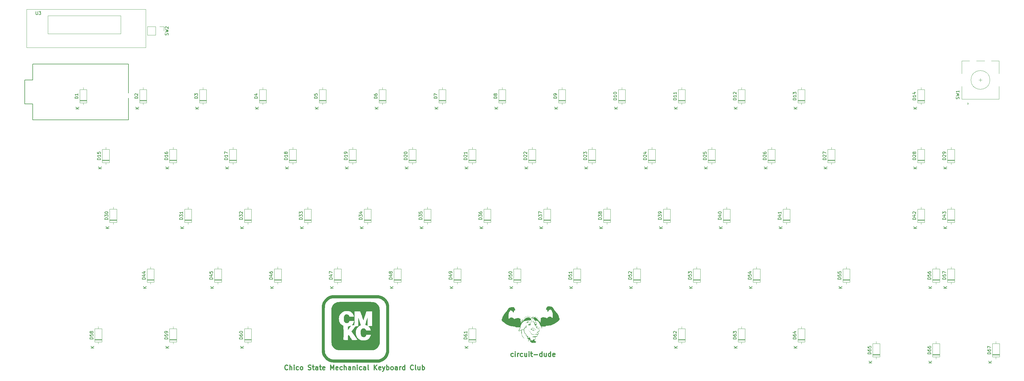
<source format=gto>
%TF.GenerationSoftware,KiCad,Pcbnew,(6.0.8)*%
%TF.CreationDate,2023-03-19T19:58:51-07:00*%
%TF.ProjectId,Dissatisfaction65,44697373-6174-4697-9366-616374696f6e,rev?*%
%TF.SameCoordinates,Original*%
%TF.FileFunction,Legend,Top*%
%TF.FilePolarity,Positive*%
%FSLAX46Y46*%
G04 Gerber Fmt 4.6, Leading zero omitted, Abs format (unit mm)*
G04 Created by KiCad (PCBNEW (6.0.8)) date 2023-03-19 19:58:51*
%MOMM*%
%LPD*%
G01*
G04 APERTURE LIST*
%ADD10C,0.150000*%
%ADD11C,0.300000*%
%ADD12C,0.120000*%
%ADD13R,1.600000X1.600000*%
%ADD14O,1.600000X1.600000*%
%ADD15C,3.987800*%
%ADD16C,1.750000*%
%ADD17C,3.048000*%
%ADD18R,2.000000X2.000000*%
%ADD19C,2.000000*%
%ADD20R,2.000000X3.200000*%
%ADD21R,1.700000X1.700000*%
%ADD22O,1.700000X1.700000*%
%ADD23C,1.524000*%
%ADD24C,1.600000*%
G04 APERTURE END LIST*
D10*
X33257380Y-46140595D02*
X32257380Y-46140595D01*
X32257380Y-45902500D01*
X32305000Y-45759642D01*
X32400238Y-45664404D01*
X32495476Y-45616785D01*
X32685952Y-45569166D01*
X32828809Y-45569166D01*
X33019285Y-45616785D01*
X33114523Y-45664404D01*
X33209761Y-45759642D01*
X33257380Y-45902500D01*
X33257380Y-46140595D01*
X33257380Y-44616785D02*
X33257380Y-45188214D01*
X33257380Y-44902500D02*
X32257380Y-44902500D01*
X32400238Y-44997738D01*
X32495476Y-45092976D01*
X32543095Y-45188214D01*
X33577380Y-49474404D02*
X32577380Y-49474404D01*
X33577380Y-48902976D02*
X33005952Y-49331547D01*
X32577380Y-48902976D02*
X33148809Y-49474404D01*
X52307380Y-46140595D02*
X51307380Y-46140595D01*
X51307380Y-45902500D01*
X51355000Y-45759642D01*
X51450238Y-45664404D01*
X51545476Y-45616785D01*
X51735952Y-45569166D01*
X51878809Y-45569166D01*
X52069285Y-45616785D01*
X52164523Y-45664404D01*
X52259761Y-45759642D01*
X52307380Y-45902500D01*
X52307380Y-46140595D01*
X51402619Y-45188214D02*
X51355000Y-45140595D01*
X51307380Y-45045357D01*
X51307380Y-44807261D01*
X51355000Y-44712023D01*
X51402619Y-44664404D01*
X51497857Y-44616785D01*
X51593095Y-44616785D01*
X51735952Y-44664404D01*
X52307380Y-45235833D01*
X52307380Y-44616785D01*
X52627380Y-49474404D02*
X51627380Y-49474404D01*
X52627380Y-48902976D02*
X52055952Y-49331547D01*
X51627380Y-48902976D02*
X52198809Y-49474404D01*
X71357380Y-46140595D02*
X70357380Y-46140595D01*
X70357380Y-45902500D01*
X70405000Y-45759642D01*
X70500238Y-45664404D01*
X70595476Y-45616785D01*
X70785952Y-45569166D01*
X70928809Y-45569166D01*
X71119285Y-45616785D01*
X71214523Y-45664404D01*
X71309761Y-45759642D01*
X71357380Y-45902500D01*
X71357380Y-46140595D01*
X70357380Y-45235833D02*
X70357380Y-44616785D01*
X70738333Y-44950119D01*
X70738333Y-44807261D01*
X70785952Y-44712023D01*
X70833571Y-44664404D01*
X70928809Y-44616785D01*
X71166904Y-44616785D01*
X71262142Y-44664404D01*
X71309761Y-44712023D01*
X71357380Y-44807261D01*
X71357380Y-45092976D01*
X71309761Y-45188214D01*
X71262142Y-45235833D01*
X71677380Y-49474404D02*
X70677380Y-49474404D01*
X71677380Y-48902976D02*
X71105952Y-49331547D01*
X70677380Y-48902976D02*
X71248809Y-49474404D01*
X90407380Y-46140595D02*
X89407380Y-46140595D01*
X89407380Y-45902500D01*
X89455000Y-45759642D01*
X89550238Y-45664404D01*
X89645476Y-45616785D01*
X89835952Y-45569166D01*
X89978809Y-45569166D01*
X90169285Y-45616785D01*
X90264523Y-45664404D01*
X90359761Y-45759642D01*
X90407380Y-45902500D01*
X90407380Y-46140595D01*
X89740714Y-44712023D02*
X90407380Y-44712023D01*
X89359761Y-44950119D02*
X90074047Y-45188214D01*
X90074047Y-44569166D01*
X90727380Y-49474404D02*
X89727380Y-49474404D01*
X90727380Y-48902976D02*
X90155952Y-49331547D01*
X89727380Y-48902976D02*
X90298809Y-49474404D01*
X109457380Y-46140595D02*
X108457380Y-46140595D01*
X108457380Y-45902500D01*
X108505000Y-45759642D01*
X108600238Y-45664404D01*
X108695476Y-45616785D01*
X108885952Y-45569166D01*
X109028809Y-45569166D01*
X109219285Y-45616785D01*
X109314523Y-45664404D01*
X109409761Y-45759642D01*
X109457380Y-45902500D01*
X109457380Y-46140595D01*
X108457380Y-44664404D02*
X108457380Y-45140595D01*
X108933571Y-45188214D01*
X108885952Y-45140595D01*
X108838333Y-45045357D01*
X108838333Y-44807261D01*
X108885952Y-44712023D01*
X108933571Y-44664404D01*
X109028809Y-44616785D01*
X109266904Y-44616785D01*
X109362142Y-44664404D01*
X109409761Y-44712023D01*
X109457380Y-44807261D01*
X109457380Y-45045357D01*
X109409761Y-45140595D01*
X109362142Y-45188214D01*
X109777380Y-49474404D02*
X108777380Y-49474404D01*
X109777380Y-48902976D02*
X109205952Y-49331547D01*
X108777380Y-48902976D02*
X109348809Y-49474404D01*
X128507380Y-46140595D02*
X127507380Y-46140595D01*
X127507380Y-45902500D01*
X127555000Y-45759642D01*
X127650238Y-45664404D01*
X127745476Y-45616785D01*
X127935952Y-45569166D01*
X128078809Y-45569166D01*
X128269285Y-45616785D01*
X128364523Y-45664404D01*
X128459761Y-45759642D01*
X128507380Y-45902500D01*
X128507380Y-46140595D01*
X127507380Y-44712023D02*
X127507380Y-44902500D01*
X127555000Y-44997738D01*
X127602619Y-45045357D01*
X127745476Y-45140595D01*
X127935952Y-45188214D01*
X128316904Y-45188214D01*
X128412142Y-45140595D01*
X128459761Y-45092976D01*
X128507380Y-44997738D01*
X128507380Y-44807261D01*
X128459761Y-44712023D01*
X128412142Y-44664404D01*
X128316904Y-44616785D01*
X128078809Y-44616785D01*
X127983571Y-44664404D01*
X127935952Y-44712023D01*
X127888333Y-44807261D01*
X127888333Y-44997738D01*
X127935952Y-45092976D01*
X127983571Y-45140595D01*
X128078809Y-45188214D01*
X128827380Y-49474404D02*
X127827380Y-49474404D01*
X128827380Y-48902976D02*
X128255952Y-49331547D01*
X127827380Y-48902976D02*
X128398809Y-49474404D01*
X147557380Y-46140595D02*
X146557380Y-46140595D01*
X146557380Y-45902500D01*
X146605000Y-45759642D01*
X146700238Y-45664404D01*
X146795476Y-45616785D01*
X146985952Y-45569166D01*
X147128809Y-45569166D01*
X147319285Y-45616785D01*
X147414523Y-45664404D01*
X147509761Y-45759642D01*
X147557380Y-45902500D01*
X147557380Y-46140595D01*
X146557380Y-45235833D02*
X146557380Y-44569166D01*
X147557380Y-44997738D01*
X147877380Y-49474404D02*
X146877380Y-49474404D01*
X147877380Y-48902976D02*
X147305952Y-49331547D01*
X146877380Y-48902976D02*
X147448809Y-49474404D01*
X166607380Y-46140595D02*
X165607380Y-46140595D01*
X165607380Y-45902500D01*
X165655000Y-45759642D01*
X165750238Y-45664404D01*
X165845476Y-45616785D01*
X166035952Y-45569166D01*
X166178809Y-45569166D01*
X166369285Y-45616785D01*
X166464523Y-45664404D01*
X166559761Y-45759642D01*
X166607380Y-45902500D01*
X166607380Y-46140595D01*
X166035952Y-44997738D02*
X165988333Y-45092976D01*
X165940714Y-45140595D01*
X165845476Y-45188214D01*
X165797857Y-45188214D01*
X165702619Y-45140595D01*
X165655000Y-45092976D01*
X165607380Y-44997738D01*
X165607380Y-44807261D01*
X165655000Y-44712023D01*
X165702619Y-44664404D01*
X165797857Y-44616785D01*
X165845476Y-44616785D01*
X165940714Y-44664404D01*
X165988333Y-44712023D01*
X166035952Y-44807261D01*
X166035952Y-44997738D01*
X166083571Y-45092976D01*
X166131190Y-45140595D01*
X166226428Y-45188214D01*
X166416904Y-45188214D01*
X166512142Y-45140595D01*
X166559761Y-45092976D01*
X166607380Y-44997738D01*
X166607380Y-44807261D01*
X166559761Y-44712023D01*
X166512142Y-44664404D01*
X166416904Y-44616785D01*
X166226428Y-44616785D01*
X166131190Y-44664404D01*
X166083571Y-44712023D01*
X166035952Y-44807261D01*
X166927380Y-49474404D02*
X165927380Y-49474404D01*
X166927380Y-48902976D02*
X166355952Y-49331547D01*
X165927380Y-48902976D02*
X166498809Y-49474404D01*
X185657380Y-46140595D02*
X184657380Y-46140595D01*
X184657380Y-45902500D01*
X184705000Y-45759642D01*
X184800238Y-45664404D01*
X184895476Y-45616785D01*
X185085952Y-45569166D01*
X185228809Y-45569166D01*
X185419285Y-45616785D01*
X185514523Y-45664404D01*
X185609761Y-45759642D01*
X185657380Y-45902500D01*
X185657380Y-46140595D01*
X185657380Y-45092976D02*
X185657380Y-44902500D01*
X185609761Y-44807261D01*
X185562142Y-44759642D01*
X185419285Y-44664404D01*
X185228809Y-44616785D01*
X184847857Y-44616785D01*
X184752619Y-44664404D01*
X184705000Y-44712023D01*
X184657380Y-44807261D01*
X184657380Y-44997738D01*
X184705000Y-45092976D01*
X184752619Y-45140595D01*
X184847857Y-45188214D01*
X185085952Y-45188214D01*
X185181190Y-45140595D01*
X185228809Y-45092976D01*
X185276428Y-44997738D01*
X185276428Y-44807261D01*
X185228809Y-44712023D01*
X185181190Y-44664404D01*
X185085952Y-44616785D01*
X185977380Y-49474404D02*
X184977380Y-49474404D01*
X185977380Y-48902976D02*
X185405952Y-49331547D01*
X184977380Y-48902976D02*
X185548809Y-49474404D01*
X204707380Y-46616785D02*
X203707380Y-46616785D01*
X203707380Y-46378690D01*
X203755000Y-46235833D01*
X203850238Y-46140595D01*
X203945476Y-46092976D01*
X204135952Y-46045357D01*
X204278809Y-46045357D01*
X204469285Y-46092976D01*
X204564523Y-46140595D01*
X204659761Y-46235833D01*
X204707380Y-46378690D01*
X204707380Y-46616785D01*
X204707380Y-45092976D02*
X204707380Y-45664404D01*
X204707380Y-45378690D02*
X203707380Y-45378690D01*
X203850238Y-45473928D01*
X203945476Y-45569166D01*
X203993095Y-45664404D01*
X203707380Y-44473928D02*
X203707380Y-44378690D01*
X203755000Y-44283452D01*
X203802619Y-44235833D01*
X203897857Y-44188214D01*
X204088333Y-44140595D01*
X204326428Y-44140595D01*
X204516904Y-44188214D01*
X204612142Y-44235833D01*
X204659761Y-44283452D01*
X204707380Y-44378690D01*
X204707380Y-44473928D01*
X204659761Y-44569166D01*
X204612142Y-44616785D01*
X204516904Y-44664404D01*
X204326428Y-44712023D01*
X204088333Y-44712023D01*
X203897857Y-44664404D01*
X203802619Y-44616785D01*
X203755000Y-44569166D01*
X203707380Y-44473928D01*
X205027380Y-49474404D02*
X204027380Y-49474404D01*
X205027380Y-48902976D02*
X204455952Y-49331547D01*
X204027380Y-48902976D02*
X204598809Y-49474404D01*
X223757380Y-46616785D02*
X222757380Y-46616785D01*
X222757380Y-46378690D01*
X222805000Y-46235833D01*
X222900238Y-46140595D01*
X222995476Y-46092976D01*
X223185952Y-46045357D01*
X223328809Y-46045357D01*
X223519285Y-46092976D01*
X223614523Y-46140595D01*
X223709761Y-46235833D01*
X223757380Y-46378690D01*
X223757380Y-46616785D01*
X223757380Y-45092976D02*
X223757380Y-45664404D01*
X223757380Y-45378690D02*
X222757380Y-45378690D01*
X222900238Y-45473928D01*
X222995476Y-45569166D01*
X223043095Y-45664404D01*
X223757380Y-44140595D02*
X223757380Y-44712023D01*
X223757380Y-44426309D02*
X222757380Y-44426309D01*
X222900238Y-44521547D01*
X222995476Y-44616785D01*
X223043095Y-44712023D01*
X224077380Y-49474404D02*
X223077380Y-49474404D01*
X224077380Y-48902976D02*
X223505952Y-49331547D01*
X223077380Y-48902976D02*
X223648809Y-49474404D01*
X242807380Y-46616785D02*
X241807380Y-46616785D01*
X241807380Y-46378690D01*
X241855000Y-46235833D01*
X241950238Y-46140595D01*
X242045476Y-46092976D01*
X242235952Y-46045357D01*
X242378809Y-46045357D01*
X242569285Y-46092976D01*
X242664523Y-46140595D01*
X242759761Y-46235833D01*
X242807380Y-46378690D01*
X242807380Y-46616785D01*
X242807380Y-45092976D02*
X242807380Y-45664404D01*
X242807380Y-45378690D02*
X241807380Y-45378690D01*
X241950238Y-45473928D01*
X242045476Y-45569166D01*
X242093095Y-45664404D01*
X241902619Y-44712023D02*
X241855000Y-44664404D01*
X241807380Y-44569166D01*
X241807380Y-44331071D01*
X241855000Y-44235833D01*
X241902619Y-44188214D01*
X241997857Y-44140595D01*
X242093095Y-44140595D01*
X242235952Y-44188214D01*
X242807380Y-44759642D01*
X242807380Y-44140595D01*
X243127380Y-49474404D02*
X242127380Y-49474404D01*
X243127380Y-48902976D02*
X242555952Y-49331547D01*
X242127380Y-48902976D02*
X242698809Y-49474404D01*
X261857380Y-46616785D02*
X260857380Y-46616785D01*
X260857380Y-46378690D01*
X260905000Y-46235833D01*
X261000238Y-46140595D01*
X261095476Y-46092976D01*
X261285952Y-46045357D01*
X261428809Y-46045357D01*
X261619285Y-46092976D01*
X261714523Y-46140595D01*
X261809761Y-46235833D01*
X261857380Y-46378690D01*
X261857380Y-46616785D01*
X261857380Y-45092976D02*
X261857380Y-45664404D01*
X261857380Y-45378690D02*
X260857380Y-45378690D01*
X261000238Y-45473928D01*
X261095476Y-45569166D01*
X261143095Y-45664404D01*
X260857380Y-44759642D02*
X260857380Y-44140595D01*
X261238333Y-44473928D01*
X261238333Y-44331071D01*
X261285952Y-44235833D01*
X261333571Y-44188214D01*
X261428809Y-44140595D01*
X261666904Y-44140595D01*
X261762142Y-44188214D01*
X261809761Y-44235833D01*
X261857380Y-44331071D01*
X261857380Y-44616785D01*
X261809761Y-44712023D01*
X261762142Y-44759642D01*
X262177380Y-49474404D02*
X261177380Y-49474404D01*
X262177380Y-48902976D02*
X261605952Y-49331547D01*
X261177380Y-48902976D02*
X261748809Y-49474404D01*
X299957380Y-46616785D02*
X298957380Y-46616785D01*
X298957380Y-46378690D01*
X299005000Y-46235833D01*
X299100238Y-46140595D01*
X299195476Y-46092976D01*
X299385952Y-46045357D01*
X299528809Y-46045357D01*
X299719285Y-46092976D01*
X299814523Y-46140595D01*
X299909761Y-46235833D01*
X299957380Y-46378690D01*
X299957380Y-46616785D01*
X299957380Y-45092976D02*
X299957380Y-45664404D01*
X299957380Y-45378690D02*
X298957380Y-45378690D01*
X299100238Y-45473928D01*
X299195476Y-45569166D01*
X299243095Y-45664404D01*
X299290714Y-44235833D02*
X299957380Y-44235833D01*
X298909761Y-44473928D02*
X299624047Y-44712023D01*
X299624047Y-44092976D01*
X300277380Y-49474404D02*
X299277380Y-49474404D01*
X300277380Y-48902976D02*
X299705952Y-49331547D01*
X299277380Y-48902976D02*
X299848809Y-49474404D01*
X40401130Y-65666785D02*
X39401130Y-65666785D01*
X39401130Y-65428690D01*
X39448750Y-65285833D01*
X39543988Y-65190595D01*
X39639226Y-65142976D01*
X39829702Y-65095357D01*
X39972559Y-65095357D01*
X40163035Y-65142976D01*
X40258273Y-65190595D01*
X40353511Y-65285833D01*
X40401130Y-65428690D01*
X40401130Y-65666785D01*
X40401130Y-64142976D02*
X40401130Y-64714404D01*
X40401130Y-64428690D02*
X39401130Y-64428690D01*
X39543988Y-64523928D01*
X39639226Y-64619166D01*
X39686845Y-64714404D01*
X39401130Y-63238214D02*
X39401130Y-63714404D01*
X39877321Y-63762023D01*
X39829702Y-63714404D01*
X39782083Y-63619166D01*
X39782083Y-63381071D01*
X39829702Y-63285833D01*
X39877321Y-63238214D01*
X39972559Y-63190595D01*
X40210654Y-63190595D01*
X40305892Y-63238214D01*
X40353511Y-63285833D01*
X40401130Y-63381071D01*
X40401130Y-63619166D01*
X40353511Y-63714404D01*
X40305892Y-63762023D01*
X40721130Y-68524404D02*
X39721130Y-68524404D01*
X40721130Y-67952976D02*
X40149702Y-68381547D01*
X39721130Y-67952976D02*
X40292559Y-68524404D01*
X61832380Y-65666785D02*
X60832380Y-65666785D01*
X60832380Y-65428690D01*
X60880000Y-65285833D01*
X60975238Y-65190595D01*
X61070476Y-65142976D01*
X61260952Y-65095357D01*
X61403809Y-65095357D01*
X61594285Y-65142976D01*
X61689523Y-65190595D01*
X61784761Y-65285833D01*
X61832380Y-65428690D01*
X61832380Y-65666785D01*
X61832380Y-64142976D02*
X61832380Y-64714404D01*
X61832380Y-64428690D02*
X60832380Y-64428690D01*
X60975238Y-64523928D01*
X61070476Y-64619166D01*
X61118095Y-64714404D01*
X60832380Y-63285833D02*
X60832380Y-63476309D01*
X60880000Y-63571547D01*
X60927619Y-63619166D01*
X61070476Y-63714404D01*
X61260952Y-63762023D01*
X61641904Y-63762023D01*
X61737142Y-63714404D01*
X61784761Y-63666785D01*
X61832380Y-63571547D01*
X61832380Y-63381071D01*
X61784761Y-63285833D01*
X61737142Y-63238214D01*
X61641904Y-63190595D01*
X61403809Y-63190595D01*
X61308571Y-63238214D01*
X61260952Y-63285833D01*
X61213333Y-63381071D01*
X61213333Y-63571547D01*
X61260952Y-63666785D01*
X61308571Y-63714404D01*
X61403809Y-63762023D01*
X62152380Y-68524404D02*
X61152380Y-68524404D01*
X62152380Y-67952976D02*
X61580952Y-68381547D01*
X61152380Y-67952976D02*
X61723809Y-68524404D01*
X80882380Y-65666785D02*
X79882380Y-65666785D01*
X79882380Y-65428690D01*
X79930000Y-65285833D01*
X80025238Y-65190595D01*
X80120476Y-65142976D01*
X80310952Y-65095357D01*
X80453809Y-65095357D01*
X80644285Y-65142976D01*
X80739523Y-65190595D01*
X80834761Y-65285833D01*
X80882380Y-65428690D01*
X80882380Y-65666785D01*
X80882380Y-64142976D02*
X80882380Y-64714404D01*
X80882380Y-64428690D02*
X79882380Y-64428690D01*
X80025238Y-64523928D01*
X80120476Y-64619166D01*
X80168095Y-64714404D01*
X79882380Y-63809642D02*
X79882380Y-63142976D01*
X80882380Y-63571547D01*
X81202380Y-68524404D02*
X80202380Y-68524404D01*
X81202380Y-67952976D02*
X80630952Y-68381547D01*
X80202380Y-67952976D02*
X80773809Y-68524404D01*
X99932380Y-65666785D02*
X98932380Y-65666785D01*
X98932380Y-65428690D01*
X98980000Y-65285833D01*
X99075238Y-65190595D01*
X99170476Y-65142976D01*
X99360952Y-65095357D01*
X99503809Y-65095357D01*
X99694285Y-65142976D01*
X99789523Y-65190595D01*
X99884761Y-65285833D01*
X99932380Y-65428690D01*
X99932380Y-65666785D01*
X99932380Y-64142976D02*
X99932380Y-64714404D01*
X99932380Y-64428690D02*
X98932380Y-64428690D01*
X99075238Y-64523928D01*
X99170476Y-64619166D01*
X99218095Y-64714404D01*
X99360952Y-63571547D02*
X99313333Y-63666785D01*
X99265714Y-63714404D01*
X99170476Y-63762023D01*
X99122857Y-63762023D01*
X99027619Y-63714404D01*
X98980000Y-63666785D01*
X98932380Y-63571547D01*
X98932380Y-63381071D01*
X98980000Y-63285833D01*
X99027619Y-63238214D01*
X99122857Y-63190595D01*
X99170476Y-63190595D01*
X99265714Y-63238214D01*
X99313333Y-63285833D01*
X99360952Y-63381071D01*
X99360952Y-63571547D01*
X99408571Y-63666785D01*
X99456190Y-63714404D01*
X99551428Y-63762023D01*
X99741904Y-63762023D01*
X99837142Y-63714404D01*
X99884761Y-63666785D01*
X99932380Y-63571547D01*
X99932380Y-63381071D01*
X99884761Y-63285833D01*
X99837142Y-63238214D01*
X99741904Y-63190595D01*
X99551428Y-63190595D01*
X99456190Y-63238214D01*
X99408571Y-63285833D01*
X99360952Y-63381071D01*
X100252380Y-68524404D02*
X99252380Y-68524404D01*
X100252380Y-67952976D02*
X99680952Y-68381547D01*
X99252380Y-67952976D02*
X99823809Y-68524404D01*
X118982380Y-65666785D02*
X117982380Y-65666785D01*
X117982380Y-65428690D01*
X118030000Y-65285833D01*
X118125238Y-65190595D01*
X118220476Y-65142976D01*
X118410952Y-65095357D01*
X118553809Y-65095357D01*
X118744285Y-65142976D01*
X118839523Y-65190595D01*
X118934761Y-65285833D01*
X118982380Y-65428690D01*
X118982380Y-65666785D01*
X118982380Y-64142976D02*
X118982380Y-64714404D01*
X118982380Y-64428690D02*
X117982380Y-64428690D01*
X118125238Y-64523928D01*
X118220476Y-64619166D01*
X118268095Y-64714404D01*
X118982380Y-63666785D02*
X118982380Y-63476309D01*
X118934761Y-63381071D01*
X118887142Y-63333452D01*
X118744285Y-63238214D01*
X118553809Y-63190595D01*
X118172857Y-63190595D01*
X118077619Y-63238214D01*
X118030000Y-63285833D01*
X117982380Y-63381071D01*
X117982380Y-63571547D01*
X118030000Y-63666785D01*
X118077619Y-63714404D01*
X118172857Y-63762023D01*
X118410952Y-63762023D01*
X118506190Y-63714404D01*
X118553809Y-63666785D01*
X118601428Y-63571547D01*
X118601428Y-63381071D01*
X118553809Y-63285833D01*
X118506190Y-63238214D01*
X118410952Y-63190595D01*
X119302380Y-68524404D02*
X118302380Y-68524404D01*
X119302380Y-67952976D02*
X118730952Y-68381547D01*
X118302380Y-67952976D02*
X118873809Y-68524404D01*
X138032380Y-65666785D02*
X137032380Y-65666785D01*
X137032380Y-65428690D01*
X137080000Y-65285833D01*
X137175238Y-65190595D01*
X137270476Y-65142976D01*
X137460952Y-65095357D01*
X137603809Y-65095357D01*
X137794285Y-65142976D01*
X137889523Y-65190595D01*
X137984761Y-65285833D01*
X138032380Y-65428690D01*
X138032380Y-65666785D01*
X137127619Y-64714404D02*
X137080000Y-64666785D01*
X137032380Y-64571547D01*
X137032380Y-64333452D01*
X137080000Y-64238214D01*
X137127619Y-64190595D01*
X137222857Y-64142976D01*
X137318095Y-64142976D01*
X137460952Y-64190595D01*
X138032380Y-64762023D01*
X138032380Y-64142976D01*
X137032380Y-63523928D02*
X137032380Y-63428690D01*
X137080000Y-63333452D01*
X137127619Y-63285833D01*
X137222857Y-63238214D01*
X137413333Y-63190595D01*
X137651428Y-63190595D01*
X137841904Y-63238214D01*
X137937142Y-63285833D01*
X137984761Y-63333452D01*
X138032380Y-63428690D01*
X138032380Y-63523928D01*
X137984761Y-63619166D01*
X137937142Y-63666785D01*
X137841904Y-63714404D01*
X137651428Y-63762023D01*
X137413333Y-63762023D01*
X137222857Y-63714404D01*
X137127619Y-63666785D01*
X137080000Y-63619166D01*
X137032380Y-63523928D01*
X138352380Y-68524404D02*
X137352380Y-68524404D01*
X138352380Y-67952976D02*
X137780952Y-68381547D01*
X137352380Y-67952976D02*
X137923809Y-68524404D01*
X157082380Y-65666785D02*
X156082380Y-65666785D01*
X156082380Y-65428690D01*
X156130000Y-65285833D01*
X156225238Y-65190595D01*
X156320476Y-65142976D01*
X156510952Y-65095357D01*
X156653809Y-65095357D01*
X156844285Y-65142976D01*
X156939523Y-65190595D01*
X157034761Y-65285833D01*
X157082380Y-65428690D01*
X157082380Y-65666785D01*
X156177619Y-64714404D02*
X156130000Y-64666785D01*
X156082380Y-64571547D01*
X156082380Y-64333452D01*
X156130000Y-64238214D01*
X156177619Y-64190595D01*
X156272857Y-64142976D01*
X156368095Y-64142976D01*
X156510952Y-64190595D01*
X157082380Y-64762023D01*
X157082380Y-64142976D01*
X157082380Y-63190595D02*
X157082380Y-63762023D01*
X157082380Y-63476309D02*
X156082380Y-63476309D01*
X156225238Y-63571547D01*
X156320476Y-63666785D01*
X156368095Y-63762023D01*
X157402380Y-68524404D02*
X156402380Y-68524404D01*
X157402380Y-67952976D02*
X156830952Y-68381547D01*
X156402380Y-67952976D02*
X156973809Y-68524404D01*
X176132380Y-65666785D02*
X175132380Y-65666785D01*
X175132380Y-65428690D01*
X175180000Y-65285833D01*
X175275238Y-65190595D01*
X175370476Y-65142976D01*
X175560952Y-65095357D01*
X175703809Y-65095357D01*
X175894285Y-65142976D01*
X175989523Y-65190595D01*
X176084761Y-65285833D01*
X176132380Y-65428690D01*
X176132380Y-65666785D01*
X175227619Y-64714404D02*
X175180000Y-64666785D01*
X175132380Y-64571547D01*
X175132380Y-64333452D01*
X175180000Y-64238214D01*
X175227619Y-64190595D01*
X175322857Y-64142976D01*
X175418095Y-64142976D01*
X175560952Y-64190595D01*
X176132380Y-64762023D01*
X176132380Y-64142976D01*
X175227619Y-63762023D02*
X175180000Y-63714404D01*
X175132380Y-63619166D01*
X175132380Y-63381071D01*
X175180000Y-63285833D01*
X175227619Y-63238214D01*
X175322857Y-63190595D01*
X175418095Y-63190595D01*
X175560952Y-63238214D01*
X176132380Y-63809642D01*
X176132380Y-63190595D01*
X176452380Y-68524404D02*
X175452380Y-68524404D01*
X176452380Y-67952976D02*
X175880952Y-68381547D01*
X175452380Y-67952976D02*
X176023809Y-68524404D01*
X195182380Y-65666785D02*
X194182380Y-65666785D01*
X194182380Y-65428690D01*
X194230000Y-65285833D01*
X194325238Y-65190595D01*
X194420476Y-65142976D01*
X194610952Y-65095357D01*
X194753809Y-65095357D01*
X194944285Y-65142976D01*
X195039523Y-65190595D01*
X195134761Y-65285833D01*
X195182380Y-65428690D01*
X195182380Y-65666785D01*
X194277619Y-64714404D02*
X194230000Y-64666785D01*
X194182380Y-64571547D01*
X194182380Y-64333452D01*
X194230000Y-64238214D01*
X194277619Y-64190595D01*
X194372857Y-64142976D01*
X194468095Y-64142976D01*
X194610952Y-64190595D01*
X195182380Y-64762023D01*
X195182380Y-64142976D01*
X194182380Y-63809642D02*
X194182380Y-63190595D01*
X194563333Y-63523928D01*
X194563333Y-63381071D01*
X194610952Y-63285833D01*
X194658571Y-63238214D01*
X194753809Y-63190595D01*
X194991904Y-63190595D01*
X195087142Y-63238214D01*
X195134761Y-63285833D01*
X195182380Y-63381071D01*
X195182380Y-63666785D01*
X195134761Y-63762023D01*
X195087142Y-63809642D01*
X195502380Y-68524404D02*
X194502380Y-68524404D01*
X195502380Y-67952976D02*
X194930952Y-68381547D01*
X194502380Y-67952976D02*
X195073809Y-68524404D01*
X214232380Y-65666785D02*
X213232380Y-65666785D01*
X213232380Y-65428690D01*
X213280000Y-65285833D01*
X213375238Y-65190595D01*
X213470476Y-65142976D01*
X213660952Y-65095357D01*
X213803809Y-65095357D01*
X213994285Y-65142976D01*
X214089523Y-65190595D01*
X214184761Y-65285833D01*
X214232380Y-65428690D01*
X214232380Y-65666785D01*
X213327619Y-64714404D02*
X213280000Y-64666785D01*
X213232380Y-64571547D01*
X213232380Y-64333452D01*
X213280000Y-64238214D01*
X213327619Y-64190595D01*
X213422857Y-64142976D01*
X213518095Y-64142976D01*
X213660952Y-64190595D01*
X214232380Y-64762023D01*
X214232380Y-64142976D01*
X213565714Y-63285833D02*
X214232380Y-63285833D01*
X213184761Y-63523928D02*
X213899047Y-63762023D01*
X213899047Y-63142976D01*
X214552380Y-68524404D02*
X213552380Y-68524404D01*
X214552380Y-67952976D02*
X213980952Y-68381547D01*
X213552380Y-67952976D02*
X214123809Y-68524404D01*
X233282380Y-65666785D02*
X232282380Y-65666785D01*
X232282380Y-65428690D01*
X232330000Y-65285833D01*
X232425238Y-65190595D01*
X232520476Y-65142976D01*
X232710952Y-65095357D01*
X232853809Y-65095357D01*
X233044285Y-65142976D01*
X233139523Y-65190595D01*
X233234761Y-65285833D01*
X233282380Y-65428690D01*
X233282380Y-65666785D01*
X232377619Y-64714404D02*
X232330000Y-64666785D01*
X232282380Y-64571547D01*
X232282380Y-64333452D01*
X232330000Y-64238214D01*
X232377619Y-64190595D01*
X232472857Y-64142976D01*
X232568095Y-64142976D01*
X232710952Y-64190595D01*
X233282380Y-64762023D01*
X233282380Y-64142976D01*
X232282380Y-63238214D02*
X232282380Y-63714404D01*
X232758571Y-63762023D01*
X232710952Y-63714404D01*
X232663333Y-63619166D01*
X232663333Y-63381071D01*
X232710952Y-63285833D01*
X232758571Y-63238214D01*
X232853809Y-63190595D01*
X233091904Y-63190595D01*
X233187142Y-63238214D01*
X233234761Y-63285833D01*
X233282380Y-63381071D01*
X233282380Y-63619166D01*
X233234761Y-63714404D01*
X233187142Y-63762023D01*
X233602380Y-68524404D02*
X232602380Y-68524404D01*
X233602380Y-67952976D02*
X233030952Y-68381547D01*
X232602380Y-67952976D02*
X233173809Y-68524404D01*
X252332380Y-65666785D02*
X251332380Y-65666785D01*
X251332380Y-65428690D01*
X251380000Y-65285833D01*
X251475238Y-65190595D01*
X251570476Y-65142976D01*
X251760952Y-65095357D01*
X251903809Y-65095357D01*
X252094285Y-65142976D01*
X252189523Y-65190595D01*
X252284761Y-65285833D01*
X252332380Y-65428690D01*
X252332380Y-65666785D01*
X251427619Y-64714404D02*
X251380000Y-64666785D01*
X251332380Y-64571547D01*
X251332380Y-64333452D01*
X251380000Y-64238214D01*
X251427619Y-64190595D01*
X251522857Y-64142976D01*
X251618095Y-64142976D01*
X251760952Y-64190595D01*
X252332380Y-64762023D01*
X252332380Y-64142976D01*
X251332380Y-63285833D02*
X251332380Y-63476309D01*
X251380000Y-63571547D01*
X251427619Y-63619166D01*
X251570476Y-63714404D01*
X251760952Y-63762023D01*
X252141904Y-63762023D01*
X252237142Y-63714404D01*
X252284761Y-63666785D01*
X252332380Y-63571547D01*
X252332380Y-63381071D01*
X252284761Y-63285833D01*
X252237142Y-63238214D01*
X252141904Y-63190595D01*
X251903809Y-63190595D01*
X251808571Y-63238214D01*
X251760952Y-63285833D01*
X251713333Y-63381071D01*
X251713333Y-63571547D01*
X251760952Y-63666785D01*
X251808571Y-63714404D01*
X251903809Y-63762023D01*
X252652380Y-68524404D02*
X251652380Y-68524404D01*
X252652380Y-67952976D02*
X252080952Y-68381547D01*
X251652380Y-67952976D02*
X252223809Y-68524404D01*
X271382380Y-65666785D02*
X270382380Y-65666785D01*
X270382380Y-65428690D01*
X270430000Y-65285833D01*
X270525238Y-65190595D01*
X270620476Y-65142976D01*
X270810952Y-65095357D01*
X270953809Y-65095357D01*
X271144285Y-65142976D01*
X271239523Y-65190595D01*
X271334761Y-65285833D01*
X271382380Y-65428690D01*
X271382380Y-65666785D01*
X270477619Y-64714404D02*
X270430000Y-64666785D01*
X270382380Y-64571547D01*
X270382380Y-64333452D01*
X270430000Y-64238214D01*
X270477619Y-64190595D01*
X270572857Y-64142976D01*
X270668095Y-64142976D01*
X270810952Y-64190595D01*
X271382380Y-64762023D01*
X271382380Y-64142976D01*
X270382380Y-63809642D02*
X270382380Y-63142976D01*
X271382380Y-63571547D01*
X271702380Y-68524404D02*
X270702380Y-68524404D01*
X271702380Y-67952976D02*
X271130952Y-68381547D01*
X270702380Y-67952976D02*
X271273809Y-68524404D01*
X299957380Y-65666785D02*
X298957380Y-65666785D01*
X298957380Y-65428690D01*
X299005000Y-65285833D01*
X299100238Y-65190595D01*
X299195476Y-65142976D01*
X299385952Y-65095357D01*
X299528809Y-65095357D01*
X299719285Y-65142976D01*
X299814523Y-65190595D01*
X299909761Y-65285833D01*
X299957380Y-65428690D01*
X299957380Y-65666785D01*
X299052619Y-64714404D02*
X299005000Y-64666785D01*
X298957380Y-64571547D01*
X298957380Y-64333452D01*
X299005000Y-64238214D01*
X299052619Y-64190595D01*
X299147857Y-64142976D01*
X299243095Y-64142976D01*
X299385952Y-64190595D01*
X299957380Y-64762023D01*
X299957380Y-64142976D01*
X299385952Y-63571547D02*
X299338333Y-63666785D01*
X299290714Y-63714404D01*
X299195476Y-63762023D01*
X299147857Y-63762023D01*
X299052619Y-63714404D01*
X299005000Y-63666785D01*
X298957380Y-63571547D01*
X298957380Y-63381071D01*
X299005000Y-63285833D01*
X299052619Y-63238214D01*
X299147857Y-63190595D01*
X299195476Y-63190595D01*
X299290714Y-63238214D01*
X299338333Y-63285833D01*
X299385952Y-63381071D01*
X299385952Y-63571547D01*
X299433571Y-63666785D01*
X299481190Y-63714404D01*
X299576428Y-63762023D01*
X299766904Y-63762023D01*
X299862142Y-63714404D01*
X299909761Y-63666785D01*
X299957380Y-63571547D01*
X299957380Y-63381071D01*
X299909761Y-63285833D01*
X299862142Y-63238214D01*
X299766904Y-63190595D01*
X299576428Y-63190595D01*
X299481190Y-63238214D01*
X299433571Y-63285833D01*
X299385952Y-63381071D01*
X300277380Y-68524404D02*
X299277380Y-68524404D01*
X300277380Y-67952976D02*
X299705952Y-68381547D01*
X299277380Y-67952976D02*
X299848809Y-68524404D01*
X309482380Y-65666785D02*
X308482380Y-65666785D01*
X308482380Y-65428690D01*
X308530000Y-65285833D01*
X308625238Y-65190595D01*
X308720476Y-65142976D01*
X308910952Y-65095357D01*
X309053809Y-65095357D01*
X309244285Y-65142976D01*
X309339523Y-65190595D01*
X309434761Y-65285833D01*
X309482380Y-65428690D01*
X309482380Y-65666785D01*
X308577619Y-64714404D02*
X308530000Y-64666785D01*
X308482380Y-64571547D01*
X308482380Y-64333452D01*
X308530000Y-64238214D01*
X308577619Y-64190595D01*
X308672857Y-64142976D01*
X308768095Y-64142976D01*
X308910952Y-64190595D01*
X309482380Y-64762023D01*
X309482380Y-64142976D01*
X309482380Y-63666785D02*
X309482380Y-63476309D01*
X309434761Y-63381071D01*
X309387142Y-63333452D01*
X309244285Y-63238214D01*
X309053809Y-63190595D01*
X308672857Y-63190595D01*
X308577619Y-63238214D01*
X308530000Y-63285833D01*
X308482380Y-63381071D01*
X308482380Y-63571547D01*
X308530000Y-63666785D01*
X308577619Y-63714404D01*
X308672857Y-63762023D01*
X308910952Y-63762023D01*
X309006190Y-63714404D01*
X309053809Y-63666785D01*
X309101428Y-63571547D01*
X309101428Y-63381071D01*
X309053809Y-63285833D01*
X309006190Y-63238214D01*
X308910952Y-63190595D01*
X309802380Y-68524404D02*
X308802380Y-68524404D01*
X309802380Y-67952976D02*
X309230952Y-68381547D01*
X308802380Y-67952976D02*
X309373809Y-68524404D01*
X42782380Y-84716785D02*
X41782380Y-84716785D01*
X41782380Y-84478690D01*
X41830000Y-84335833D01*
X41925238Y-84240595D01*
X42020476Y-84192976D01*
X42210952Y-84145357D01*
X42353809Y-84145357D01*
X42544285Y-84192976D01*
X42639523Y-84240595D01*
X42734761Y-84335833D01*
X42782380Y-84478690D01*
X42782380Y-84716785D01*
X41782380Y-83812023D02*
X41782380Y-83192976D01*
X42163333Y-83526309D01*
X42163333Y-83383452D01*
X42210952Y-83288214D01*
X42258571Y-83240595D01*
X42353809Y-83192976D01*
X42591904Y-83192976D01*
X42687142Y-83240595D01*
X42734761Y-83288214D01*
X42782380Y-83383452D01*
X42782380Y-83669166D01*
X42734761Y-83764404D01*
X42687142Y-83812023D01*
X41782380Y-82573928D02*
X41782380Y-82478690D01*
X41830000Y-82383452D01*
X41877619Y-82335833D01*
X41972857Y-82288214D01*
X42163333Y-82240595D01*
X42401428Y-82240595D01*
X42591904Y-82288214D01*
X42687142Y-82335833D01*
X42734761Y-82383452D01*
X42782380Y-82478690D01*
X42782380Y-82573928D01*
X42734761Y-82669166D01*
X42687142Y-82716785D01*
X42591904Y-82764404D01*
X42401428Y-82812023D01*
X42163333Y-82812023D01*
X41972857Y-82764404D01*
X41877619Y-82716785D01*
X41830000Y-82669166D01*
X41782380Y-82573928D01*
X43102380Y-87574404D02*
X42102380Y-87574404D01*
X43102380Y-87002976D02*
X42530952Y-87431547D01*
X42102380Y-87002976D02*
X42673809Y-87574404D01*
X66594880Y-84716785D02*
X65594880Y-84716785D01*
X65594880Y-84478690D01*
X65642500Y-84335833D01*
X65737738Y-84240595D01*
X65832976Y-84192976D01*
X66023452Y-84145357D01*
X66166309Y-84145357D01*
X66356785Y-84192976D01*
X66452023Y-84240595D01*
X66547261Y-84335833D01*
X66594880Y-84478690D01*
X66594880Y-84716785D01*
X65594880Y-83812023D02*
X65594880Y-83192976D01*
X65975833Y-83526309D01*
X65975833Y-83383452D01*
X66023452Y-83288214D01*
X66071071Y-83240595D01*
X66166309Y-83192976D01*
X66404404Y-83192976D01*
X66499642Y-83240595D01*
X66547261Y-83288214D01*
X66594880Y-83383452D01*
X66594880Y-83669166D01*
X66547261Y-83764404D01*
X66499642Y-83812023D01*
X66594880Y-82240595D02*
X66594880Y-82812023D01*
X66594880Y-82526309D02*
X65594880Y-82526309D01*
X65737738Y-82621547D01*
X65832976Y-82716785D01*
X65880595Y-82812023D01*
X66914880Y-87574404D02*
X65914880Y-87574404D01*
X66914880Y-87002976D02*
X66343452Y-87431547D01*
X65914880Y-87002976D02*
X66486309Y-87574404D01*
X85644880Y-84716785D02*
X84644880Y-84716785D01*
X84644880Y-84478690D01*
X84692500Y-84335833D01*
X84787738Y-84240595D01*
X84882976Y-84192976D01*
X85073452Y-84145357D01*
X85216309Y-84145357D01*
X85406785Y-84192976D01*
X85502023Y-84240595D01*
X85597261Y-84335833D01*
X85644880Y-84478690D01*
X85644880Y-84716785D01*
X84644880Y-83812023D02*
X84644880Y-83192976D01*
X85025833Y-83526309D01*
X85025833Y-83383452D01*
X85073452Y-83288214D01*
X85121071Y-83240595D01*
X85216309Y-83192976D01*
X85454404Y-83192976D01*
X85549642Y-83240595D01*
X85597261Y-83288214D01*
X85644880Y-83383452D01*
X85644880Y-83669166D01*
X85597261Y-83764404D01*
X85549642Y-83812023D01*
X84740119Y-82812023D02*
X84692500Y-82764404D01*
X84644880Y-82669166D01*
X84644880Y-82431071D01*
X84692500Y-82335833D01*
X84740119Y-82288214D01*
X84835357Y-82240595D01*
X84930595Y-82240595D01*
X85073452Y-82288214D01*
X85644880Y-82859642D01*
X85644880Y-82240595D01*
X85964880Y-87574404D02*
X84964880Y-87574404D01*
X85964880Y-87002976D02*
X85393452Y-87431547D01*
X84964880Y-87002976D02*
X85536309Y-87574404D01*
X104694880Y-84716785D02*
X103694880Y-84716785D01*
X103694880Y-84478690D01*
X103742500Y-84335833D01*
X103837738Y-84240595D01*
X103932976Y-84192976D01*
X104123452Y-84145357D01*
X104266309Y-84145357D01*
X104456785Y-84192976D01*
X104552023Y-84240595D01*
X104647261Y-84335833D01*
X104694880Y-84478690D01*
X104694880Y-84716785D01*
X103694880Y-83812023D02*
X103694880Y-83192976D01*
X104075833Y-83526309D01*
X104075833Y-83383452D01*
X104123452Y-83288214D01*
X104171071Y-83240595D01*
X104266309Y-83192976D01*
X104504404Y-83192976D01*
X104599642Y-83240595D01*
X104647261Y-83288214D01*
X104694880Y-83383452D01*
X104694880Y-83669166D01*
X104647261Y-83764404D01*
X104599642Y-83812023D01*
X103694880Y-82859642D02*
X103694880Y-82240595D01*
X104075833Y-82573928D01*
X104075833Y-82431071D01*
X104123452Y-82335833D01*
X104171071Y-82288214D01*
X104266309Y-82240595D01*
X104504404Y-82240595D01*
X104599642Y-82288214D01*
X104647261Y-82335833D01*
X104694880Y-82431071D01*
X104694880Y-82716785D01*
X104647261Y-82812023D01*
X104599642Y-82859642D01*
X105014880Y-87574404D02*
X104014880Y-87574404D01*
X105014880Y-87002976D02*
X104443452Y-87431547D01*
X104014880Y-87002976D02*
X104586309Y-87574404D01*
X123744880Y-84716785D02*
X122744880Y-84716785D01*
X122744880Y-84478690D01*
X122792500Y-84335833D01*
X122887738Y-84240595D01*
X122982976Y-84192976D01*
X123173452Y-84145357D01*
X123316309Y-84145357D01*
X123506785Y-84192976D01*
X123602023Y-84240595D01*
X123697261Y-84335833D01*
X123744880Y-84478690D01*
X123744880Y-84716785D01*
X122744880Y-83812023D02*
X122744880Y-83192976D01*
X123125833Y-83526309D01*
X123125833Y-83383452D01*
X123173452Y-83288214D01*
X123221071Y-83240595D01*
X123316309Y-83192976D01*
X123554404Y-83192976D01*
X123649642Y-83240595D01*
X123697261Y-83288214D01*
X123744880Y-83383452D01*
X123744880Y-83669166D01*
X123697261Y-83764404D01*
X123649642Y-83812023D01*
X123078214Y-82335833D02*
X123744880Y-82335833D01*
X122697261Y-82573928D02*
X123411547Y-82812023D01*
X123411547Y-82192976D01*
X124064880Y-87574404D02*
X123064880Y-87574404D01*
X124064880Y-87002976D02*
X123493452Y-87431547D01*
X123064880Y-87002976D02*
X123636309Y-87574404D01*
X142794880Y-84716785D02*
X141794880Y-84716785D01*
X141794880Y-84478690D01*
X141842500Y-84335833D01*
X141937738Y-84240595D01*
X142032976Y-84192976D01*
X142223452Y-84145357D01*
X142366309Y-84145357D01*
X142556785Y-84192976D01*
X142652023Y-84240595D01*
X142747261Y-84335833D01*
X142794880Y-84478690D01*
X142794880Y-84716785D01*
X141794880Y-83812023D02*
X141794880Y-83192976D01*
X142175833Y-83526309D01*
X142175833Y-83383452D01*
X142223452Y-83288214D01*
X142271071Y-83240595D01*
X142366309Y-83192976D01*
X142604404Y-83192976D01*
X142699642Y-83240595D01*
X142747261Y-83288214D01*
X142794880Y-83383452D01*
X142794880Y-83669166D01*
X142747261Y-83764404D01*
X142699642Y-83812023D01*
X141794880Y-82288214D02*
X141794880Y-82764404D01*
X142271071Y-82812023D01*
X142223452Y-82764404D01*
X142175833Y-82669166D01*
X142175833Y-82431071D01*
X142223452Y-82335833D01*
X142271071Y-82288214D01*
X142366309Y-82240595D01*
X142604404Y-82240595D01*
X142699642Y-82288214D01*
X142747261Y-82335833D01*
X142794880Y-82431071D01*
X142794880Y-82669166D01*
X142747261Y-82764404D01*
X142699642Y-82812023D01*
X143114880Y-87574404D02*
X142114880Y-87574404D01*
X143114880Y-87002976D02*
X142543452Y-87431547D01*
X142114880Y-87002976D02*
X142686309Y-87574404D01*
X161844880Y-84716785D02*
X160844880Y-84716785D01*
X160844880Y-84478690D01*
X160892500Y-84335833D01*
X160987738Y-84240595D01*
X161082976Y-84192976D01*
X161273452Y-84145357D01*
X161416309Y-84145357D01*
X161606785Y-84192976D01*
X161702023Y-84240595D01*
X161797261Y-84335833D01*
X161844880Y-84478690D01*
X161844880Y-84716785D01*
X160844880Y-83812023D02*
X160844880Y-83192976D01*
X161225833Y-83526309D01*
X161225833Y-83383452D01*
X161273452Y-83288214D01*
X161321071Y-83240595D01*
X161416309Y-83192976D01*
X161654404Y-83192976D01*
X161749642Y-83240595D01*
X161797261Y-83288214D01*
X161844880Y-83383452D01*
X161844880Y-83669166D01*
X161797261Y-83764404D01*
X161749642Y-83812023D01*
X160844880Y-82335833D02*
X160844880Y-82526309D01*
X160892500Y-82621547D01*
X160940119Y-82669166D01*
X161082976Y-82764404D01*
X161273452Y-82812023D01*
X161654404Y-82812023D01*
X161749642Y-82764404D01*
X161797261Y-82716785D01*
X161844880Y-82621547D01*
X161844880Y-82431071D01*
X161797261Y-82335833D01*
X161749642Y-82288214D01*
X161654404Y-82240595D01*
X161416309Y-82240595D01*
X161321071Y-82288214D01*
X161273452Y-82335833D01*
X161225833Y-82431071D01*
X161225833Y-82621547D01*
X161273452Y-82716785D01*
X161321071Y-82764404D01*
X161416309Y-82812023D01*
X162164880Y-87574404D02*
X161164880Y-87574404D01*
X162164880Y-87002976D02*
X161593452Y-87431547D01*
X161164880Y-87002976D02*
X161736309Y-87574404D01*
X180894880Y-84716785D02*
X179894880Y-84716785D01*
X179894880Y-84478690D01*
X179942500Y-84335833D01*
X180037738Y-84240595D01*
X180132976Y-84192976D01*
X180323452Y-84145357D01*
X180466309Y-84145357D01*
X180656785Y-84192976D01*
X180752023Y-84240595D01*
X180847261Y-84335833D01*
X180894880Y-84478690D01*
X180894880Y-84716785D01*
X179894880Y-83812023D02*
X179894880Y-83192976D01*
X180275833Y-83526309D01*
X180275833Y-83383452D01*
X180323452Y-83288214D01*
X180371071Y-83240595D01*
X180466309Y-83192976D01*
X180704404Y-83192976D01*
X180799642Y-83240595D01*
X180847261Y-83288214D01*
X180894880Y-83383452D01*
X180894880Y-83669166D01*
X180847261Y-83764404D01*
X180799642Y-83812023D01*
X179894880Y-82859642D02*
X179894880Y-82192976D01*
X180894880Y-82621547D01*
X181214880Y-87574404D02*
X180214880Y-87574404D01*
X181214880Y-87002976D02*
X180643452Y-87431547D01*
X180214880Y-87002976D02*
X180786309Y-87574404D01*
X199944880Y-84716785D02*
X198944880Y-84716785D01*
X198944880Y-84478690D01*
X198992500Y-84335833D01*
X199087738Y-84240595D01*
X199182976Y-84192976D01*
X199373452Y-84145357D01*
X199516309Y-84145357D01*
X199706785Y-84192976D01*
X199802023Y-84240595D01*
X199897261Y-84335833D01*
X199944880Y-84478690D01*
X199944880Y-84716785D01*
X198944880Y-83812023D02*
X198944880Y-83192976D01*
X199325833Y-83526309D01*
X199325833Y-83383452D01*
X199373452Y-83288214D01*
X199421071Y-83240595D01*
X199516309Y-83192976D01*
X199754404Y-83192976D01*
X199849642Y-83240595D01*
X199897261Y-83288214D01*
X199944880Y-83383452D01*
X199944880Y-83669166D01*
X199897261Y-83764404D01*
X199849642Y-83812023D01*
X199373452Y-82621547D02*
X199325833Y-82716785D01*
X199278214Y-82764404D01*
X199182976Y-82812023D01*
X199135357Y-82812023D01*
X199040119Y-82764404D01*
X198992500Y-82716785D01*
X198944880Y-82621547D01*
X198944880Y-82431071D01*
X198992500Y-82335833D01*
X199040119Y-82288214D01*
X199135357Y-82240595D01*
X199182976Y-82240595D01*
X199278214Y-82288214D01*
X199325833Y-82335833D01*
X199373452Y-82431071D01*
X199373452Y-82621547D01*
X199421071Y-82716785D01*
X199468690Y-82764404D01*
X199563928Y-82812023D01*
X199754404Y-82812023D01*
X199849642Y-82764404D01*
X199897261Y-82716785D01*
X199944880Y-82621547D01*
X199944880Y-82431071D01*
X199897261Y-82335833D01*
X199849642Y-82288214D01*
X199754404Y-82240595D01*
X199563928Y-82240595D01*
X199468690Y-82288214D01*
X199421071Y-82335833D01*
X199373452Y-82431071D01*
X200264880Y-87574404D02*
X199264880Y-87574404D01*
X200264880Y-87002976D02*
X199693452Y-87431547D01*
X199264880Y-87002976D02*
X199836309Y-87574404D01*
X218994880Y-84716785D02*
X217994880Y-84716785D01*
X217994880Y-84478690D01*
X218042500Y-84335833D01*
X218137738Y-84240595D01*
X218232976Y-84192976D01*
X218423452Y-84145357D01*
X218566309Y-84145357D01*
X218756785Y-84192976D01*
X218852023Y-84240595D01*
X218947261Y-84335833D01*
X218994880Y-84478690D01*
X218994880Y-84716785D01*
X217994880Y-83812023D02*
X217994880Y-83192976D01*
X218375833Y-83526309D01*
X218375833Y-83383452D01*
X218423452Y-83288214D01*
X218471071Y-83240595D01*
X218566309Y-83192976D01*
X218804404Y-83192976D01*
X218899642Y-83240595D01*
X218947261Y-83288214D01*
X218994880Y-83383452D01*
X218994880Y-83669166D01*
X218947261Y-83764404D01*
X218899642Y-83812023D01*
X218994880Y-82716785D02*
X218994880Y-82526309D01*
X218947261Y-82431071D01*
X218899642Y-82383452D01*
X218756785Y-82288214D01*
X218566309Y-82240595D01*
X218185357Y-82240595D01*
X218090119Y-82288214D01*
X218042500Y-82335833D01*
X217994880Y-82431071D01*
X217994880Y-82621547D01*
X218042500Y-82716785D01*
X218090119Y-82764404D01*
X218185357Y-82812023D01*
X218423452Y-82812023D01*
X218518690Y-82764404D01*
X218566309Y-82716785D01*
X218613928Y-82621547D01*
X218613928Y-82431071D01*
X218566309Y-82335833D01*
X218518690Y-82288214D01*
X218423452Y-82240595D01*
X219314880Y-87574404D02*
X218314880Y-87574404D01*
X219314880Y-87002976D02*
X218743452Y-87431547D01*
X218314880Y-87002976D02*
X218886309Y-87574404D01*
X238044880Y-84716785D02*
X237044880Y-84716785D01*
X237044880Y-84478690D01*
X237092500Y-84335833D01*
X237187738Y-84240595D01*
X237282976Y-84192976D01*
X237473452Y-84145357D01*
X237616309Y-84145357D01*
X237806785Y-84192976D01*
X237902023Y-84240595D01*
X237997261Y-84335833D01*
X238044880Y-84478690D01*
X238044880Y-84716785D01*
X237378214Y-83288214D02*
X238044880Y-83288214D01*
X236997261Y-83526309D02*
X237711547Y-83764404D01*
X237711547Y-83145357D01*
X237044880Y-82573928D02*
X237044880Y-82478690D01*
X237092500Y-82383452D01*
X237140119Y-82335833D01*
X237235357Y-82288214D01*
X237425833Y-82240595D01*
X237663928Y-82240595D01*
X237854404Y-82288214D01*
X237949642Y-82335833D01*
X237997261Y-82383452D01*
X238044880Y-82478690D01*
X238044880Y-82573928D01*
X237997261Y-82669166D01*
X237949642Y-82716785D01*
X237854404Y-82764404D01*
X237663928Y-82812023D01*
X237425833Y-82812023D01*
X237235357Y-82764404D01*
X237140119Y-82716785D01*
X237092500Y-82669166D01*
X237044880Y-82573928D01*
X238364880Y-87574404D02*
X237364880Y-87574404D01*
X238364880Y-87002976D02*
X237793452Y-87431547D01*
X237364880Y-87002976D02*
X237936309Y-87574404D01*
X257094880Y-84716785D02*
X256094880Y-84716785D01*
X256094880Y-84478690D01*
X256142500Y-84335833D01*
X256237738Y-84240595D01*
X256332976Y-84192976D01*
X256523452Y-84145357D01*
X256666309Y-84145357D01*
X256856785Y-84192976D01*
X256952023Y-84240595D01*
X257047261Y-84335833D01*
X257094880Y-84478690D01*
X257094880Y-84716785D01*
X256428214Y-83288214D02*
X257094880Y-83288214D01*
X256047261Y-83526309D02*
X256761547Y-83764404D01*
X256761547Y-83145357D01*
X257094880Y-82240595D02*
X257094880Y-82812023D01*
X257094880Y-82526309D02*
X256094880Y-82526309D01*
X256237738Y-82621547D01*
X256332976Y-82716785D01*
X256380595Y-82812023D01*
X257414880Y-87574404D02*
X256414880Y-87574404D01*
X257414880Y-87002976D02*
X256843452Y-87431547D01*
X256414880Y-87002976D02*
X256986309Y-87574404D01*
X299957380Y-84716785D02*
X298957380Y-84716785D01*
X298957380Y-84478690D01*
X299005000Y-84335833D01*
X299100238Y-84240595D01*
X299195476Y-84192976D01*
X299385952Y-84145357D01*
X299528809Y-84145357D01*
X299719285Y-84192976D01*
X299814523Y-84240595D01*
X299909761Y-84335833D01*
X299957380Y-84478690D01*
X299957380Y-84716785D01*
X299290714Y-83288214D02*
X299957380Y-83288214D01*
X298909761Y-83526309D02*
X299624047Y-83764404D01*
X299624047Y-83145357D01*
X299052619Y-82812023D02*
X299005000Y-82764404D01*
X298957380Y-82669166D01*
X298957380Y-82431071D01*
X299005000Y-82335833D01*
X299052619Y-82288214D01*
X299147857Y-82240595D01*
X299243095Y-82240595D01*
X299385952Y-82288214D01*
X299957380Y-82859642D01*
X299957380Y-82240595D01*
X300277380Y-87574404D02*
X299277380Y-87574404D01*
X300277380Y-87002976D02*
X299705952Y-87431547D01*
X299277380Y-87002976D02*
X299848809Y-87574404D01*
X309482380Y-84716785D02*
X308482380Y-84716785D01*
X308482380Y-84478690D01*
X308530000Y-84335833D01*
X308625238Y-84240595D01*
X308720476Y-84192976D01*
X308910952Y-84145357D01*
X309053809Y-84145357D01*
X309244285Y-84192976D01*
X309339523Y-84240595D01*
X309434761Y-84335833D01*
X309482380Y-84478690D01*
X309482380Y-84716785D01*
X308815714Y-83288214D02*
X309482380Y-83288214D01*
X308434761Y-83526309D02*
X309149047Y-83764404D01*
X309149047Y-83145357D01*
X308482380Y-82859642D02*
X308482380Y-82240595D01*
X308863333Y-82573928D01*
X308863333Y-82431071D01*
X308910952Y-82335833D01*
X308958571Y-82288214D01*
X309053809Y-82240595D01*
X309291904Y-82240595D01*
X309387142Y-82288214D01*
X309434761Y-82335833D01*
X309482380Y-82431071D01*
X309482380Y-82716785D01*
X309434761Y-82812023D01*
X309387142Y-82859642D01*
X309802380Y-87574404D02*
X308802380Y-87574404D01*
X309802380Y-87002976D02*
X309230952Y-87431547D01*
X308802380Y-87002976D02*
X309373809Y-87574404D01*
X54688630Y-103766785D02*
X53688630Y-103766785D01*
X53688630Y-103528690D01*
X53736250Y-103385833D01*
X53831488Y-103290595D01*
X53926726Y-103242976D01*
X54117202Y-103195357D01*
X54260059Y-103195357D01*
X54450535Y-103242976D01*
X54545773Y-103290595D01*
X54641011Y-103385833D01*
X54688630Y-103528690D01*
X54688630Y-103766785D01*
X54021964Y-102338214D02*
X54688630Y-102338214D01*
X53641011Y-102576309D02*
X54355297Y-102814404D01*
X54355297Y-102195357D01*
X54021964Y-101385833D02*
X54688630Y-101385833D01*
X53641011Y-101623928D02*
X54355297Y-101862023D01*
X54355297Y-101242976D01*
X55008630Y-106624404D02*
X54008630Y-106624404D01*
X55008630Y-106052976D02*
X54437202Y-106481547D01*
X54008630Y-106052976D02*
X54580059Y-106624404D01*
X76119880Y-103766785D02*
X75119880Y-103766785D01*
X75119880Y-103528690D01*
X75167500Y-103385833D01*
X75262738Y-103290595D01*
X75357976Y-103242976D01*
X75548452Y-103195357D01*
X75691309Y-103195357D01*
X75881785Y-103242976D01*
X75977023Y-103290595D01*
X76072261Y-103385833D01*
X76119880Y-103528690D01*
X76119880Y-103766785D01*
X75453214Y-102338214D02*
X76119880Y-102338214D01*
X75072261Y-102576309D02*
X75786547Y-102814404D01*
X75786547Y-102195357D01*
X75119880Y-101338214D02*
X75119880Y-101814404D01*
X75596071Y-101862023D01*
X75548452Y-101814404D01*
X75500833Y-101719166D01*
X75500833Y-101481071D01*
X75548452Y-101385833D01*
X75596071Y-101338214D01*
X75691309Y-101290595D01*
X75929404Y-101290595D01*
X76024642Y-101338214D01*
X76072261Y-101385833D01*
X76119880Y-101481071D01*
X76119880Y-101719166D01*
X76072261Y-101814404D01*
X76024642Y-101862023D01*
X76439880Y-106624404D02*
X75439880Y-106624404D01*
X76439880Y-106052976D02*
X75868452Y-106481547D01*
X75439880Y-106052976D02*
X76011309Y-106624404D01*
X95169880Y-103766785D02*
X94169880Y-103766785D01*
X94169880Y-103528690D01*
X94217500Y-103385833D01*
X94312738Y-103290595D01*
X94407976Y-103242976D01*
X94598452Y-103195357D01*
X94741309Y-103195357D01*
X94931785Y-103242976D01*
X95027023Y-103290595D01*
X95122261Y-103385833D01*
X95169880Y-103528690D01*
X95169880Y-103766785D01*
X94503214Y-102338214D02*
X95169880Y-102338214D01*
X94122261Y-102576309D02*
X94836547Y-102814404D01*
X94836547Y-102195357D01*
X94169880Y-101385833D02*
X94169880Y-101576309D01*
X94217500Y-101671547D01*
X94265119Y-101719166D01*
X94407976Y-101814404D01*
X94598452Y-101862023D01*
X94979404Y-101862023D01*
X95074642Y-101814404D01*
X95122261Y-101766785D01*
X95169880Y-101671547D01*
X95169880Y-101481071D01*
X95122261Y-101385833D01*
X95074642Y-101338214D01*
X94979404Y-101290595D01*
X94741309Y-101290595D01*
X94646071Y-101338214D01*
X94598452Y-101385833D01*
X94550833Y-101481071D01*
X94550833Y-101671547D01*
X94598452Y-101766785D01*
X94646071Y-101814404D01*
X94741309Y-101862023D01*
X95489880Y-106624404D02*
X94489880Y-106624404D01*
X95489880Y-106052976D02*
X94918452Y-106481547D01*
X94489880Y-106052976D02*
X95061309Y-106624404D01*
X114219880Y-103766785D02*
X113219880Y-103766785D01*
X113219880Y-103528690D01*
X113267500Y-103385833D01*
X113362738Y-103290595D01*
X113457976Y-103242976D01*
X113648452Y-103195357D01*
X113791309Y-103195357D01*
X113981785Y-103242976D01*
X114077023Y-103290595D01*
X114172261Y-103385833D01*
X114219880Y-103528690D01*
X114219880Y-103766785D01*
X113553214Y-102338214D02*
X114219880Y-102338214D01*
X113172261Y-102576309D02*
X113886547Y-102814404D01*
X113886547Y-102195357D01*
X113219880Y-101909642D02*
X113219880Y-101242976D01*
X114219880Y-101671547D01*
X114539880Y-106624404D02*
X113539880Y-106624404D01*
X114539880Y-106052976D02*
X113968452Y-106481547D01*
X113539880Y-106052976D02*
X114111309Y-106624404D01*
X133269880Y-103766785D02*
X132269880Y-103766785D01*
X132269880Y-103528690D01*
X132317500Y-103385833D01*
X132412738Y-103290595D01*
X132507976Y-103242976D01*
X132698452Y-103195357D01*
X132841309Y-103195357D01*
X133031785Y-103242976D01*
X133127023Y-103290595D01*
X133222261Y-103385833D01*
X133269880Y-103528690D01*
X133269880Y-103766785D01*
X132603214Y-102338214D02*
X133269880Y-102338214D01*
X132222261Y-102576309D02*
X132936547Y-102814404D01*
X132936547Y-102195357D01*
X132698452Y-101671547D02*
X132650833Y-101766785D01*
X132603214Y-101814404D01*
X132507976Y-101862023D01*
X132460357Y-101862023D01*
X132365119Y-101814404D01*
X132317500Y-101766785D01*
X132269880Y-101671547D01*
X132269880Y-101481071D01*
X132317500Y-101385833D01*
X132365119Y-101338214D01*
X132460357Y-101290595D01*
X132507976Y-101290595D01*
X132603214Y-101338214D01*
X132650833Y-101385833D01*
X132698452Y-101481071D01*
X132698452Y-101671547D01*
X132746071Y-101766785D01*
X132793690Y-101814404D01*
X132888928Y-101862023D01*
X133079404Y-101862023D01*
X133174642Y-101814404D01*
X133222261Y-101766785D01*
X133269880Y-101671547D01*
X133269880Y-101481071D01*
X133222261Y-101385833D01*
X133174642Y-101338214D01*
X133079404Y-101290595D01*
X132888928Y-101290595D01*
X132793690Y-101338214D01*
X132746071Y-101385833D01*
X132698452Y-101481071D01*
X133589880Y-106624404D02*
X132589880Y-106624404D01*
X133589880Y-106052976D02*
X133018452Y-106481547D01*
X132589880Y-106052976D02*
X133161309Y-106624404D01*
X152319880Y-103766785D02*
X151319880Y-103766785D01*
X151319880Y-103528690D01*
X151367500Y-103385833D01*
X151462738Y-103290595D01*
X151557976Y-103242976D01*
X151748452Y-103195357D01*
X151891309Y-103195357D01*
X152081785Y-103242976D01*
X152177023Y-103290595D01*
X152272261Y-103385833D01*
X152319880Y-103528690D01*
X152319880Y-103766785D01*
X151653214Y-102338214D02*
X152319880Y-102338214D01*
X151272261Y-102576309D02*
X151986547Y-102814404D01*
X151986547Y-102195357D01*
X152319880Y-101766785D02*
X152319880Y-101576309D01*
X152272261Y-101481071D01*
X152224642Y-101433452D01*
X152081785Y-101338214D01*
X151891309Y-101290595D01*
X151510357Y-101290595D01*
X151415119Y-101338214D01*
X151367500Y-101385833D01*
X151319880Y-101481071D01*
X151319880Y-101671547D01*
X151367500Y-101766785D01*
X151415119Y-101814404D01*
X151510357Y-101862023D01*
X151748452Y-101862023D01*
X151843690Y-101814404D01*
X151891309Y-101766785D01*
X151938928Y-101671547D01*
X151938928Y-101481071D01*
X151891309Y-101385833D01*
X151843690Y-101338214D01*
X151748452Y-101290595D01*
X152639880Y-106624404D02*
X151639880Y-106624404D01*
X152639880Y-106052976D02*
X152068452Y-106481547D01*
X151639880Y-106052976D02*
X152211309Y-106624404D01*
X171369880Y-103766785D02*
X170369880Y-103766785D01*
X170369880Y-103528690D01*
X170417500Y-103385833D01*
X170512738Y-103290595D01*
X170607976Y-103242976D01*
X170798452Y-103195357D01*
X170941309Y-103195357D01*
X171131785Y-103242976D01*
X171227023Y-103290595D01*
X171322261Y-103385833D01*
X171369880Y-103528690D01*
X171369880Y-103766785D01*
X170369880Y-102290595D02*
X170369880Y-102766785D01*
X170846071Y-102814404D01*
X170798452Y-102766785D01*
X170750833Y-102671547D01*
X170750833Y-102433452D01*
X170798452Y-102338214D01*
X170846071Y-102290595D01*
X170941309Y-102242976D01*
X171179404Y-102242976D01*
X171274642Y-102290595D01*
X171322261Y-102338214D01*
X171369880Y-102433452D01*
X171369880Y-102671547D01*
X171322261Y-102766785D01*
X171274642Y-102814404D01*
X170369880Y-101623928D02*
X170369880Y-101528690D01*
X170417500Y-101433452D01*
X170465119Y-101385833D01*
X170560357Y-101338214D01*
X170750833Y-101290595D01*
X170988928Y-101290595D01*
X171179404Y-101338214D01*
X171274642Y-101385833D01*
X171322261Y-101433452D01*
X171369880Y-101528690D01*
X171369880Y-101623928D01*
X171322261Y-101719166D01*
X171274642Y-101766785D01*
X171179404Y-101814404D01*
X170988928Y-101862023D01*
X170750833Y-101862023D01*
X170560357Y-101814404D01*
X170465119Y-101766785D01*
X170417500Y-101719166D01*
X170369880Y-101623928D01*
X171689880Y-106624404D02*
X170689880Y-106624404D01*
X171689880Y-106052976D02*
X171118452Y-106481547D01*
X170689880Y-106052976D02*
X171261309Y-106624404D01*
X190419880Y-103766785D02*
X189419880Y-103766785D01*
X189419880Y-103528690D01*
X189467500Y-103385833D01*
X189562738Y-103290595D01*
X189657976Y-103242976D01*
X189848452Y-103195357D01*
X189991309Y-103195357D01*
X190181785Y-103242976D01*
X190277023Y-103290595D01*
X190372261Y-103385833D01*
X190419880Y-103528690D01*
X190419880Y-103766785D01*
X189419880Y-102290595D02*
X189419880Y-102766785D01*
X189896071Y-102814404D01*
X189848452Y-102766785D01*
X189800833Y-102671547D01*
X189800833Y-102433452D01*
X189848452Y-102338214D01*
X189896071Y-102290595D01*
X189991309Y-102242976D01*
X190229404Y-102242976D01*
X190324642Y-102290595D01*
X190372261Y-102338214D01*
X190419880Y-102433452D01*
X190419880Y-102671547D01*
X190372261Y-102766785D01*
X190324642Y-102814404D01*
X190419880Y-101290595D02*
X190419880Y-101862023D01*
X190419880Y-101576309D02*
X189419880Y-101576309D01*
X189562738Y-101671547D01*
X189657976Y-101766785D01*
X189705595Y-101862023D01*
X190739880Y-106624404D02*
X189739880Y-106624404D01*
X190739880Y-106052976D02*
X190168452Y-106481547D01*
X189739880Y-106052976D02*
X190311309Y-106624404D01*
X209469880Y-103766785D02*
X208469880Y-103766785D01*
X208469880Y-103528690D01*
X208517500Y-103385833D01*
X208612738Y-103290595D01*
X208707976Y-103242976D01*
X208898452Y-103195357D01*
X209041309Y-103195357D01*
X209231785Y-103242976D01*
X209327023Y-103290595D01*
X209422261Y-103385833D01*
X209469880Y-103528690D01*
X209469880Y-103766785D01*
X208469880Y-102290595D02*
X208469880Y-102766785D01*
X208946071Y-102814404D01*
X208898452Y-102766785D01*
X208850833Y-102671547D01*
X208850833Y-102433452D01*
X208898452Y-102338214D01*
X208946071Y-102290595D01*
X209041309Y-102242976D01*
X209279404Y-102242976D01*
X209374642Y-102290595D01*
X209422261Y-102338214D01*
X209469880Y-102433452D01*
X209469880Y-102671547D01*
X209422261Y-102766785D01*
X209374642Y-102814404D01*
X208565119Y-101862023D02*
X208517500Y-101814404D01*
X208469880Y-101719166D01*
X208469880Y-101481071D01*
X208517500Y-101385833D01*
X208565119Y-101338214D01*
X208660357Y-101290595D01*
X208755595Y-101290595D01*
X208898452Y-101338214D01*
X209469880Y-101909642D01*
X209469880Y-101290595D01*
X209789880Y-106624404D02*
X208789880Y-106624404D01*
X209789880Y-106052976D02*
X209218452Y-106481547D01*
X208789880Y-106052976D02*
X209361309Y-106624404D01*
X228519880Y-103766785D02*
X227519880Y-103766785D01*
X227519880Y-103528690D01*
X227567500Y-103385833D01*
X227662738Y-103290595D01*
X227757976Y-103242976D01*
X227948452Y-103195357D01*
X228091309Y-103195357D01*
X228281785Y-103242976D01*
X228377023Y-103290595D01*
X228472261Y-103385833D01*
X228519880Y-103528690D01*
X228519880Y-103766785D01*
X227519880Y-102290595D02*
X227519880Y-102766785D01*
X227996071Y-102814404D01*
X227948452Y-102766785D01*
X227900833Y-102671547D01*
X227900833Y-102433452D01*
X227948452Y-102338214D01*
X227996071Y-102290595D01*
X228091309Y-102242976D01*
X228329404Y-102242976D01*
X228424642Y-102290595D01*
X228472261Y-102338214D01*
X228519880Y-102433452D01*
X228519880Y-102671547D01*
X228472261Y-102766785D01*
X228424642Y-102814404D01*
X227519880Y-101909642D02*
X227519880Y-101290595D01*
X227900833Y-101623928D01*
X227900833Y-101481071D01*
X227948452Y-101385833D01*
X227996071Y-101338214D01*
X228091309Y-101290595D01*
X228329404Y-101290595D01*
X228424642Y-101338214D01*
X228472261Y-101385833D01*
X228519880Y-101481071D01*
X228519880Y-101766785D01*
X228472261Y-101862023D01*
X228424642Y-101909642D01*
X228839880Y-106624404D02*
X227839880Y-106624404D01*
X228839880Y-106052976D02*
X228268452Y-106481547D01*
X227839880Y-106052976D02*
X228411309Y-106624404D01*
X247569880Y-103766785D02*
X246569880Y-103766785D01*
X246569880Y-103528690D01*
X246617500Y-103385833D01*
X246712738Y-103290595D01*
X246807976Y-103242976D01*
X246998452Y-103195357D01*
X247141309Y-103195357D01*
X247331785Y-103242976D01*
X247427023Y-103290595D01*
X247522261Y-103385833D01*
X247569880Y-103528690D01*
X247569880Y-103766785D01*
X246569880Y-102290595D02*
X246569880Y-102766785D01*
X247046071Y-102814404D01*
X246998452Y-102766785D01*
X246950833Y-102671547D01*
X246950833Y-102433452D01*
X246998452Y-102338214D01*
X247046071Y-102290595D01*
X247141309Y-102242976D01*
X247379404Y-102242976D01*
X247474642Y-102290595D01*
X247522261Y-102338214D01*
X247569880Y-102433452D01*
X247569880Y-102671547D01*
X247522261Y-102766785D01*
X247474642Y-102814404D01*
X246903214Y-101385833D02*
X247569880Y-101385833D01*
X246522261Y-101623928D02*
X247236547Y-101862023D01*
X247236547Y-101242976D01*
X247889880Y-106624404D02*
X246889880Y-106624404D01*
X247889880Y-106052976D02*
X247318452Y-106481547D01*
X246889880Y-106052976D02*
X247461309Y-106624404D01*
X276144880Y-103766785D02*
X275144880Y-103766785D01*
X275144880Y-103528690D01*
X275192500Y-103385833D01*
X275287738Y-103290595D01*
X275382976Y-103242976D01*
X275573452Y-103195357D01*
X275716309Y-103195357D01*
X275906785Y-103242976D01*
X276002023Y-103290595D01*
X276097261Y-103385833D01*
X276144880Y-103528690D01*
X276144880Y-103766785D01*
X275144880Y-102290595D02*
X275144880Y-102766785D01*
X275621071Y-102814404D01*
X275573452Y-102766785D01*
X275525833Y-102671547D01*
X275525833Y-102433452D01*
X275573452Y-102338214D01*
X275621071Y-102290595D01*
X275716309Y-102242976D01*
X275954404Y-102242976D01*
X276049642Y-102290595D01*
X276097261Y-102338214D01*
X276144880Y-102433452D01*
X276144880Y-102671547D01*
X276097261Y-102766785D01*
X276049642Y-102814404D01*
X275144880Y-101338214D02*
X275144880Y-101814404D01*
X275621071Y-101862023D01*
X275573452Y-101814404D01*
X275525833Y-101719166D01*
X275525833Y-101481071D01*
X275573452Y-101385833D01*
X275621071Y-101338214D01*
X275716309Y-101290595D01*
X275954404Y-101290595D01*
X276049642Y-101338214D01*
X276097261Y-101385833D01*
X276144880Y-101481071D01*
X276144880Y-101719166D01*
X276097261Y-101814404D01*
X276049642Y-101862023D01*
X276464880Y-106624404D02*
X275464880Y-106624404D01*
X276464880Y-106052976D02*
X275893452Y-106481547D01*
X275464880Y-106052976D02*
X276036309Y-106624404D01*
X304719880Y-103766785D02*
X303719880Y-103766785D01*
X303719880Y-103528690D01*
X303767500Y-103385833D01*
X303862738Y-103290595D01*
X303957976Y-103242976D01*
X304148452Y-103195357D01*
X304291309Y-103195357D01*
X304481785Y-103242976D01*
X304577023Y-103290595D01*
X304672261Y-103385833D01*
X304719880Y-103528690D01*
X304719880Y-103766785D01*
X303719880Y-102290595D02*
X303719880Y-102766785D01*
X304196071Y-102814404D01*
X304148452Y-102766785D01*
X304100833Y-102671547D01*
X304100833Y-102433452D01*
X304148452Y-102338214D01*
X304196071Y-102290595D01*
X304291309Y-102242976D01*
X304529404Y-102242976D01*
X304624642Y-102290595D01*
X304672261Y-102338214D01*
X304719880Y-102433452D01*
X304719880Y-102671547D01*
X304672261Y-102766785D01*
X304624642Y-102814404D01*
X303719880Y-101385833D02*
X303719880Y-101576309D01*
X303767500Y-101671547D01*
X303815119Y-101719166D01*
X303957976Y-101814404D01*
X304148452Y-101862023D01*
X304529404Y-101862023D01*
X304624642Y-101814404D01*
X304672261Y-101766785D01*
X304719880Y-101671547D01*
X304719880Y-101481071D01*
X304672261Y-101385833D01*
X304624642Y-101338214D01*
X304529404Y-101290595D01*
X304291309Y-101290595D01*
X304196071Y-101338214D01*
X304148452Y-101385833D01*
X304100833Y-101481071D01*
X304100833Y-101671547D01*
X304148452Y-101766785D01*
X304196071Y-101814404D01*
X304291309Y-101862023D01*
X305039880Y-106624404D02*
X304039880Y-106624404D01*
X305039880Y-106052976D02*
X304468452Y-106481547D01*
X304039880Y-106052976D02*
X304611309Y-106624404D01*
X309482380Y-103766785D02*
X308482380Y-103766785D01*
X308482380Y-103528690D01*
X308530000Y-103385833D01*
X308625238Y-103290595D01*
X308720476Y-103242976D01*
X308910952Y-103195357D01*
X309053809Y-103195357D01*
X309244285Y-103242976D01*
X309339523Y-103290595D01*
X309434761Y-103385833D01*
X309482380Y-103528690D01*
X309482380Y-103766785D01*
X308482380Y-102290595D02*
X308482380Y-102766785D01*
X308958571Y-102814404D01*
X308910952Y-102766785D01*
X308863333Y-102671547D01*
X308863333Y-102433452D01*
X308910952Y-102338214D01*
X308958571Y-102290595D01*
X309053809Y-102242976D01*
X309291904Y-102242976D01*
X309387142Y-102290595D01*
X309434761Y-102338214D01*
X309482380Y-102433452D01*
X309482380Y-102671547D01*
X309434761Y-102766785D01*
X309387142Y-102814404D01*
X308482380Y-101909642D02*
X308482380Y-101242976D01*
X309482380Y-101671547D01*
X309802380Y-106624404D02*
X308802380Y-106624404D01*
X309802380Y-106052976D02*
X309230952Y-106481547D01*
X308802380Y-106052976D02*
X309373809Y-106624404D01*
X38019880Y-122816785D02*
X37019880Y-122816785D01*
X37019880Y-122578690D01*
X37067500Y-122435833D01*
X37162738Y-122340595D01*
X37257976Y-122292976D01*
X37448452Y-122245357D01*
X37591309Y-122245357D01*
X37781785Y-122292976D01*
X37877023Y-122340595D01*
X37972261Y-122435833D01*
X38019880Y-122578690D01*
X38019880Y-122816785D01*
X37019880Y-121340595D02*
X37019880Y-121816785D01*
X37496071Y-121864404D01*
X37448452Y-121816785D01*
X37400833Y-121721547D01*
X37400833Y-121483452D01*
X37448452Y-121388214D01*
X37496071Y-121340595D01*
X37591309Y-121292976D01*
X37829404Y-121292976D01*
X37924642Y-121340595D01*
X37972261Y-121388214D01*
X38019880Y-121483452D01*
X38019880Y-121721547D01*
X37972261Y-121816785D01*
X37924642Y-121864404D01*
X37448452Y-120721547D02*
X37400833Y-120816785D01*
X37353214Y-120864404D01*
X37257976Y-120912023D01*
X37210357Y-120912023D01*
X37115119Y-120864404D01*
X37067500Y-120816785D01*
X37019880Y-120721547D01*
X37019880Y-120531071D01*
X37067500Y-120435833D01*
X37115119Y-120388214D01*
X37210357Y-120340595D01*
X37257976Y-120340595D01*
X37353214Y-120388214D01*
X37400833Y-120435833D01*
X37448452Y-120531071D01*
X37448452Y-120721547D01*
X37496071Y-120816785D01*
X37543690Y-120864404D01*
X37638928Y-120912023D01*
X37829404Y-120912023D01*
X37924642Y-120864404D01*
X37972261Y-120816785D01*
X38019880Y-120721547D01*
X38019880Y-120531071D01*
X37972261Y-120435833D01*
X37924642Y-120388214D01*
X37829404Y-120340595D01*
X37638928Y-120340595D01*
X37543690Y-120388214D01*
X37496071Y-120435833D01*
X37448452Y-120531071D01*
X38339880Y-125674404D02*
X37339880Y-125674404D01*
X38339880Y-125102976D02*
X37768452Y-125531547D01*
X37339880Y-125102976D02*
X37911309Y-125674404D01*
X61832380Y-122816785D02*
X60832380Y-122816785D01*
X60832380Y-122578690D01*
X60880000Y-122435833D01*
X60975238Y-122340595D01*
X61070476Y-122292976D01*
X61260952Y-122245357D01*
X61403809Y-122245357D01*
X61594285Y-122292976D01*
X61689523Y-122340595D01*
X61784761Y-122435833D01*
X61832380Y-122578690D01*
X61832380Y-122816785D01*
X60832380Y-121340595D02*
X60832380Y-121816785D01*
X61308571Y-121864404D01*
X61260952Y-121816785D01*
X61213333Y-121721547D01*
X61213333Y-121483452D01*
X61260952Y-121388214D01*
X61308571Y-121340595D01*
X61403809Y-121292976D01*
X61641904Y-121292976D01*
X61737142Y-121340595D01*
X61784761Y-121388214D01*
X61832380Y-121483452D01*
X61832380Y-121721547D01*
X61784761Y-121816785D01*
X61737142Y-121864404D01*
X61832380Y-120816785D02*
X61832380Y-120626309D01*
X61784761Y-120531071D01*
X61737142Y-120483452D01*
X61594285Y-120388214D01*
X61403809Y-120340595D01*
X61022857Y-120340595D01*
X60927619Y-120388214D01*
X60880000Y-120435833D01*
X60832380Y-120531071D01*
X60832380Y-120721547D01*
X60880000Y-120816785D01*
X60927619Y-120864404D01*
X61022857Y-120912023D01*
X61260952Y-120912023D01*
X61356190Y-120864404D01*
X61403809Y-120816785D01*
X61451428Y-120721547D01*
X61451428Y-120531071D01*
X61403809Y-120435833D01*
X61356190Y-120388214D01*
X61260952Y-120340595D01*
X62152380Y-125674404D02*
X61152380Y-125674404D01*
X62152380Y-125102976D02*
X61580952Y-125531547D01*
X61152380Y-125102976D02*
X61723809Y-125674404D01*
X85644880Y-122816785D02*
X84644880Y-122816785D01*
X84644880Y-122578690D01*
X84692500Y-122435833D01*
X84787738Y-122340595D01*
X84882976Y-122292976D01*
X85073452Y-122245357D01*
X85216309Y-122245357D01*
X85406785Y-122292976D01*
X85502023Y-122340595D01*
X85597261Y-122435833D01*
X85644880Y-122578690D01*
X85644880Y-122816785D01*
X84644880Y-121388214D02*
X84644880Y-121578690D01*
X84692500Y-121673928D01*
X84740119Y-121721547D01*
X84882976Y-121816785D01*
X85073452Y-121864404D01*
X85454404Y-121864404D01*
X85549642Y-121816785D01*
X85597261Y-121769166D01*
X85644880Y-121673928D01*
X85644880Y-121483452D01*
X85597261Y-121388214D01*
X85549642Y-121340595D01*
X85454404Y-121292976D01*
X85216309Y-121292976D01*
X85121071Y-121340595D01*
X85073452Y-121388214D01*
X85025833Y-121483452D01*
X85025833Y-121673928D01*
X85073452Y-121769166D01*
X85121071Y-121816785D01*
X85216309Y-121864404D01*
X84644880Y-120673928D02*
X84644880Y-120578690D01*
X84692500Y-120483452D01*
X84740119Y-120435833D01*
X84835357Y-120388214D01*
X85025833Y-120340595D01*
X85263928Y-120340595D01*
X85454404Y-120388214D01*
X85549642Y-120435833D01*
X85597261Y-120483452D01*
X85644880Y-120578690D01*
X85644880Y-120673928D01*
X85597261Y-120769166D01*
X85549642Y-120816785D01*
X85454404Y-120864404D01*
X85263928Y-120912023D01*
X85025833Y-120912023D01*
X84835357Y-120864404D01*
X84740119Y-120816785D01*
X84692500Y-120769166D01*
X84644880Y-120673928D01*
X85964880Y-125674404D02*
X84964880Y-125674404D01*
X85964880Y-125102976D02*
X85393452Y-125531547D01*
X84964880Y-125102976D02*
X85536309Y-125674404D01*
X157082380Y-122816785D02*
X156082380Y-122816785D01*
X156082380Y-122578690D01*
X156130000Y-122435833D01*
X156225238Y-122340595D01*
X156320476Y-122292976D01*
X156510952Y-122245357D01*
X156653809Y-122245357D01*
X156844285Y-122292976D01*
X156939523Y-122340595D01*
X157034761Y-122435833D01*
X157082380Y-122578690D01*
X157082380Y-122816785D01*
X156082380Y-121388214D02*
X156082380Y-121578690D01*
X156130000Y-121673928D01*
X156177619Y-121721547D01*
X156320476Y-121816785D01*
X156510952Y-121864404D01*
X156891904Y-121864404D01*
X156987142Y-121816785D01*
X157034761Y-121769166D01*
X157082380Y-121673928D01*
X157082380Y-121483452D01*
X157034761Y-121388214D01*
X156987142Y-121340595D01*
X156891904Y-121292976D01*
X156653809Y-121292976D01*
X156558571Y-121340595D01*
X156510952Y-121388214D01*
X156463333Y-121483452D01*
X156463333Y-121673928D01*
X156510952Y-121769166D01*
X156558571Y-121816785D01*
X156653809Y-121864404D01*
X157082380Y-120340595D02*
X157082380Y-120912023D01*
X157082380Y-120626309D02*
X156082380Y-120626309D01*
X156225238Y-120721547D01*
X156320476Y-120816785D01*
X156368095Y-120912023D01*
X157402380Y-125674404D02*
X156402380Y-125674404D01*
X157402380Y-125102976D02*
X156830952Y-125531547D01*
X156402380Y-125102976D02*
X156973809Y-125674404D01*
X223757380Y-122816785D02*
X222757380Y-122816785D01*
X222757380Y-122578690D01*
X222805000Y-122435833D01*
X222900238Y-122340595D01*
X222995476Y-122292976D01*
X223185952Y-122245357D01*
X223328809Y-122245357D01*
X223519285Y-122292976D01*
X223614523Y-122340595D01*
X223709761Y-122435833D01*
X223757380Y-122578690D01*
X223757380Y-122816785D01*
X222757380Y-121388214D02*
X222757380Y-121578690D01*
X222805000Y-121673928D01*
X222852619Y-121721547D01*
X222995476Y-121816785D01*
X223185952Y-121864404D01*
X223566904Y-121864404D01*
X223662142Y-121816785D01*
X223709761Y-121769166D01*
X223757380Y-121673928D01*
X223757380Y-121483452D01*
X223709761Y-121388214D01*
X223662142Y-121340595D01*
X223566904Y-121292976D01*
X223328809Y-121292976D01*
X223233571Y-121340595D01*
X223185952Y-121388214D01*
X223138333Y-121483452D01*
X223138333Y-121673928D01*
X223185952Y-121769166D01*
X223233571Y-121816785D01*
X223328809Y-121864404D01*
X222852619Y-120912023D02*
X222805000Y-120864404D01*
X222757380Y-120769166D01*
X222757380Y-120531071D01*
X222805000Y-120435833D01*
X222852619Y-120388214D01*
X222947857Y-120340595D01*
X223043095Y-120340595D01*
X223185952Y-120388214D01*
X223757380Y-120959642D01*
X223757380Y-120340595D01*
X224077380Y-125674404D02*
X223077380Y-125674404D01*
X224077380Y-125102976D02*
X223505952Y-125531547D01*
X223077380Y-125102976D02*
X223648809Y-125674404D01*
X242807380Y-122816785D02*
X241807380Y-122816785D01*
X241807380Y-122578690D01*
X241855000Y-122435833D01*
X241950238Y-122340595D01*
X242045476Y-122292976D01*
X242235952Y-122245357D01*
X242378809Y-122245357D01*
X242569285Y-122292976D01*
X242664523Y-122340595D01*
X242759761Y-122435833D01*
X242807380Y-122578690D01*
X242807380Y-122816785D01*
X241807380Y-121388214D02*
X241807380Y-121578690D01*
X241855000Y-121673928D01*
X241902619Y-121721547D01*
X242045476Y-121816785D01*
X242235952Y-121864404D01*
X242616904Y-121864404D01*
X242712142Y-121816785D01*
X242759761Y-121769166D01*
X242807380Y-121673928D01*
X242807380Y-121483452D01*
X242759761Y-121388214D01*
X242712142Y-121340595D01*
X242616904Y-121292976D01*
X242378809Y-121292976D01*
X242283571Y-121340595D01*
X242235952Y-121388214D01*
X242188333Y-121483452D01*
X242188333Y-121673928D01*
X242235952Y-121769166D01*
X242283571Y-121816785D01*
X242378809Y-121864404D01*
X241807380Y-120959642D02*
X241807380Y-120340595D01*
X242188333Y-120673928D01*
X242188333Y-120531071D01*
X242235952Y-120435833D01*
X242283571Y-120388214D01*
X242378809Y-120340595D01*
X242616904Y-120340595D01*
X242712142Y-120388214D01*
X242759761Y-120435833D01*
X242807380Y-120531071D01*
X242807380Y-120816785D01*
X242759761Y-120912023D01*
X242712142Y-120959642D01*
X243127380Y-125674404D02*
X242127380Y-125674404D01*
X243127380Y-125102976D02*
X242555952Y-125531547D01*
X242127380Y-125102976D02*
X242698809Y-125674404D01*
X261857380Y-122816785D02*
X260857380Y-122816785D01*
X260857380Y-122578690D01*
X260905000Y-122435833D01*
X261000238Y-122340595D01*
X261095476Y-122292976D01*
X261285952Y-122245357D01*
X261428809Y-122245357D01*
X261619285Y-122292976D01*
X261714523Y-122340595D01*
X261809761Y-122435833D01*
X261857380Y-122578690D01*
X261857380Y-122816785D01*
X260857380Y-121388214D02*
X260857380Y-121578690D01*
X260905000Y-121673928D01*
X260952619Y-121721547D01*
X261095476Y-121816785D01*
X261285952Y-121864404D01*
X261666904Y-121864404D01*
X261762142Y-121816785D01*
X261809761Y-121769166D01*
X261857380Y-121673928D01*
X261857380Y-121483452D01*
X261809761Y-121388214D01*
X261762142Y-121340595D01*
X261666904Y-121292976D01*
X261428809Y-121292976D01*
X261333571Y-121340595D01*
X261285952Y-121388214D01*
X261238333Y-121483452D01*
X261238333Y-121673928D01*
X261285952Y-121769166D01*
X261333571Y-121816785D01*
X261428809Y-121864404D01*
X261190714Y-120435833D02*
X261857380Y-120435833D01*
X260809761Y-120673928D02*
X261524047Y-120912023D01*
X261524047Y-120292976D01*
X262177380Y-125674404D02*
X261177380Y-125674404D01*
X262177380Y-125102976D02*
X261605952Y-125531547D01*
X261177380Y-125102976D02*
X261748809Y-125674404D01*
X285669880Y-127579285D02*
X284669880Y-127579285D01*
X284669880Y-127341190D01*
X284717500Y-127198333D01*
X284812738Y-127103095D01*
X284907976Y-127055476D01*
X285098452Y-127007857D01*
X285241309Y-127007857D01*
X285431785Y-127055476D01*
X285527023Y-127103095D01*
X285622261Y-127198333D01*
X285669880Y-127341190D01*
X285669880Y-127579285D01*
X284669880Y-126150714D02*
X284669880Y-126341190D01*
X284717500Y-126436428D01*
X284765119Y-126484047D01*
X284907976Y-126579285D01*
X285098452Y-126626904D01*
X285479404Y-126626904D01*
X285574642Y-126579285D01*
X285622261Y-126531666D01*
X285669880Y-126436428D01*
X285669880Y-126245952D01*
X285622261Y-126150714D01*
X285574642Y-126103095D01*
X285479404Y-126055476D01*
X285241309Y-126055476D01*
X285146071Y-126103095D01*
X285098452Y-126150714D01*
X285050833Y-126245952D01*
X285050833Y-126436428D01*
X285098452Y-126531666D01*
X285146071Y-126579285D01*
X285241309Y-126626904D01*
X284669880Y-125150714D02*
X284669880Y-125626904D01*
X285146071Y-125674523D01*
X285098452Y-125626904D01*
X285050833Y-125531666D01*
X285050833Y-125293571D01*
X285098452Y-125198333D01*
X285146071Y-125150714D01*
X285241309Y-125103095D01*
X285479404Y-125103095D01*
X285574642Y-125150714D01*
X285622261Y-125198333D01*
X285669880Y-125293571D01*
X285669880Y-125531666D01*
X285622261Y-125626904D01*
X285574642Y-125674523D01*
X285989880Y-130436904D02*
X284989880Y-130436904D01*
X285989880Y-129865476D02*
X285418452Y-130294047D01*
X284989880Y-129865476D02*
X285561309Y-130436904D01*
X304719880Y-127579285D02*
X303719880Y-127579285D01*
X303719880Y-127341190D01*
X303767500Y-127198333D01*
X303862738Y-127103095D01*
X303957976Y-127055476D01*
X304148452Y-127007857D01*
X304291309Y-127007857D01*
X304481785Y-127055476D01*
X304577023Y-127103095D01*
X304672261Y-127198333D01*
X304719880Y-127341190D01*
X304719880Y-127579285D01*
X303719880Y-126150714D02*
X303719880Y-126341190D01*
X303767500Y-126436428D01*
X303815119Y-126484047D01*
X303957976Y-126579285D01*
X304148452Y-126626904D01*
X304529404Y-126626904D01*
X304624642Y-126579285D01*
X304672261Y-126531666D01*
X304719880Y-126436428D01*
X304719880Y-126245952D01*
X304672261Y-126150714D01*
X304624642Y-126103095D01*
X304529404Y-126055476D01*
X304291309Y-126055476D01*
X304196071Y-126103095D01*
X304148452Y-126150714D01*
X304100833Y-126245952D01*
X304100833Y-126436428D01*
X304148452Y-126531666D01*
X304196071Y-126579285D01*
X304291309Y-126626904D01*
X303719880Y-125198333D02*
X303719880Y-125388809D01*
X303767500Y-125484047D01*
X303815119Y-125531666D01*
X303957976Y-125626904D01*
X304148452Y-125674523D01*
X304529404Y-125674523D01*
X304624642Y-125626904D01*
X304672261Y-125579285D01*
X304719880Y-125484047D01*
X304719880Y-125293571D01*
X304672261Y-125198333D01*
X304624642Y-125150714D01*
X304529404Y-125103095D01*
X304291309Y-125103095D01*
X304196071Y-125150714D01*
X304148452Y-125198333D01*
X304100833Y-125293571D01*
X304100833Y-125484047D01*
X304148452Y-125579285D01*
X304196071Y-125626904D01*
X304291309Y-125674523D01*
X305039880Y-130436904D02*
X304039880Y-130436904D01*
X305039880Y-129865476D02*
X304468452Y-130294047D01*
X304039880Y-129865476D02*
X304611309Y-130436904D01*
X323769880Y-127579285D02*
X322769880Y-127579285D01*
X322769880Y-127341190D01*
X322817500Y-127198333D01*
X322912738Y-127103095D01*
X323007976Y-127055476D01*
X323198452Y-127007857D01*
X323341309Y-127007857D01*
X323531785Y-127055476D01*
X323627023Y-127103095D01*
X323722261Y-127198333D01*
X323769880Y-127341190D01*
X323769880Y-127579285D01*
X322769880Y-126150714D02*
X322769880Y-126341190D01*
X322817500Y-126436428D01*
X322865119Y-126484047D01*
X323007976Y-126579285D01*
X323198452Y-126626904D01*
X323579404Y-126626904D01*
X323674642Y-126579285D01*
X323722261Y-126531666D01*
X323769880Y-126436428D01*
X323769880Y-126245952D01*
X323722261Y-126150714D01*
X323674642Y-126103095D01*
X323579404Y-126055476D01*
X323341309Y-126055476D01*
X323246071Y-126103095D01*
X323198452Y-126150714D01*
X323150833Y-126245952D01*
X323150833Y-126436428D01*
X323198452Y-126531666D01*
X323246071Y-126579285D01*
X323341309Y-126626904D01*
X322769880Y-125722142D02*
X322769880Y-125055476D01*
X323769880Y-125484047D01*
X324089880Y-130436904D02*
X323089880Y-130436904D01*
X324089880Y-129865476D02*
X323518452Y-130294047D01*
X323089880Y-129865476D02*
X323661309Y-130436904D01*
X313712761Y-46285333D02*
X313760380Y-46142476D01*
X313760380Y-45904380D01*
X313712761Y-45809142D01*
X313665142Y-45761523D01*
X313569904Y-45713904D01*
X313474666Y-45713904D01*
X313379428Y-45761523D01*
X313331809Y-45809142D01*
X313284190Y-45904380D01*
X313236571Y-46094857D01*
X313188952Y-46190095D01*
X313141333Y-46237714D01*
X313046095Y-46285333D01*
X312950857Y-46285333D01*
X312855619Y-46237714D01*
X312808000Y-46190095D01*
X312760380Y-46094857D01*
X312760380Y-45856761D01*
X312808000Y-45713904D01*
X312760380Y-45380571D02*
X313760380Y-45142476D01*
X313046095Y-44952000D01*
X313760380Y-44761523D01*
X312760380Y-44523428D01*
X313760380Y-43618666D02*
X313760380Y-44190095D01*
X313760380Y-43904380D02*
X312760380Y-43904380D01*
X312903238Y-43999619D01*
X312998476Y-44094857D01*
X313046095Y-44190095D01*
X61934761Y-25933333D02*
X61982380Y-25790476D01*
X61982380Y-25552380D01*
X61934761Y-25457142D01*
X61887142Y-25409523D01*
X61791904Y-25361904D01*
X61696666Y-25361904D01*
X61601428Y-25409523D01*
X61553809Y-25457142D01*
X61506190Y-25552380D01*
X61458571Y-25742857D01*
X61410952Y-25838095D01*
X61363333Y-25885714D01*
X61268095Y-25933333D01*
X61172857Y-25933333D01*
X61077619Y-25885714D01*
X61030000Y-25838095D01*
X60982380Y-25742857D01*
X60982380Y-25504761D01*
X61030000Y-25361904D01*
X60982380Y-25028571D02*
X61982380Y-24790476D01*
X61268095Y-24600000D01*
X61982380Y-24409523D01*
X60982380Y-24171428D01*
X61077619Y-23838095D02*
X61030000Y-23790476D01*
X60982380Y-23695238D01*
X60982380Y-23457142D01*
X61030000Y-23361904D01*
X61077619Y-23314285D01*
X61172857Y-23266666D01*
X61268095Y-23266666D01*
X61410952Y-23314285D01*
X61982380Y-23885714D01*
X61982380Y-23266666D01*
X19838095Y-18452380D02*
X19838095Y-19261904D01*
X19885714Y-19357142D01*
X19933333Y-19404761D01*
X20028571Y-19452380D01*
X20219047Y-19452380D01*
X20314285Y-19404761D01*
X20361904Y-19357142D01*
X20409523Y-19261904D01*
X20409523Y-18452380D01*
X20790476Y-18452380D02*
X21409523Y-18452380D01*
X21076190Y-18833333D01*
X21219047Y-18833333D01*
X21314285Y-18880952D01*
X21361904Y-18928571D01*
X21409523Y-19023809D01*
X21409523Y-19261904D01*
X21361904Y-19357142D01*
X21314285Y-19404761D01*
X21219047Y-19452380D01*
X20933333Y-19452380D01*
X20838095Y-19404761D01*
X20790476Y-19357142D01*
D11*
X100013444Y-132492754D02*
X99940873Y-132565326D01*
X99723159Y-132637897D01*
X99578016Y-132637897D01*
X99360301Y-132565326D01*
X99215159Y-132420183D01*
X99142587Y-132275040D01*
X99070016Y-131984754D01*
X99070016Y-131767040D01*
X99142587Y-131476754D01*
X99215159Y-131331611D01*
X99360301Y-131186469D01*
X99578016Y-131113897D01*
X99723159Y-131113897D01*
X99940873Y-131186469D01*
X100013444Y-131259040D01*
X100666587Y-132637897D02*
X100666587Y-131113897D01*
X101319730Y-132637897D02*
X101319730Y-131839611D01*
X101247159Y-131694469D01*
X101102016Y-131621897D01*
X100884301Y-131621897D01*
X100739159Y-131694469D01*
X100666587Y-131767040D01*
X102045444Y-132637897D02*
X102045444Y-131621897D01*
X102045444Y-131113897D02*
X101972873Y-131186469D01*
X102045444Y-131259040D01*
X102118016Y-131186469D01*
X102045444Y-131113897D01*
X102045444Y-131259040D01*
X103424301Y-132565326D02*
X103279159Y-132637897D01*
X102988873Y-132637897D01*
X102843730Y-132565326D01*
X102771159Y-132492754D01*
X102698587Y-132347611D01*
X102698587Y-131912183D01*
X102771159Y-131767040D01*
X102843730Y-131694469D01*
X102988873Y-131621897D01*
X103279159Y-131621897D01*
X103424301Y-131694469D01*
X104295159Y-132637897D02*
X104150016Y-132565326D01*
X104077444Y-132492754D01*
X104004873Y-132347611D01*
X104004873Y-131912183D01*
X104077444Y-131767040D01*
X104150016Y-131694469D01*
X104295159Y-131621897D01*
X104512873Y-131621897D01*
X104658016Y-131694469D01*
X104730587Y-131767040D01*
X104803159Y-131912183D01*
X104803159Y-132347611D01*
X104730587Y-132492754D01*
X104658016Y-132565326D01*
X104512873Y-132637897D01*
X104295159Y-132637897D01*
X106544873Y-132565326D02*
X106762587Y-132637897D01*
X107125444Y-132637897D01*
X107270587Y-132565326D01*
X107343159Y-132492754D01*
X107415730Y-132347611D01*
X107415730Y-132202469D01*
X107343159Y-132057326D01*
X107270587Y-131984754D01*
X107125444Y-131912183D01*
X106835159Y-131839611D01*
X106690016Y-131767040D01*
X106617444Y-131694469D01*
X106544873Y-131549326D01*
X106544873Y-131404183D01*
X106617444Y-131259040D01*
X106690016Y-131186469D01*
X106835159Y-131113897D01*
X107198016Y-131113897D01*
X107415730Y-131186469D01*
X107851159Y-131621897D02*
X108431730Y-131621897D01*
X108068873Y-131113897D02*
X108068873Y-132420183D01*
X108141444Y-132565326D01*
X108286587Y-132637897D01*
X108431730Y-132637897D01*
X109592873Y-132637897D02*
X109592873Y-131839611D01*
X109520301Y-131694469D01*
X109375159Y-131621897D01*
X109084873Y-131621897D01*
X108939730Y-131694469D01*
X109592873Y-132565326D02*
X109447730Y-132637897D01*
X109084873Y-132637897D01*
X108939730Y-132565326D01*
X108867159Y-132420183D01*
X108867159Y-132275040D01*
X108939730Y-132129897D01*
X109084873Y-132057326D01*
X109447730Y-132057326D01*
X109592873Y-131984754D01*
X110100873Y-131621897D02*
X110681444Y-131621897D01*
X110318587Y-131113897D02*
X110318587Y-132420183D01*
X110391159Y-132565326D01*
X110536301Y-132637897D01*
X110681444Y-132637897D01*
X111770016Y-132565326D02*
X111624873Y-132637897D01*
X111334587Y-132637897D01*
X111189444Y-132565326D01*
X111116873Y-132420183D01*
X111116873Y-131839611D01*
X111189444Y-131694469D01*
X111334587Y-131621897D01*
X111624873Y-131621897D01*
X111770016Y-131694469D01*
X111842587Y-131839611D01*
X111842587Y-131984754D01*
X111116873Y-132129897D01*
X113656873Y-132637897D02*
X113656873Y-131113897D01*
X114164873Y-132202469D01*
X114672873Y-131113897D01*
X114672873Y-132637897D01*
X115979159Y-132565326D02*
X115834016Y-132637897D01*
X115543730Y-132637897D01*
X115398587Y-132565326D01*
X115326016Y-132420183D01*
X115326016Y-131839611D01*
X115398587Y-131694469D01*
X115543730Y-131621897D01*
X115834016Y-131621897D01*
X115979159Y-131694469D01*
X116051730Y-131839611D01*
X116051730Y-131984754D01*
X115326016Y-132129897D01*
X117358016Y-132565326D02*
X117212873Y-132637897D01*
X116922587Y-132637897D01*
X116777444Y-132565326D01*
X116704873Y-132492754D01*
X116632301Y-132347611D01*
X116632301Y-131912183D01*
X116704873Y-131767040D01*
X116777444Y-131694469D01*
X116922587Y-131621897D01*
X117212873Y-131621897D01*
X117358016Y-131694469D01*
X118011159Y-132637897D02*
X118011159Y-131113897D01*
X118664301Y-132637897D02*
X118664301Y-131839611D01*
X118591730Y-131694469D01*
X118446587Y-131621897D01*
X118228873Y-131621897D01*
X118083730Y-131694469D01*
X118011159Y-131767040D01*
X120043159Y-132637897D02*
X120043159Y-131839611D01*
X119970587Y-131694469D01*
X119825444Y-131621897D01*
X119535159Y-131621897D01*
X119390016Y-131694469D01*
X120043159Y-132565326D02*
X119898016Y-132637897D01*
X119535159Y-132637897D01*
X119390016Y-132565326D01*
X119317444Y-132420183D01*
X119317444Y-132275040D01*
X119390016Y-132129897D01*
X119535159Y-132057326D01*
X119898016Y-132057326D01*
X120043159Y-131984754D01*
X120768873Y-131621897D02*
X120768873Y-132637897D01*
X120768873Y-131767040D02*
X120841444Y-131694469D01*
X120986587Y-131621897D01*
X121204301Y-131621897D01*
X121349444Y-131694469D01*
X121422016Y-131839611D01*
X121422016Y-132637897D01*
X122147730Y-132637897D02*
X122147730Y-131621897D01*
X122147730Y-131113897D02*
X122075159Y-131186469D01*
X122147730Y-131259040D01*
X122220301Y-131186469D01*
X122147730Y-131113897D01*
X122147730Y-131259040D01*
X123526587Y-132565326D02*
X123381444Y-132637897D01*
X123091159Y-132637897D01*
X122946016Y-132565326D01*
X122873444Y-132492754D01*
X122800873Y-132347611D01*
X122800873Y-131912183D01*
X122873444Y-131767040D01*
X122946016Y-131694469D01*
X123091159Y-131621897D01*
X123381444Y-131621897D01*
X123526587Y-131694469D01*
X124832873Y-132637897D02*
X124832873Y-131839611D01*
X124760301Y-131694469D01*
X124615159Y-131621897D01*
X124324873Y-131621897D01*
X124179730Y-131694469D01*
X124832873Y-132565326D02*
X124687730Y-132637897D01*
X124324873Y-132637897D01*
X124179730Y-132565326D01*
X124107159Y-132420183D01*
X124107159Y-132275040D01*
X124179730Y-132129897D01*
X124324873Y-132057326D01*
X124687730Y-132057326D01*
X124832873Y-131984754D01*
X125776301Y-132637897D02*
X125631159Y-132565326D01*
X125558587Y-132420183D01*
X125558587Y-131113897D01*
X127518016Y-132637897D02*
X127518016Y-131113897D01*
X128388873Y-132637897D02*
X127735730Y-131767040D01*
X128388873Y-131113897D02*
X127518016Y-131984754D01*
X129622587Y-132565326D02*
X129477444Y-132637897D01*
X129187159Y-132637897D01*
X129042016Y-132565326D01*
X128969444Y-132420183D01*
X128969444Y-131839611D01*
X129042016Y-131694469D01*
X129187159Y-131621897D01*
X129477444Y-131621897D01*
X129622587Y-131694469D01*
X129695159Y-131839611D01*
X129695159Y-131984754D01*
X128969444Y-132129897D01*
X130203159Y-131621897D02*
X130566016Y-132637897D01*
X130928873Y-131621897D02*
X130566016Y-132637897D01*
X130420873Y-133000754D01*
X130348301Y-133073326D01*
X130203159Y-133145897D01*
X131509444Y-132637897D02*
X131509444Y-131113897D01*
X131509444Y-131694469D02*
X131654587Y-131621897D01*
X131944873Y-131621897D01*
X132090016Y-131694469D01*
X132162587Y-131767040D01*
X132235159Y-131912183D01*
X132235159Y-132347611D01*
X132162587Y-132492754D01*
X132090016Y-132565326D01*
X131944873Y-132637897D01*
X131654587Y-132637897D01*
X131509444Y-132565326D01*
X133106016Y-132637897D02*
X132960873Y-132565326D01*
X132888301Y-132492754D01*
X132815730Y-132347611D01*
X132815730Y-131912183D01*
X132888301Y-131767040D01*
X132960873Y-131694469D01*
X133106016Y-131621897D01*
X133323730Y-131621897D01*
X133468873Y-131694469D01*
X133541444Y-131767040D01*
X133614016Y-131912183D01*
X133614016Y-132347611D01*
X133541444Y-132492754D01*
X133468873Y-132565326D01*
X133323730Y-132637897D01*
X133106016Y-132637897D01*
X134920301Y-132637897D02*
X134920301Y-131839611D01*
X134847730Y-131694469D01*
X134702587Y-131621897D01*
X134412301Y-131621897D01*
X134267159Y-131694469D01*
X134920301Y-132565326D02*
X134775159Y-132637897D01*
X134412301Y-132637897D01*
X134267159Y-132565326D01*
X134194587Y-132420183D01*
X134194587Y-132275040D01*
X134267159Y-132129897D01*
X134412301Y-132057326D01*
X134775159Y-132057326D01*
X134920301Y-131984754D01*
X135646016Y-132637897D02*
X135646016Y-131621897D01*
X135646016Y-131912183D02*
X135718587Y-131767040D01*
X135791159Y-131694469D01*
X135936301Y-131621897D01*
X136081444Y-131621897D01*
X137242587Y-132637897D02*
X137242587Y-131113897D01*
X137242587Y-132565326D02*
X137097444Y-132637897D01*
X136807159Y-132637897D01*
X136662016Y-132565326D01*
X136589444Y-132492754D01*
X136516873Y-132347611D01*
X136516873Y-131912183D01*
X136589444Y-131767040D01*
X136662016Y-131694469D01*
X136807159Y-131621897D01*
X137097444Y-131621897D01*
X137242587Y-131694469D01*
X140000301Y-132492754D02*
X139927730Y-132565326D01*
X139710016Y-132637897D01*
X139564873Y-132637897D01*
X139347159Y-132565326D01*
X139202016Y-132420183D01*
X139129444Y-132275040D01*
X139056873Y-131984754D01*
X139056873Y-131767040D01*
X139129444Y-131476754D01*
X139202016Y-131331611D01*
X139347159Y-131186469D01*
X139564873Y-131113897D01*
X139710016Y-131113897D01*
X139927730Y-131186469D01*
X140000301Y-131259040D01*
X140871159Y-132637897D02*
X140726016Y-132565326D01*
X140653444Y-132420183D01*
X140653444Y-131113897D01*
X142104873Y-131621897D02*
X142104873Y-132637897D01*
X141451730Y-131621897D02*
X141451730Y-132420183D01*
X141524301Y-132565326D01*
X141669444Y-132637897D01*
X141887159Y-132637897D01*
X142032301Y-132565326D01*
X142104873Y-132492754D01*
X142830587Y-132637897D02*
X142830587Y-131113897D01*
X142830587Y-131694469D02*
X142975730Y-131621897D01*
X143266016Y-131621897D01*
X143411159Y-131694469D01*
X143483730Y-131767040D01*
X143556301Y-131912183D01*
X143556301Y-132347611D01*
X143483730Y-132492754D01*
X143411159Y-132565326D01*
X143266016Y-132637897D01*
X142975730Y-132637897D01*
X142830587Y-132565326D01*
X171800269Y-128299356D02*
X171655126Y-128371927D01*
X171364840Y-128371927D01*
X171219698Y-128299356D01*
X171147126Y-128226784D01*
X171074555Y-128081641D01*
X171074555Y-127646213D01*
X171147126Y-127501070D01*
X171219698Y-127428499D01*
X171364840Y-127355927D01*
X171655126Y-127355927D01*
X171800269Y-127428499D01*
X172453412Y-128371927D02*
X172453412Y-127355927D01*
X172453412Y-126847927D02*
X172380840Y-126920499D01*
X172453412Y-126993070D01*
X172525983Y-126920499D01*
X172453412Y-126847927D01*
X172453412Y-126993070D01*
X173179126Y-128371927D02*
X173179126Y-127355927D01*
X173179126Y-127646213D02*
X173251698Y-127501070D01*
X173324269Y-127428499D01*
X173469412Y-127355927D01*
X173614555Y-127355927D01*
X174775698Y-128299356D02*
X174630555Y-128371927D01*
X174340269Y-128371927D01*
X174195126Y-128299356D01*
X174122555Y-128226784D01*
X174049983Y-128081641D01*
X174049983Y-127646213D01*
X174122555Y-127501070D01*
X174195126Y-127428499D01*
X174340269Y-127355927D01*
X174630555Y-127355927D01*
X174775698Y-127428499D01*
X176081983Y-127355927D02*
X176081983Y-128371927D01*
X175428840Y-127355927D02*
X175428840Y-128154213D01*
X175501412Y-128299356D01*
X175646555Y-128371927D01*
X175864269Y-128371927D01*
X176009412Y-128299356D01*
X176081983Y-128226784D01*
X176807698Y-128371927D02*
X176807698Y-127355927D01*
X176807698Y-126847927D02*
X176735126Y-126920499D01*
X176807698Y-126993070D01*
X176880269Y-126920499D01*
X176807698Y-126847927D01*
X176807698Y-126993070D01*
X177315698Y-127355927D02*
X177896269Y-127355927D01*
X177533412Y-126847927D02*
X177533412Y-128154213D01*
X177605983Y-128299356D01*
X177751126Y-128371927D01*
X177896269Y-128371927D01*
X178404269Y-127791356D02*
X179565412Y-127791356D01*
X180944269Y-128371927D02*
X180944269Y-126847927D01*
X180944269Y-128299356D02*
X180799126Y-128371927D01*
X180508840Y-128371927D01*
X180363698Y-128299356D01*
X180291126Y-128226784D01*
X180218555Y-128081641D01*
X180218555Y-127646213D01*
X180291126Y-127501070D01*
X180363698Y-127428499D01*
X180508840Y-127355927D01*
X180799126Y-127355927D01*
X180944269Y-127428499D01*
X182323126Y-127355927D02*
X182323126Y-128371927D01*
X181669983Y-127355927D02*
X181669983Y-128154213D01*
X181742555Y-128299356D01*
X181887698Y-128371927D01*
X182105412Y-128371927D01*
X182250555Y-128299356D01*
X182323126Y-128226784D01*
X183701983Y-128371927D02*
X183701983Y-126847927D01*
X183701983Y-128299356D02*
X183556840Y-128371927D01*
X183266555Y-128371927D01*
X183121412Y-128299356D01*
X183048840Y-128226784D01*
X182976269Y-128081641D01*
X182976269Y-127646213D01*
X183048840Y-127501070D01*
X183121412Y-127428499D01*
X183266555Y-127355927D01*
X183556840Y-127355927D01*
X183701983Y-127428499D01*
X185008269Y-128299356D02*
X184863126Y-128371927D01*
X184572840Y-128371927D01*
X184427698Y-128299356D01*
X184355126Y-128154213D01*
X184355126Y-127573641D01*
X184427698Y-127428499D01*
X184572840Y-127355927D01*
X184863126Y-127355927D01*
X185008269Y-127428499D01*
X185080840Y-127573641D01*
X185080840Y-127718784D01*
X184355126Y-127863927D01*
D12*
X34925000Y-42632500D02*
X34925000Y-43282500D01*
X34925000Y-48172500D02*
X34925000Y-47522500D01*
X36045000Y-47522500D02*
X36045000Y-43282500D01*
X36045000Y-43282500D02*
X33805000Y-43282500D01*
X33805000Y-47522500D02*
X36045000Y-47522500D01*
X33805000Y-46802500D02*
X36045000Y-46802500D01*
X33805000Y-43282500D02*
X33805000Y-47522500D01*
X33805000Y-46682500D02*
X36045000Y-46682500D01*
X33805000Y-46922500D02*
X36045000Y-46922500D01*
X52855000Y-47522500D02*
X55095000Y-47522500D01*
X55095000Y-43282500D02*
X52855000Y-43282500D01*
X52855000Y-46922500D02*
X55095000Y-46922500D01*
X52855000Y-46802500D02*
X55095000Y-46802500D01*
X52855000Y-43282500D02*
X52855000Y-47522500D01*
X52855000Y-46682500D02*
X55095000Y-46682500D01*
X53975000Y-42632500D02*
X53975000Y-43282500D01*
X53975000Y-48172500D02*
X53975000Y-47522500D01*
X55095000Y-47522500D02*
X55095000Y-43282500D01*
X73025000Y-48172500D02*
X73025000Y-47522500D01*
X71905000Y-46922500D02*
X74145000Y-46922500D01*
X73025000Y-42632500D02*
X73025000Y-43282500D01*
X74145000Y-43282500D02*
X71905000Y-43282500D01*
X74145000Y-47522500D02*
X74145000Y-43282500D01*
X71905000Y-47522500D02*
X74145000Y-47522500D01*
X71905000Y-43282500D02*
X71905000Y-47522500D01*
X71905000Y-46802500D02*
X74145000Y-46802500D01*
X71905000Y-46682500D02*
X74145000Y-46682500D01*
X90955000Y-46682500D02*
X93195000Y-46682500D01*
X90955000Y-46802500D02*
X93195000Y-46802500D01*
X90955000Y-46922500D02*
X93195000Y-46922500D01*
X90955000Y-47522500D02*
X93195000Y-47522500D01*
X92075000Y-42632500D02*
X92075000Y-43282500D01*
X93195000Y-47522500D02*
X93195000Y-43282500D01*
X93195000Y-43282500D02*
X90955000Y-43282500D01*
X92075000Y-48172500D02*
X92075000Y-47522500D01*
X90955000Y-43282500D02*
X90955000Y-47522500D01*
X110005000Y-43282500D02*
X110005000Y-47522500D01*
X112245000Y-43282500D02*
X110005000Y-43282500D01*
X110005000Y-46922500D02*
X112245000Y-46922500D01*
X112245000Y-47522500D02*
X112245000Y-43282500D01*
X110005000Y-46802500D02*
X112245000Y-46802500D01*
X111125000Y-42632500D02*
X111125000Y-43282500D01*
X110005000Y-46682500D02*
X112245000Y-46682500D01*
X111125000Y-48172500D02*
X111125000Y-47522500D01*
X110005000Y-47522500D02*
X112245000Y-47522500D01*
X130175000Y-48172500D02*
X130175000Y-47522500D01*
X129055000Y-46802500D02*
X131295000Y-46802500D01*
X129055000Y-46922500D02*
X131295000Y-46922500D01*
X129055000Y-43282500D02*
X129055000Y-47522500D01*
X131295000Y-43282500D02*
X129055000Y-43282500D01*
X131295000Y-47522500D02*
X131295000Y-43282500D01*
X129055000Y-46682500D02*
X131295000Y-46682500D01*
X129055000Y-47522500D02*
X131295000Y-47522500D01*
X130175000Y-42632500D02*
X130175000Y-43282500D01*
X149225000Y-42632500D02*
X149225000Y-43282500D01*
X148105000Y-46682500D02*
X150345000Y-46682500D01*
X148105000Y-43282500D02*
X148105000Y-47522500D01*
X150345000Y-43282500D02*
X148105000Y-43282500D01*
X148105000Y-46922500D02*
X150345000Y-46922500D01*
X148105000Y-46802500D02*
X150345000Y-46802500D01*
X148105000Y-47522500D02*
X150345000Y-47522500D01*
X149225000Y-48172500D02*
X149225000Y-47522500D01*
X150345000Y-47522500D02*
X150345000Y-43282500D01*
X168275000Y-42632500D02*
X168275000Y-43282500D01*
X167155000Y-47522500D02*
X169395000Y-47522500D01*
X167155000Y-43282500D02*
X167155000Y-47522500D01*
X169395000Y-43282500D02*
X167155000Y-43282500D01*
X167155000Y-46682500D02*
X169395000Y-46682500D01*
X167155000Y-46922500D02*
X169395000Y-46922500D01*
X168275000Y-48172500D02*
X168275000Y-47522500D01*
X167155000Y-46802500D02*
X169395000Y-46802500D01*
X169395000Y-47522500D02*
X169395000Y-43282500D01*
X186205000Y-46802500D02*
X188445000Y-46802500D01*
X186205000Y-46682500D02*
X188445000Y-46682500D01*
X187325000Y-48172500D02*
X187325000Y-47522500D01*
X186205000Y-47522500D02*
X188445000Y-47522500D01*
X188445000Y-43282500D02*
X186205000Y-43282500D01*
X186205000Y-46922500D02*
X188445000Y-46922500D01*
X188445000Y-47522500D02*
X188445000Y-43282500D01*
X186205000Y-43282500D02*
X186205000Y-47522500D01*
X187325000Y-42632500D02*
X187325000Y-43282500D01*
X205255000Y-47522500D02*
X207495000Y-47522500D01*
X207495000Y-47522500D02*
X207495000Y-43282500D01*
X205255000Y-46922500D02*
X207495000Y-46922500D01*
X205255000Y-46802500D02*
X207495000Y-46802500D01*
X206375000Y-42632500D02*
X206375000Y-43282500D01*
X207495000Y-43282500D02*
X205255000Y-43282500D01*
X205255000Y-46682500D02*
X207495000Y-46682500D01*
X205255000Y-43282500D02*
X205255000Y-47522500D01*
X206375000Y-48172500D02*
X206375000Y-47522500D01*
X224305000Y-46682500D02*
X226545000Y-46682500D01*
X226545000Y-47522500D02*
X226545000Y-43282500D01*
X224305000Y-47522500D02*
X226545000Y-47522500D01*
X226545000Y-43282500D02*
X224305000Y-43282500D01*
X224305000Y-43282500D02*
X224305000Y-47522500D01*
X224305000Y-46802500D02*
X226545000Y-46802500D01*
X225425000Y-42632500D02*
X225425000Y-43282500D01*
X225425000Y-48172500D02*
X225425000Y-47522500D01*
X224305000Y-46922500D02*
X226545000Y-46922500D01*
X245595000Y-47522500D02*
X245595000Y-43282500D01*
X243355000Y-46802500D02*
X245595000Y-46802500D01*
X244475000Y-48172500D02*
X244475000Y-47522500D01*
X244475000Y-42632500D02*
X244475000Y-43282500D01*
X243355000Y-47522500D02*
X245595000Y-47522500D01*
X243355000Y-46922500D02*
X245595000Y-46922500D01*
X245595000Y-43282500D02*
X243355000Y-43282500D01*
X243355000Y-43282500D02*
X243355000Y-47522500D01*
X243355000Y-46682500D02*
X245595000Y-46682500D01*
X262405000Y-46802500D02*
X264645000Y-46802500D01*
X263525000Y-48172500D02*
X263525000Y-47522500D01*
X262405000Y-46922500D02*
X264645000Y-46922500D01*
X263525000Y-42632500D02*
X263525000Y-43282500D01*
X264645000Y-43282500D02*
X262405000Y-43282500D01*
X264645000Y-47522500D02*
X264645000Y-43282500D01*
X262405000Y-46682500D02*
X264645000Y-46682500D01*
X262405000Y-43282500D02*
X262405000Y-47522500D01*
X262405000Y-47522500D02*
X264645000Y-47522500D01*
X300505000Y-46802500D02*
X302745000Y-46802500D01*
X301625000Y-48172500D02*
X301625000Y-47522500D01*
X300505000Y-43282500D02*
X300505000Y-47522500D01*
X301625000Y-42632500D02*
X301625000Y-43282500D01*
X300505000Y-47522500D02*
X302745000Y-47522500D01*
X300505000Y-46922500D02*
X302745000Y-46922500D01*
X302745000Y-43282500D02*
X300505000Y-43282500D01*
X302745000Y-47522500D02*
X302745000Y-43282500D01*
X300505000Y-46682500D02*
X302745000Y-46682500D01*
X40948750Y-65972500D02*
X43188750Y-65972500D01*
X40948750Y-65852500D02*
X43188750Y-65852500D01*
X40948750Y-62332500D02*
X40948750Y-66572500D01*
X43188750Y-66572500D02*
X43188750Y-62332500D01*
X40948750Y-65732500D02*
X43188750Y-65732500D01*
X42068750Y-61682500D02*
X42068750Y-62332500D01*
X40948750Y-66572500D02*
X43188750Y-66572500D01*
X43188750Y-62332500D02*
X40948750Y-62332500D01*
X42068750Y-67222500D02*
X42068750Y-66572500D01*
X62380000Y-65972500D02*
X64620000Y-65972500D01*
X64620000Y-66572500D02*
X64620000Y-62332500D01*
X62380000Y-65852500D02*
X64620000Y-65852500D01*
X63500000Y-67222500D02*
X63500000Y-66572500D01*
X62380000Y-62332500D02*
X62380000Y-66572500D01*
X62380000Y-66572500D02*
X64620000Y-66572500D01*
X62380000Y-65732500D02*
X64620000Y-65732500D01*
X63500000Y-61682500D02*
X63500000Y-62332500D01*
X64620000Y-62332500D02*
X62380000Y-62332500D01*
X83670000Y-62332500D02*
X81430000Y-62332500D01*
X81430000Y-66572500D02*
X83670000Y-66572500D01*
X81430000Y-65852500D02*
X83670000Y-65852500D01*
X81430000Y-65972500D02*
X83670000Y-65972500D01*
X81430000Y-65732500D02*
X83670000Y-65732500D01*
X82550000Y-67222500D02*
X82550000Y-66572500D01*
X83670000Y-66572500D02*
X83670000Y-62332500D01*
X82550000Y-61682500D02*
X82550000Y-62332500D01*
X81430000Y-62332500D02*
X81430000Y-66572500D01*
X100480000Y-65732500D02*
X102720000Y-65732500D01*
X101600000Y-67222500D02*
X101600000Y-66572500D01*
X100480000Y-65852500D02*
X102720000Y-65852500D01*
X102720000Y-66572500D02*
X102720000Y-62332500D01*
X100480000Y-62332500D02*
X100480000Y-66572500D01*
X100480000Y-65972500D02*
X102720000Y-65972500D01*
X102720000Y-62332500D02*
X100480000Y-62332500D01*
X101600000Y-61682500D02*
X101600000Y-62332500D01*
X100480000Y-66572500D02*
X102720000Y-66572500D01*
X119530000Y-65972500D02*
X121770000Y-65972500D01*
X119530000Y-62332500D02*
X119530000Y-66572500D01*
X121770000Y-62332500D02*
X119530000Y-62332500D01*
X121770000Y-66572500D02*
X121770000Y-62332500D01*
X120650000Y-67222500D02*
X120650000Y-66572500D01*
X119530000Y-66572500D02*
X121770000Y-66572500D01*
X120650000Y-61682500D02*
X120650000Y-62332500D01*
X119530000Y-65852500D02*
X121770000Y-65852500D01*
X119530000Y-65732500D02*
X121770000Y-65732500D01*
X138580000Y-65732500D02*
X140820000Y-65732500D01*
X138580000Y-62332500D02*
X138580000Y-66572500D01*
X138580000Y-66572500D02*
X140820000Y-66572500D01*
X139700000Y-61682500D02*
X139700000Y-62332500D01*
X138580000Y-65852500D02*
X140820000Y-65852500D01*
X139700000Y-67222500D02*
X139700000Y-66572500D01*
X138580000Y-65972500D02*
X140820000Y-65972500D01*
X140820000Y-66572500D02*
X140820000Y-62332500D01*
X140820000Y-62332500D02*
X138580000Y-62332500D01*
X159870000Y-62332500D02*
X157630000Y-62332500D01*
X157630000Y-66572500D02*
X159870000Y-66572500D01*
X158750000Y-67222500D02*
X158750000Y-66572500D01*
X157630000Y-65732500D02*
X159870000Y-65732500D01*
X157630000Y-65852500D02*
X159870000Y-65852500D01*
X157630000Y-62332500D02*
X157630000Y-66572500D01*
X159870000Y-66572500D02*
X159870000Y-62332500D01*
X157630000Y-65972500D02*
X159870000Y-65972500D01*
X158750000Y-61682500D02*
X158750000Y-62332500D01*
X176680000Y-65852500D02*
X178920000Y-65852500D01*
X178920000Y-62332500D02*
X176680000Y-62332500D01*
X176680000Y-65972500D02*
X178920000Y-65972500D01*
X176680000Y-65732500D02*
X178920000Y-65732500D01*
X176680000Y-62332500D02*
X176680000Y-66572500D01*
X178920000Y-66572500D02*
X178920000Y-62332500D01*
X177800000Y-61682500D02*
X177800000Y-62332500D01*
X176680000Y-66572500D02*
X178920000Y-66572500D01*
X177800000Y-67222500D02*
X177800000Y-66572500D01*
X195730000Y-62332500D02*
X195730000Y-66572500D01*
X195730000Y-65972500D02*
X197970000Y-65972500D01*
X195730000Y-65732500D02*
X197970000Y-65732500D01*
X195730000Y-66572500D02*
X197970000Y-66572500D01*
X197970000Y-66572500D02*
X197970000Y-62332500D01*
X195730000Y-65852500D02*
X197970000Y-65852500D01*
X196850000Y-61682500D02*
X196850000Y-62332500D01*
X196850000Y-67222500D02*
X196850000Y-66572500D01*
X197970000Y-62332500D02*
X195730000Y-62332500D01*
X214780000Y-66572500D02*
X217020000Y-66572500D01*
X215900000Y-67222500D02*
X215900000Y-66572500D01*
X214780000Y-65852500D02*
X217020000Y-65852500D01*
X215900000Y-61682500D02*
X215900000Y-62332500D01*
X217020000Y-62332500D02*
X214780000Y-62332500D01*
X214780000Y-62332500D02*
X214780000Y-66572500D01*
X217020000Y-66572500D02*
X217020000Y-62332500D01*
X214780000Y-65972500D02*
X217020000Y-65972500D01*
X214780000Y-65732500D02*
X217020000Y-65732500D01*
X233830000Y-62332500D02*
X233830000Y-66572500D01*
X236070000Y-66572500D02*
X236070000Y-62332500D01*
X233830000Y-66572500D02*
X236070000Y-66572500D01*
X233830000Y-65852500D02*
X236070000Y-65852500D01*
X236070000Y-62332500D02*
X233830000Y-62332500D01*
X234950000Y-61682500D02*
X234950000Y-62332500D01*
X233830000Y-65732500D02*
X236070000Y-65732500D01*
X234950000Y-67222500D02*
X234950000Y-66572500D01*
X233830000Y-65972500D02*
X236070000Y-65972500D01*
X252880000Y-65972500D02*
X255120000Y-65972500D01*
X252880000Y-65852500D02*
X255120000Y-65852500D01*
X252880000Y-66572500D02*
X255120000Y-66572500D01*
X254000000Y-67222500D02*
X254000000Y-66572500D01*
X252880000Y-62332500D02*
X252880000Y-66572500D01*
X254000000Y-61682500D02*
X254000000Y-62332500D01*
X252880000Y-65732500D02*
X255120000Y-65732500D01*
X255120000Y-62332500D02*
X252880000Y-62332500D01*
X255120000Y-66572500D02*
X255120000Y-62332500D01*
X271930000Y-65972500D02*
X274170000Y-65972500D01*
X271930000Y-65732500D02*
X274170000Y-65732500D01*
X273050000Y-67222500D02*
X273050000Y-66572500D01*
X274170000Y-62332500D02*
X271930000Y-62332500D01*
X273050000Y-61682500D02*
X273050000Y-62332500D01*
X271930000Y-65852500D02*
X274170000Y-65852500D01*
X274170000Y-66572500D02*
X274170000Y-62332500D01*
X271930000Y-62332500D02*
X271930000Y-66572500D01*
X271930000Y-66572500D02*
X274170000Y-66572500D01*
X300505000Y-65972500D02*
X302745000Y-65972500D01*
X302745000Y-62332500D02*
X300505000Y-62332500D01*
X300505000Y-65732500D02*
X302745000Y-65732500D01*
X300505000Y-65852500D02*
X302745000Y-65852500D01*
X300505000Y-66572500D02*
X302745000Y-66572500D01*
X301625000Y-61682500D02*
X301625000Y-62332500D01*
X301625000Y-67222500D02*
X301625000Y-66572500D01*
X300505000Y-62332500D02*
X300505000Y-66572500D01*
X302745000Y-66572500D02*
X302745000Y-62332500D01*
X311150000Y-67222500D02*
X311150000Y-66572500D01*
X312270000Y-62332500D02*
X310030000Y-62332500D01*
X310030000Y-65972500D02*
X312270000Y-65972500D01*
X312270000Y-66572500D02*
X312270000Y-62332500D01*
X310030000Y-66572500D02*
X312270000Y-66572500D01*
X310030000Y-65732500D02*
X312270000Y-65732500D01*
X310030000Y-65852500D02*
X312270000Y-65852500D01*
X310030000Y-62332500D02*
X310030000Y-66572500D01*
X311150000Y-61682500D02*
X311150000Y-62332500D01*
X43330000Y-81382500D02*
X43330000Y-85622500D01*
X45570000Y-85622500D02*
X45570000Y-81382500D01*
X43330000Y-84782500D02*
X45570000Y-84782500D01*
X43330000Y-84902500D02*
X45570000Y-84902500D01*
X43330000Y-85622500D02*
X45570000Y-85622500D01*
X44450000Y-80732500D02*
X44450000Y-81382500D01*
X43330000Y-85022500D02*
X45570000Y-85022500D01*
X44450000Y-86272500D02*
X44450000Y-85622500D01*
X45570000Y-81382500D02*
X43330000Y-81382500D01*
X69382500Y-85622500D02*
X69382500Y-81382500D01*
X67142500Y-84902500D02*
X69382500Y-84902500D01*
X68262500Y-80732500D02*
X68262500Y-81382500D01*
X67142500Y-84782500D02*
X69382500Y-84782500D01*
X68262500Y-86272500D02*
X68262500Y-85622500D01*
X67142500Y-85622500D02*
X69382500Y-85622500D01*
X67142500Y-81382500D02*
X67142500Y-85622500D01*
X69382500Y-81382500D02*
X67142500Y-81382500D01*
X67142500Y-85022500D02*
X69382500Y-85022500D01*
X87312500Y-80732500D02*
X87312500Y-81382500D01*
X88432500Y-85622500D02*
X88432500Y-81382500D01*
X86192500Y-84902500D02*
X88432500Y-84902500D01*
X88432500Y-81382500D02*
X86192500Y-81382500D01*
X87312500Y-86272500D02*
X87312500Y-85622500D01*
X86192500Y-85622500D02*
X88432500Y-85622500D01*
X86192500Y-85022500D02*
X88432500Y-85022500D01*
X86192500Y-84782500D02*
X88432500Y-84782500D01*
X86192500Y-81382500D02*
X86192500Y-85622500D01*
X106362500Y-80732500D02*
X106362500Y-81382500D01*
X106362500Y-86272500D02*
X106362500Y-85622500D01*
X107482500Y-81382500D02*
X105242500Y-81382500D01*
X107482500Y-85622500D02*
X107482500Y-81382500D01*
X105242500Y-85022500D02*
X107482500Y-85022500D01*
X105242500Y-85622500D02*
X107482500Y-85622500D01*
X105242500Y-84902500D02*
X107482500Y-84902500D01*
X105242500Y-84782500D02*
X107482500Y-84782500D01*
X105242500Y-81382500D02*
X105242500Y-85622500D01*
X124292500Y-84782500D02*
X126532500Y-84782500D01*
X125412500Y-86272500D02*
X125412500Y-85622500D01*
X126532500Y-85622500D02*
X126532500Y-81382500D01*
X125412500Y-80732500D02*
X125412500Y-81382500D01*
X124292500Y-85622500D02*
X126532500Y-85622500D01*
X126532500Y-81382500D02*
X124292500Y-81382500D01*
X124292500Y-85022500D02*
X126532500Y-85022500D01*
X124292500Y-84902500D02*
X126532500Y-84902500D01*
X124292500Y-81382500D02*
X124292500Y-85622500D01*
X143342500Y-85622500D02*
X145582500Y-85622500D01*
X145582500Y-85622500D02*
X145582500Y-81382500D01*
X145582500Y-81382500D02*
X143342500Y-81382500D01*
X143342500Y-81382500D02*
X143342500Y-85622500D01*
X143342500Y-84782500D02*
X145582500Y-84782500D01*
X143342500Y-84902500D02*
X145582500Y-84902500D01*
X144462500Y-86272500D02*
X144462500Y-85622500D01*
X144462500Y-80732500D02*
X144462500Y-81382500D01*
X143342500Y-85022500D02*
X145582500Y-85022500D01*
X162392500Y-81382500D02*
X162392500Y-85622500D01*
X164632500Y-81382500D02*
X162392500Y-81382500D01*
X162392500Y-84902500D02*
X164632500Y-84902500D01*
X163512500Y-80732500D02*
X163512500Y-81382500D01*
X162392500Y-85022500D02*
X164632500Y-85022500D01*
X164632500Y-85622500D02*
X164632500Y-81382500D01*
X162392500Y-84782500D02*
X164632500Y-84782500D01*
X163512500Y-86272500D02*
X163512500Y-85622500D01*
X162392500Y-85622500D02*
X164632500Y-85622500D01*
X183682500Y-85622500D02*
X183682500Y-81382500D01*
X183682500Y-81382500D02*
X181442500Y-81382500D01*
X182562500Y-80732500D02*
X182562500Y-81382500D01*
X181442500Y-81382500D02*
X181442500Y-85622500D01*
X181442500Y-85022500D02*
X183682500Y-85022500D01*
X181442500Y-84902500D02*
X183682500Y-84902500D01*
X181442500Y-84782500D02*
X183682500Y-84782500D01*
X182562500Y-86272500D02*
X182562500Y-85622500D01*
X181442500Y-85622500D02*
X183682500Y-85622500D01*
X200492500Y-85622500D02*
X202732500Y-85622500D01*
X200492500Y-84902500D02*
X202732500Y-84902500D01*
X200492500Y-84782500D02*
X202732500Y-84782500D01*
X202732500Y-81382500D02*
X200492500Y-81382500D01*
X201612500Y-86272500D02*
X201612500Y-85622500D01*
X202732500Y-85622500D02*
X202732500Y-81382500D01*
X201612500Y-80732500D02*
X201612500Y-81382500D01*
X200492500Y-85022500D02*
X202732500Y-85022500D01*
X200492500Y-81382500D02*
X200492500Y-85622500D01*
X220662500Y-80732500D02*
X220662500Y-81382500D01*
X219542500Y-84902500D02*
X221782500Y-84902500D01*
X221782500Y-85622500D02*
X221782500Y-81382500D01*
X219542500Y-84782500D02*
X221782500Y-84782500D01*
X219542500Y-81382500D02*
X219542500Y-85622500D01*
X219542500Y-85622500D02*
X221782500Y-85622500D01*
X219542500Y-85022500D02*
X221782500Y-85022500D01*
X221782500Y-81382500D02*
X219542500Y-81382500D01*
X220662500Y-86272500D02*
X220662500Y-85622500D01*
X238592500Y-85622500D02*
X240832500Y-85622500D01*
X238592500Y-85022500D02*
X240832500Y-85022500D01*
X238592500Y-84782500D02*
X240832500Y-84782500D01*
X240832500Y-85622500D02*
X240832500Y-81382500D01*
X238592500Y-81382500D02*
X238592500Y-85622500D01*
X239712500Y-86272500D02*
X239712500Y-85622500D01*
X238592500Y-84902500D02*
X240832500Y-84902500D01*
X239712500Y-80732500D02*
X239712500Y-81382500D01*
X240832500Y-81382500D02*
X238592500Y-81382500D01*
X258762500Y-86272500D02*
X258762500Y-85622500D01*
X257642500Y-85622500D02*
X259882500Y-85622500D01*
X259882500Y-85622500D02*
X259882500Y-81382500D01*
X258762500Y-80732500D02*
X258762500Y-81382500D01*
X257642500Y-84782500D02*
X259882500Y-84782500D01*
X257642500Y-85022500D02*
X259882500Y-85022500D01*
X257642500Y-81382500D02*
X257642500Y-85622500D01*
X259882500Y-81382500D02*
X257642500Y-81382500D01*
X257642500Y-84902500D02*
X259882500Y-84902500D01*
X302745000Y-85622500D02*
X302745000Y-81382500D01*
X300505000Y-85622500D02*
X302745000Y-85622500D01*
X302745000Y-81382500D02*
X300505000Y-81382500D01*
X301625000Y-86272500D02*
X301625000Y-85622500D01*
X300505000Y-84902500D02*
X302745000Y-84902500D01*
X300505000Y-84782500D02*
X302745000Y-84782500D01*
X301625000Y-80732500D02*
X301625000Y-81382500D01*
X300505000Y-81382500D02*
X300505000Y-85622500D01*
X300505000Y-85022500D02*
X302745000Y-85022500D01*
X310030000Y-85622500D02*
X312270000Y-85622500D01*
X312270000Y-81382500D02*
X310030000Y-81382500D01*
X310030000Y-84902500D02*
X312270000Y-84902500D01*
X310030000Y-81382500D02*
X310030000Y-85622500D01*
X310030000Y-85022500D02*
X312270000Y-85022500D01*
X311150000Y-80732500D02*
X311150000Y-81382500D01*
X310030000Y-84782500D02*
X312270000Y-84782500D01*
X312270000Y-85622500D02*
X312270000Y-81382500D01*
X311150000Y-86272500D02*
X311150000Y-85622500D01*
X56356250Y-105322500D02*
X56356250Y-104672500D01*
X57476250Y-104672500D02*
X57476250Y-100432500D01*
X55236250Y-103832500D02*
X57476250Y-103832500D01*
X55236250Y-100432500D02*
X55236250Y-104672500D01*
X55236250Y-104672500D02*
X57476250Y-104672500D01*
X55236250Y-103952500D02*
X57476250Y-103952500D01*
X57476250Y-100432500D02*
X55236250Y-100432500D01*
X55236250Y-104072500D02*
X57476250Y-104072500D01*
X56356250Y-99782500D02*
X56356250Y-100432500D01*
X76667500Y-100432500D02*
X76667500Y-104672500D01*
X78907500Y-100432500D02*
X76667500Y-100432500D01*
X76667500Y-103952500D02*
X78907500Y-103952500D01*
X78907500Y-104672500D02*
X78907500Y-100432500D01*
X77787500Y-105322500D02*
X77787500Y-104672500D01*
X76667500Y-103832500D02*
X78907500Y-103832500D01*
X76667500Y-104672500D02*
X78907500Y-104672500D01*
X76667500Y-104072500D02*
X78907500Y-104072500D01*
X77787500Y-99782500D02*
X77787500Y-100432500D01*
X95717500Y-103832500D02*
X97957500Y-103832500D01*
X97957500Y-104672500D02*
X97957500Y-100432500D01*
X96837500Y-105322500D02*
X96837500Y-104672500D01*
X97957500Y-100432500D02*
X95717500Y-100432500D01*
X95717500Y-104072500D02*
X97957500Y-104072500D01*
X95717500Y-103952500D02*
X97957500Y-103952500D01*
X95717500Y-100432500D02*
X95717500Y-104672500D01*
X95717500Y-104672500D02*
X97957500Y-104672500D01*
X96837500Y-99782500D02*
X96837500Y-100432500D01*
X114767500Y-103832500D02*
X117007500Y-103832500D01*
X117007500Y-100432500D02*
X114767500Y-100432500D01*
X115887500Y-105322500D02*
X115887500Y-104672500D01*
X117007500Y-104672500D02*
X117007500Y-100432500D01*
X115887500Y-99782500D02*
X115887500Y-100432500D01*
X114767500Y-103952500D02*
X117007500Y-103952500D01*
X114767500Y-104072500D02*
X117007500Y-104072500D01*
X114767500Y-100432500D02*
X114767500Y-104672500D01*
X114767500Y-104672500D02*
X117007500Y-104672500D01*
X133817500Y-100432500D02*
X133817500Y-104672500D01*
X133817500Y-103952500D02*
X136057500Y-103952500D01*
X136057500Y-100432500D02*
X133817500Y-100432500D01*
X134937500Y-105322500D02*
X134937500Y-104672500D01*
X136057500Y-104672500D02*
X136057500Y-100432500D01*
X133817500Y-103832500D02*
X136057500Y-103832500D01*
X133817500Y-104072500D02*
X136057500Y-104072500D01*
X133817500Y-104672500D02*
X136057500Y-104672500D01*
X134937500Y-99782500D02*
X134937500Y-100432500D01*
X153987500Y-99782500D02*
X153987500Y-100432500D01*
X152867500Y-103952500D02*
X155107500Y-103952500D01*
X152867500Y-100432500D02*
X152867500Y-104672500D01*
X155107500Y-104672500D02*
X155107500Y-100432500D01*
X155107500Y-100432500D02*
X152867500Y-100432500D01*
X152867500Y-104672500D02*
X155107500Y-104672500D01*
X152867500Y-104072500D02*
X155107500Y-104072500D01*
X152867500Y-103832500D02*
X155107500Y-103832500D01*
X153987500Y-105322500D02*
X153987500Y-104672500D01*
X174157500Y-104672500D02*
X174157500Y-100432500D01*
X171917500Y-103952500D02*
X174157500Y-103952500D01*
X171917500Y-103832500D02*
X174157500Y-103832500D01*
X173037500Y-99782500D02*
X173037500Y-100432500D01*
X171917500Y-104072500D02*
X174157500Y-104072500D01*
X171917500Y-100432500D02*
X171917500Y-104672500D01*
X174157500Y-100432500D02*
X171917500Y-100432500D01*
X173037500Y-105322500D02*
X173037500Y-104672500D01*
X171917500Y-104672500D02*
X174157500Y-104672500D01*
X190967500Y-100432500D02*
X190967500Y-104672500D01*
X190967500Y-103832500D02*
X193207500Y-103832500D01*
X192087500Y-105322500D02*
X192087500Y-104672500D01*
X190967500Y-104672500D02*
X193207500Y-104672500D01*
X190967500Y-103952500D02*
X193207500Y-103952500D01*
X192087500Y-99782500D02*
X192087500Y-100432500D01*
X190967500Y-104072500D02*
X193207500Y-104072500D01*
X193207500Y-100432500D02*
X190967500Y-100432500D01*
X193207500Y-104672500D02*
X193207500Y-100432500D01*
X210017500Y-103832500D02*
X212257500Y-103832500D01*
X212257500Y-100432500D02*
X210017500Y-100432500D01*
X211137500Y-105322500D02*
X211137500Y-104672500D01*
X210017500Y-100432500D02*
X210017500Y-104672500D01*
X210017500Y-103952500D02*
X212257500Y-103952500D01*
X210017500Y-104672500D02*
X212257500Y-104672500D01*
X210017500Y-104072500D02*
X212257500Y-104072500D01*
X211137500Y-99782500D02*
X211137500Y-100432500D01*
X212257500Y-104672500D02*
X212257500Y-100432500D01*
X229067500Y-103952500D02*
X231307500Y-103952500D01*
X229067500Y-103832500D02*
X231307500Y-103832500D01*
X231307500Y-104672500D02*
X231307500Y-100432500D01*
X229067500Y-104072500D02*
X231307500Y-104072500D01*
X230187500Y-105322500D02*
X230187500Y-104672500D01*
X231307500Y-100432500D02*
X229067500Y-100432500D01*
X230187500Y-99782500D02*
X230187500Y-100432500D01*
X229067500Y-104672500D02*
X231307500Y-104672500D01*
X229067500Y-100432500D02*
X229067500Y-104672500D01*
X248117500Y-103952500D02*
X250357500Y-103952500D01*
X248117500Y-103832500D02*
X250357500Y-103832500D01*
X249237500Y-99782500D02*
X249237500Y-100432500D01*
X248117500Y-104672500D02*
X250357500Y-104672500D01*
X250357500Y-100432500D02*
X248117500Y-100432500D01*
X248117500Y-104072500D02*
X250357500Y-104072500D01*
X250357500Y-104672500D02*
X250357500Y-100432500D01*
X249237500Y-105322500D02*
X249237500Y-104672500D01*
X248117500Y-100432500D02*
X248117500Y-104672500D01*
X277812500Y-99782500D02*
X277812500Y-100432500D01*
X277812500Y-105322500D02*
X277812500Y-104672500D01*
X276692500Y-100432500D02*
X276692500Y-104672500D01*
X276692500Y-103952500D02*
X278932500Y-103952500D01*
X278932500Y-104672500D02*
X278932500Y-100432500D01*
X278932500Y-100432500D02*
X276692500Y-100432500D01*
X276692500Y-104672500D02*
X278932500Y-104672500D01*
X276692500Y-104072500D02*
X278932500Y-104072500D01*
X276692500Y-103832500D02*
X278932500Y-103832500D01*
X306387500Y-105322500D02*
X306387500Y-104672500D01*
X305267500Y-103832500D02*
X307507500Y-103832500D01*
X305267500Y-103952500D02*
X307507500Y-103952500D01*
X307507500Y-104672500D02*
X307507500Y-100432500D01*
X306387500Y-99782500D02*
X306387500Y-100432500D01*
X305267500Y-100432500D02*
X305267500Y-104672500D01*
X305267500Y-104672500D02*
X307507500Y-104672500D01*
X307507500Y-100432500D02*
X305267500Y-100432500D01*
X305267500Y-104072500D02*
X307507500Y-104072500D01*
X311150000Y-105322500D02*
X311150000Y-104672500D01*
X310030000Y-103832500D02*
X312270000Y-103832500D01*
X310030000Y-100432500D02*
X310030000Y-104672500D01*
X312270000Y-104672500D02*
X312270000Y-100432500D01*
X310030000Y-104672500D02*
X312270000Y-104672500D01*
X310030000Y-103952500D02*
X312270000Y-103952500D01*
X312270000Y-100432500D02*
X310030000Y-100432500D01*
X310030000Y-104072500D02*
X312270000Y-104072500D01*
X311150000Y-99782500D02*
X311150000Y-100432500D01*
X40807500Y-119482500D02*
X38567500Y-119482500D01*
X38567500Y-119482500D02*
X38567500Y-123722500D01*
X40807500Y-123722500D02*
X40807500Y-119482500D01*
X39687500Y-124372500D02*
X39687500Y-123722500D01*
X38567500Y-122882500D02*
X40807500Y-122882500D01*
X38567500Y-123002500D02*
X40807500Y-123002500D01*
X38567500Y-123122500D02*
X40807500Y-123122500D01*
X38567500Y-123722500D02*
X40807500Y-123722500D01*
X39687500Y-118832500D02*
X39687500Y-119482500D01*
X63500000Y-124372500D02*
X63500000Y-123722500D01*
X62380000Y-123722500D02*
X64620000Y-123722500D01*
X64620000Y-123722500D02*
X64620000Y-119482500D01*
X62380000Y-122882500D02*
X64620000Y-122882500D01*
X62380000Y-123122500D02*
X64620000Y-123122500D01*
X62380000Y-123002500D02*
X64620000Y-123002500D01*
X63500000Y-118832500D02*
X63500000Y-119482500D01*
X64620000Y-119482500D02*
X62380000Y-119482500D01*
X62380000Y-119482500D02*
X62380000Y-123722500D01*
X86192500Y-122882500D02*
X88432500Y-122882500D01*
X86192500Y-123722500D02*
X88432500Y-123722500D01*
X86192500Y-123122500D02*
X88432500Y-123122500D01*
X87312500Y-124372500D02*
X87312500Y-123722500D01*
X88432500Y-123722500D02*
X88432500Y-119482500D01*
X86192500Y-119482500D02*
X86192500Y-123722500D01*
X87312500Y-118832500D02*
X87312500Y-119482500D01*
X88432500Y-119482500D02*
X86192500Y-119482500D01*
X86192500Y-123002500D02*
X88432500Y-123002500D01*
X159870000Y-123722500D02*
X159870000Y-119482500D01*
X158750000Y-118832500D02*
X158750000Y-119482500D01*
X157630000Y-119482500D02*
X157630000Y-123722500D01*
X157630000Y-122882500D02*
X159870000Y-122882500D01*
X157630000Y-123122500D02*
X159870000Y-123122500D01*
X157630000Y-123002500D02*
X159870000Y-123002500D01*
X159870000Y-119482500D02*
X157630000Y-119482500D01*
X157630000Y-123722500D02*
X159870000Y-123722500D01*
X158750000Y-124372500D02*
X158750000Y-123722500D01*
X224305000Y-122882500D02*
X226545000Y-122882500D01*
X225425000Y-124372500D02*
X225425000Y-123722500D01*
X224305000Y-123122500D02*
X226545000Y-123122500D01*
X225425000Y-118832500D02*
X225425000Y-119482500D01*
X226545000Y-123722500D02*
X226545000Y-119482500D01*
X224305000Y-123722500D02*
X226545000Y-123722500D01*
X224305000Y-119482500D02*
X224305000Y-123722500D01*
X226545000Y-119482500D02*
X224305000Y-119482500D01*
X224305000Y-123002500D02*
X226545000Y-123002500D01*
X243355000Y-123122500D02*
X245595000Y-123122500D01*
X245595000Y-119482500D02*
X243355000Y-119482500D01*
X244475000Y-118832500D02*
X244475000Y-119482500D01*
X243355000Y-123002500D02*
X245595000Y-123002500D01*
X243355000Y-123722500D02*
X245595000Y-123722500D01*
X245595000Y-123722500D02*
X245595000Y-119482500D01*
X243355000Y-122882500D02*
X245595000Y-122882500D01*
X243355000Y-119482500D02*
X243355000Y-123722500D01*
X244475000Y-124372500D02*
X244475000Y-123722500D01*
X263525000Y-118832500D02*
X263525000Y-119482500D01*
X262405000Y-119482500D02*
X262405000Y-123722500D01*
X262405000Y-123722500D02*
X264645000Y-123722500D01*
X262405000Y-123002500D02*
X264645000Y-123002500D01*
X264645000Y-123722500D02*
X264645000Y-119482500D01*
X263525000Y-124372500D02*
X263525000Y-123722500D01*
X264645000Y-119482500D02*
X262405000Y-119482500D01*
X262405000Y-123122500D02*
X264645000Y-123122500D01*
X262405000Y-122882500D02*
X264645000Y-122882500D01*
X287337500Y-123595000D02*
X287337500Y-124245000D01*
X286217500Y-128485000D02*
X288457500Y-128485000D01*
X287337500Y-129135000D02*
X287337500Y-128485000D01*
X286217500Y-127765000D02*
X288457500Y-127765000D01*
X288457500Y-128485000D02*
X288457500Y-124245000D01*
X286217500Y-127885000D02*
X288457500Y-127885000D01*
X286217500Y-127645000D02*
X288457500Y-127645000D01*
X286217500Y-124245000D02*
X286217500Y-128485000D01*
X288457500Y-124245000D02*
X286217500Y-124245000D01*
X305267500Y-124245000D02*
X305267500Y-128485000D01*
X306387500Y-129135000D02*
X306387500Y-128485000D01*
X305267500Y-127765000D02*
X307507500Y-127765000D01*
X307507500Y-128485000D02*
X307507500Y-124245000D01*
X305267500Y-127645000D02*
X307507500Y-127645000D01*
X306387500Y-123595000D02*
X306387500Y-124245000D01*
X305267500Y-128485000D02*
X307507500Y-128485000D01*
X307507500Y-124245000D02*
X305267500Y-124245000D01*
X305267500Y-127885000D02*
X307507500Y-127885000D01*
X326557500Y-124245000D02*
X324317500Y-124245000D01*
X325437500Y-129135000D02*
X325437500Y-128485000D01*
X324317500Y-127765000D02*
X326557500Y-127765000D01*
X324317500Y-124245000D02*
X324317500Y-128485000D01*
X326557500Y-128485000D02*
X326557500Y-124245000D01*
X324317500Y-127885000D02*
X326557500Y-127885000D01*
X324317500Y-127645000D02*
X326557500Y-127645000D01*
X324317500Y-128485000D02*
X326557500Y-128485000D01*
X325437500Y-123595000D02*
X325437500Y-124245000D01*
X324008000Y-34152000D02*
X326408000Y-34152000D01*
X320008000Y-40252000D02*
X321008000Y-40252000D01*
X326408000Y-42252000D02*
X326408000Y-46352000D01*
X314608000Y-42252000D02*
X314608000Y-46352000D01*
X319208000Y-34152000D02*
X321808000Y-34152000D01*
X314608000Y-38252000D02*
X314608000Y-34152000D01*
X326408000Y-34152000D02*
X326408000Y-38252000D01*
X320508000Y-40752000D02*
X320508000Y-39752000D01*
X316408000Y-47452000D02*
X316708000Y-47752000D01*
X316408000Y-48052000D02*
X316408000Y-47452000D01*
X316708000Y-47752000D02*
X316408000Y-48052000D01*
X314608000Y-34152000D02*
X317008000Y-34152000D01*
X314608000Y-46352000D02*
X326408000Y-46352000D01*
X323508000Y-40252000D02*
G75*
G03*
X323508000Y-40252000I-3000000J0D01*
G01*
X60530000Y-23270000D02*
X60530000Y-24600000D01*
X55330000Y-23270000D02*
X55330000Y-25930000D01*
X57930000Y-23270000D02*
X57930000Y-25930000D01*
X57930000Y-25930000D02*
X55330000Y-25930000D01*
X59200000Y-23270000D02*
X60530000Y-23270000D01*
X57930000Y-23270000D02*
X55330000Y-23270000D01*
X46850000Y-19800000D02*
X46850000Y-25500000D01*
X16850000Y-17700000D02*
X54850000Y-17700000D01*
X46850000Y-25500000D02*
X23650000Y-25500000D01*
X54850000Y-29900000D02*
X16850000Y-29900000D01*
X23650000Y-19800000D02*
X46850000Y-19800000D01*
X54850000Y-17700000D02*
X54850000Y-29900000D01*
X16850000Y-29900000D02*
X16850000Y-17700000D01*
X23650000Y-25500000D02*
X23650000Y-19800000D01*
G36*
X125452637Y-115896929D02*
G01*
X125452493Y-115971227D01*
X125445276Y-116082594D01*
X125444069Y-116096289D01*
X125438746Y-116189578D01*
X125433883Y-116340796D01*
X125429649Y-116539502D01*
X125426211Y-116775252D01*
X125423738Y-117037606D01*
X125422397Y-117316121D01*
X125422204Y-117455172D01*
X125421394Y-117723910D01*
X125419207Y-117969321D01*
X125415828Y-118183436D01*
X125411441Y-118358283D01*
X125406232Y-118485891D01*
X125400384Y-118558289D01*
X125396322Y-118571966D01*
X125350960Y-118557223D01*
X125271217Y-118524290D01*
X125251033Y-118515326D01*
X125155292Y-118479282D01*
X125022655Y-118437988D01*
X124892082Y-118402999D01*
X124751516Y-118362611D01*
X124676203Y-118325673D01*
X124661026Y-118297256D01*
X124674305Y-118248007D01*
X124705535Y-118144558D01*
X124751861Y-117995728D01*
X124810424Y-117810338D01*
X124878368Y-117597209D01*
X124952836Y-117365160D01*
X125030970Y-117123013D01*
X125109914Y-116879587D01*
X125186810Y-116643703D01*
X125258801Y-116424181D01*
X125323030Y-116229841D01*
X125376640Y-116069505D01*
X125416774Y-115951991D01*
X125440575Y-115886122D01*
X125445599Y-115875157D01*
X125452637Y-115896929D01*
G37*
G36*
X113998594Y-112798570D02*
G01*
X114154878Y-112407890D01*
X114364514Y-112053820D01*
X114622412Y-111741288D01*
X114923480Y-111475219D01*
X115262626Y-111260540D01*
X115634759Y-111102176D01*
X115802890Y-111052815D01*
X115838566Y-111044059D01*
X115876082Y-111036097D01*
X115918692Y-111028891D01*
X115969647Y-111022404D01*
X116032196Y-111016597D01*
X116109592Y-111011434D01*
X116205086Y-111006876D01*
X116321930Y-111002886D01*
X116463373Y-110999426D01*
X116632668Y-110996459D01*
X116833066Y-110993946D01*
X117067818Y-110991849D01*
X117340175Y-110990133D01*
X117653389Y-110988757D01*
X118010710Y-110987686D01*
X118415390Y-110986880D01*
X118870680Y-110986303D01*
X119379831Y-110985917D01*
X119946095Y-110985683D01*
X120572723Y-110985565D01*
X121262965Y-110985525D01*
X121604990Y-110985522D01*
X122339894Y-110985437D01*
X123009698Y-110985274D01*
X123617674Y-110985172D01*
X124167092Y-110985267D01*
X124661224Y-110985699D01*
X125103341Y-110986603D01*
X125496715Y-110988119D01*
X125844616Y-110990383D01*
X126150316Y-110993535D01*
X126417086Y-110997710D01*
X126648198Y-111003048D01*
X126846922Y-111009687D01*
X127016530Y-111017762D01*
X127160294Y-111027414D01*
X127281484Y-111038779D01*
X127383371Y-111051994D01*
X127469228Y-111067199D01*
X127542324Y-111084530D01*
X127605932Y-111104126D01*
X127663323Y-111126124D01*
X127717768Y-111150662D01*
X127772537Y-111177878D01*
X127830904Y-111207909D01*
X127896138Y-111240893D01*
X127917520Y-111251377D01*
X128072338Y-111330758D01*
X128198874Y-111408018D01*
X128316925Y-111497719D01*
X128446286Y-111614419D01*
X128552869Y-111718674D01*
X128697471Y-111867161D01*
X128804925Y-111990844D01*
X128889900Y-112109521D01*
X128967067Y-112242990D01*
X129022886Y-112352951D01*
X129058515Y-112423438D01*
X129090997Y-112485325D01*
X129120478Y-112541888D01*
X129147100Y-112596400D01*
X129171010Y-112652136D01*
X129192351Y-112712373D01*
X129211268Y-112780384D01*
X129227905Y-112859445D01*
X129242408Y-112952830D01*
X129254921Y-113063814D01*
X129265588Y-113195673D01*
X129274554Y-113351681D01*
X129281963Y-113535114D01*
X129287960Y-113749246D01*
X129292689Y-113997351D01*
X129296296Y-114282706D01*
X129298924Y-114608585D01*
X129300719Y-114978262D01*
X129301824Y-115395014D01*
X129302385Y-115862114D01*
X129302545Y-116382838D01*
X129302450Y-116960461D01*
X129302243Y-117598257D01*
X129302071Y-118299501D01*
X129302042Y-118677312D01*
X129302042Y-124232493D01*
X129223415Y-124504045D01*
X129094948Y-124863322D01*
X128926743Y-125178695D01*
X128708249Y-125468090D01*
X128567964Y-125617549D01*
X128310454Y-125851370D01*
X128053616Y-126032919D01*
X127777250Y-126175034D01*
X127558570Y-126258873D01*
X127285084Y-126352009D01*
X121678623Y-126356150D01*
X121063571Y-126356517D01*
X120466365Y-126356703D01*
X119890653Y-126356715D01*
X119340080Y-126356559D01*
X118818295Y-126356242D01*
X118328944Y-126355770D01*
X117875673Y-126355150D01*
X117462130Y-126354388D01*
X117091962Y-126353491D01*
X116768815Y-126352466D01*
X116496336Y-126351320D01*
X116278173Y-126350058D01*
X116117972Y-126348687D01*
X116019380Y-126347214D01*
X115986699Y-126345880D01*
X115828401Y-126308213D01*
X115635520Y-126245945D01*
X115433026Y-126168057D01*
X115245891Y-126083532D01*
X115217520Y-126069210D01*
X115007390Y-125936958D01*
X114788124Y-125757029D01*
X114575304Y-125545493D01*
X114384512Y-125318419D01*
X114231329Y-125091877D01*
X114182411Y-125001672D01*
X114148872Y-124936202D01*
X114118284Y-124878641D01*
X114090511Y-124825745D01*
X114065418Y-124774269D01*
X114042870Y-124720970D01*
X114022732Y-124662604D01*
X114004869Y-124595925D01*
X113989146Y-124517691D01*
X113975429Y-124424656D01*
X113963581Y-124313577D01*
X113953468Y-124181209D01*
X113944955Y-124024308D01*
X113937906Y-123839630D01*
X113932188Y-123623930D01*
X113927664Y-123373965D01*
X113924200Y-123086490D01*
X113921661Y-122758261D01*
X113919911Y-122386034D01*
X113918817Y-121966565D01*
X113918241Y-121496609D01*
X113918050Y-120972922D01*
X113918109Y-120392261D01*
X113918283Y-119751380D01*
X113918435Y-119047035D01*
X113918462Y-118660219D01*
X113918462Y-116360058D01*
X116300700Y-116360058D01*
X116326328Y-116737697D01*
X116404035Y-117107059D01*
X116534811Y-117459624D01*
X116719646Y-117786877D01*
X116781315Y-117872935D01*
X117007259Y-118129771D01*
X117266514Y-118351206D01*
X117538065Y-118519895D01*
X117722475Y-118613198D01*
X117748123Y-119234959D01*
X117753201Y-119401326D01*
X117757350Y-119625566D01*
X117760511Y-119897186D01*
X117762626Y-120205695D01*
X117763638Y-120540598D01*
X117763487Y-120891405D01*
X117762117Y-121247621D01*
X117760517Y-121480542D01*
X117747264Y-123104364D01*
X118439525Y-123113618D01*
X119131786Y-123122873D01*
X119131786Y-121845705D01*
X119410918Y-121475997D01*
X119617487Y-121777395D01*
X119709119Y-121911758D01*
X119826701Y-122085160D01*
X119958193Y-122279792D01*
X120091557Y-122477846D01*
X120163337Y-122584757D01*
X120275167Y-122749043D01*
X120376245Y-122892881D01*
X120459653Y-123006795D01*
X120518474Y-123081306D01*
X120544295Y-123106715D01*
X120588911Y-123110811D01*
X120691962Y-123113766D01*
X120843516Y-123115504D01*
X121033646Y-123115946D01*
X121252421Y-123115015D01*
X121414380Y-123113536D01*
X122242789Y-123104364D01*
X120295279Y-120377814D01*
X120435092Y-120202731D01*
X120496310Y-120125719D01*
X120591854Y-120005087D01*
X120713746Y-119850927D01*
X120854009Y-119673333D01*
X121004667Y-119482398D01*
X121092579Y-119370900D01*
X121610252Y-118714152D01*
X122009917Y-118712825D01*
X122168217Y-118709993D01*
X122300046Y-118703284D01*
X122391217Y-118693716D01*
X122427276Y-118682867D01*
X122432892Y-118640533D01*
X122437752Y-118539084D01*
X122441843Y-118387774D01*
X122445154Y-118195853D01*
X122447672Y-117972575D01*
X122449385Y-117727193D01*
X122450280Y-117468959D01*
X122450347Y-117207126D01*
X122449572Y-116950946D01*
X122447943Y-116709672D01*
X122445449Y-116492557D01*
X122442076Y-116308852D01*
X122437813Y-116167811D01*
X122432649Y-116078687D01*
X122430723Y-116062103D01*
X122421262Y-115971283D01*
X122424742Y-115921483D01*
X122434027Y-115918813D01*
X122451486Y-115956278D01*
X122488684Y-116051151D01*
X122542991Y-116196229D01*
X122611777Y-116384313D01*
X122692414Y-116608201D01*
X122782271Y-116860691D01*
X122878718Y-117134583D01*
X122895557Y-117182691D01*
X123327918Y-118418929D01*
X123099411Y-118507835D01*
X122756733Y-118677005D01*
X122452720Y-118901468D01*
X122191097Y-119177748D01*
X121975586Y-119502369D01*
X121920731Y-119608149D01*
X121791147Y-119918737D01*
X121708420Y-120231651D01*
X121667748Y-120568780D01*
X121661531Y-120789107D01*
X121680749Y-121167156D01*
X121741488Y-121504531D01*
X121848372Y-121818123D01*
X122006024Y-122124819D01*
X122044372Y-122187323D01*
X122230847Y-122430548D01*
X122469522Y-122659449D01*
X122744256Y-122861831D01*
X123038912Y-123025505D01*
X123280574Y-123121164D01*
X123594299Y-123196353D01*
X123944679Y-123237217D01*
X124308949Y-123243256D01*
X124664344Y-123213969D01*
X124954094Y-123157954D01*
X125307486Y-123033651D01*
X125620597Y-122854533D01*
X125891680Y-122622261D01*
X126118988Y-122338497D01*
X126300772Y-122004903D01*
X126380705Y-121800819D01*
X126417273Y-121681272D01*
X126441547Y-121576507D01*
X126447533Y-121525775D01*
X126447533Y-121444969D01*
X125034679Y-121463449D01*
X124980313Y-121626036D01*
X124876255Y-121839559D01*
X124726955Y-122006212D01*
X124540305Y-122122149D01*
X124324200Y-122183527D01*
X124086532Y-122186500D01*
X123904870Y-122149848D01*
X123685081Y-122055034D01*
X123506013Y-121909495D01*
X123367011Y-121711958D01*
X123267421Y-121461146D01*
X123206588Y-121155785D01*
X123183857Y-120794601D01*
X123183662Y-120745548D01*
X123195207Y-120442792D01*
X123230794Y-120193472D01*
X123293795Y-119985850D01*
X123387582Y-119808190D01*
X123491210Y-119675092D01*
X123671702Y-119515768D01*
X123873650Y-119419504D01*
X124106090Y-119382359D01*
X124163507Y-119381745D01*
X124405322Y-119413961D01*
X124614891Y-119500520D01*
X124785032Y-119636358D01*
X124908561Y-119816406D01*
X124956618Y-119941137D01*
X125001756Y-120096020D01*
X125707552Y-120105260D01*
X125952639Y-120108896D01*
X126136824Y-120110217D01*
X126267569Y-120105762D01*
X126352332Y-120092069D01*
X126398576Y-120065677D01*
X126413759Y-120023124D01*
X126405342Y-119960948D01*
X126380786Y-119875689D01*
X126358775Y-119803099D01*
X126240994Y-119499360D01*
X126074865Y-119208752D01*
X125874894Y-118956083D01*
X125845781Y-118925914D01*
X125634918Y-118713009D01*
X126254198Y-118703707D01*
X126873477Y-118694404D01*
X126873078Y-116352682D01*
X126872678Y-114010959D01*
X125984937Y-114002616D01*
X125744115Y-114001312D01*
X125525142Y-114001954D01*
X125337525Y-114004368D01*
X125190770Y-114008377D01*
X125094384Y-114013806D01*
X125058638Y-114019709D01*
X125040290Y-114056754D01*
X125003763Y-114152103D01*
X124951420Y-114298847D01*
X124885622Y-114490077D01*
X124808731Y-114718883D01*
X124723106Y-114978357D01*
X124631111Y-115261589D01*
X124582624Y-115412574D01*
X124489061Y-115704565D01*
X124401823Y-115975904D01*
X124323127Y-116219766D01*
X124255187Y-116429328D01*
X124200219Y-116597768D01*
X124160437Y-116718260D01*
X124138059Y-116783983D01*
X124134035Y-116794247D01*
X124107142Y-116792730D01*
X124092713Y-116758178D01*
X124057938Y-116665893D01*
X124005257Y-116522608D01*
X123937109Y-116335054D01*
X123855936Y-116109960D01*
X123764176Y-115854059D01*
X123664270Y-115574082D01*
X123606302Y-115411056D01*
X123502306Y-115120060D01*
X123404197Y-114849060D01*
X123314529Y-114604859D01*
X123235860Y-114394262D01*
X123170744Y-114224071D01*
X123121739Y-114101092D01*
X123091399Y-114032127D01*
X123083638Y-114019714D01*
X123040605Y-114013228D01*
X122938597Y-114007977D01*
X122787000Y-114004132D01*
X122595202Y-114001862D01*
X122372592Y-114001338D01*
X122140131Y-114002621D01*
X121234209Y-114010959D01*
X121245768Y-115121995D01*
X121248000Y-115465332D01*
X121248262Y-115852968D01*
X121246685Y-116261668D01*
X121243400Y-116668198D01*
X121238539Y-117049321D01*
X121233274Y-117335522D01*
X121209220Y-118438011D01*
X120768754Y-118438011D01*
X120604218Y-118436966D01*
X120467626Y-118434108D01*
X120371727Y-118429853D01*
X120329272Y-118424615D01*
X120328287Y-118423653D01*
X120350731Y-118394561D01*
X120410460Y-118329713D01*
X120496075Y-118241358D01*
X120527203Y-118209993D01*
X120748182Y-117943217D01*
X120927111Y-117632134D01*
X121043164Y-117331921D01*
X121078420Y-117212086D01*
X121103933Y-117117539D01*
X121114512Y-117067594D01*
X121114559Y-117066301D01*
X121081730Y-117056756D01*
X120988613Y-117049491D01*
X120843259Y-117044752D01*
X120653721Y-117042783D01*
X120428052Y-117043832D01*
X120391671Y-117044263D01*
X119668784Y-117053489D01*
X119620662Y-117218602D01*
X119530534Y-117413657D01*
X119389706Y-117568319D01*
X119205574Y-117678245D01*
X118985534Y-117739092D01*
X118736981Y-117746518D01*
X118723581Y-117745377D01*
X118486859Y-117696392D01*
X118287640Y-117594159D01*
X118122858Y-117435991D01*
X117989443Y-117219196D01*
X117914894Y-117036396D01*
X117881955Y-116895542D01*
X117859448Y-116705762D01*
X117847448Y-116485714D01*
X117846028Y-116254054D01*
X117855263Y-116029439D01*
X117875227Y-115830528D01*
X117905996Y-115675976D01*
X117909421Y-115664480D01*
X118018154Y-115410430D01*
X118168133Y-115208705D01*
X118354427Y-115062069D01*
X118572107Y-114973285D01*
X118816244Y-114945116D01*
X119081908Y-114980325D01*
X119114693Y-114988857D01*
X119248300Y-115052976D01*
X119383887Y-115163496D01*
X119503207Y-115301506D01*
X119588010Y-115448095D01*
X119606264Y-115498274D01*
X119641525Y-115595260D01*
X119677633Y-115662843D01*
X119691083Y-115676990D01*
X119735944Y-115684742D01*
X119838071Y-115691576D01*
X119986356Y-115697094D01*
X120169695Y-115700896D01*
X120376982Y-115702586D01*
X120405205Y-115702629D01*
X120640450Y-115702119D01*
X120815566Y-115699776D01*
X120938783Y-115695001D01*
X121018334Y-115687199D01*
X121062448Y-115675771D01*
X121079358Y-115660120D01*
X121080373Y-115653639D01*
X121070525Y-115599307D01*
X121044385Y-115499194D01*
X121007056Y-115372455D01*
X120996121Y-115337421D01*
X120851358Y-114981868D01*
X120657136Y-114672471D01*
X120415331Y-114411153D01*
X120127818Y-114199840D01*
X119796475Y-114040456D01*
X119698531Y-114006183D01*
X119461971Y-113948445D01*
X119181892Y-113910312D01*
X118880563Y-113892769D01*
X118580251Y-113896800D01*
X118303225Y-113923389D01*
X118205708Y-113940204D01*
X117916673Y-114019235D01*
X117622778Y-114137617D01*
X117350888Y-114283316D01*
X117185175Y-114397337D01*
X116919110Y-114645786D01*
X116699187Y-114937060D01*
X116526395Y-115262641D01*
X116401723Y-115614013D01*
X116326161Y-115982657D01*
X116300700Y-116360058D01*
X113918462Y-116360058D01*
X113918462Y-113053758D01*
X113998594Y-112798570D01*
G37*
G36*
X110834023Y-118533614D02*
G01*
X110835328Y-117771773D01*
X110836627Y-117072705D01*
X110837947Y-116433611D01*
X110839313Y-115851690D01*
X110840753Y-115324144D01*
X110842292Y-114848173D01*
X110843957Y-114420977D01*
X110845775Y-114039758D01*
X110847772Y-113701716D01*
X110849975Y-113404051D01*
X110852409Y-113143965D01*
X110855102Y-112918657D01*
X110858080Y-112725328D01*
X110861369Y-112561180D01*
X110864996Y-112423412D01*
X110868986Y-112309225D01*
X110873368Y-112215820D01*
X110878167Y-112140398D01*
X110883409Y-112080158D01*
X110889122Y-112032303D01*
X110895330Y-111994031D01*
X110902062Y-111962544D01*
X110902619Y-111960254D01*
X111040394Y-111486154D01*
X111210773Y-111063408D01*
X111420040Y-110680269D01*
X111674481Y-110324986D01*
X111933017Y-110034007D01*
X112283390Y-109707461D01*
X112650642Y-109436887D01*
X113046613Y-109215422D01*
X113483140Y-109036204D01*
X113847041Y-108924643D01*
X114123576Y-108850197D01*
X121422230Y-108839541D01*
X122261595Y-108838351D01*
X123035376Y-108837343D01*
X123746359Y-108836532D01*
X124397333Y-108835934D01*
X124991083Y-108835566D01*
X125530397Y-108835444D01*
X126018062Y-108835584D01*
X126456865Y-108836001D01*
X126849593Y-108836713D01*
X127199033Y-108837734D01*
X127507972Y-108839082D01*
X127779198Y-108840773D01*
X128015497Y-108842822D01*
X128219655Y-108845245D01*
X128394462Y-108848060D01*
X128542702Y-108851281D01*
X128667164Y-108854926D01*
X128770634Y-108859009D01*
X128855899Y-108863548D01*
X128925747Y-108868558D01*
X128982965Y-108874056D01*
X129030339Y-108880057D01*
X129053862Y-108883686D01*
X129560072Y-109000751D01*
X130039163Y-109179570D01*
X130487139Y-109417557D01*
X130900003Y-109712122D01*
X131273759Y-110060677D01*
X131604409Y-110460635D01*
X131698763Y-110596501D01*
X131916969Y-110971385D01*
X132095150Y-111383052D01*
X132216130Y-111759276D01*
X132310387Y-112096558D01*
X132310387Y-127069909D01*
X132237234Y-127343395D01*
X132067065Y-127857874D01*
X131843059Y-128331182D01*
X131565894Y-128762261D01*
X131236246Y-129150054D01*
X130867115Y-129483749D01*
X130521061Y-129732494D01*
X130161911Y-129935583D01*
X129771441Y-130102154D01*
X129387506Y-130225771D01*
X129062742Y-130317554D01*
X121695716Y-130323322D01*
X120831831Y-130323932D01*
X120033815Y-130324348D01*
X119299167Y-130324557D01*
X118625383Y-130324547D01*
X118009964Y-130324304D01*
X117450405Y-130323814D01*
X116944206Y-130323066D01*
X116488864Y-130322046D01*
X116081878Y-130320742D01*
X115720745Y-130319139D01*
X115402964Y-130317225D01*
X115126032Y-130314988D01*
X114887448Y-130312414D01*
X114684710Y-130309490D01*
X114515315Y-130306203D01*
X114376762Y-130302540D01*
X114266548Y-130298488D01*
X114182172Y-130294035D01*
X114121132Y-130289167D01*
X114080926Y-130283871D01*
X114080326Y-130283762D01*
X113585583Y-130164960D01*
X113131900Y-129994752D01*
X112710769Y-129768767D01*
X112313678Y-129482630D01*
X112032010Y-129231242D01*
X111678410Y-128844213D01*
X111385628Y-128426205D01*
X111154175Y-127978252D01*
X110984561Y-127501386D01*
X110877297Y-126996640D01*
X110859699Y-126861094D01*
X110854851Y-126794846D01*
X110850449Y-126684481D01*
X110846485Y-126528412D01*
X110842954Y-126325049D01*
X110839851Y-126072805D01*
X110837169Y-125770093D01*
X110834903Y-125415323D01*
X110833048Y-125006910D01*
X110831597Y-124543264D01*
X110830545Y-124022797D01*
X110829886Y-123443922D01*
X110829614Y-122805051D01*
X110829725Y-122104596D01*
X110830211Y-121340969D01*
X110831067Y-120512583D01*
X110832288Y-119617848D01*
X110832342Y-119583234D01*
X111816937Y-119583234D01*
X111816951Y-120406478D01*
X111817010Y-121164206D01*
X111817138Y-121859274D01*
X111817361Y-122494537D01*
X111817706Y-123072850D01*
X111818196Y-123597071D01*
X111818859Y-124070053D01*
X111819718Y-124494652D01*
X111820799Y-124873725D01*
X111822128Y-125210126D01*
X111823731Y-125506712D01*
X111825632Y-125766337D01*
X111827857Y-125991858D01*
X111830432Y-126186129D01*
X111833381Y-126352007D01*
X111836731Y-126492347D01*
X111840507Y-126610005D01*
X111844733Y-126707835D01*
X111849436Y-126788695D01*
X111854641Y-126855439D01*
X111860373Y-126910922D01*
X111866658Y-126958001D01*
X111873521Y-126999531D01*
X111880988Y-127038368D01*
X111883379Y-127050067D01*
X112001521Y-127458833D01*
X112179545Y-127844747D01*
X112411492Y-128200725D01*
X112691398Y-128519688D01*
X113013303Y-128794553D01*
X113371243Y-129018240D01*
X113644976Y-129142488D01*
X113700405Y-129164498D01*
X113750290Y-129184802D01*
X113797444Y-129203465D01*
X113844680Y-129220554D01*
X113894813Y-129236136D01*
X113950655Y-129250278D01*
X114015020Y-129263045D01*
X114090722Y-129274506D01*
X114180573Y-129284725D01*
X114287387Y-129293770D01*
X114413977Y-129301708D01*
X114563157Y-129308604D01*
X114737741Y-129314526D01*
X114940541Y-129319540D01*
X115174371Y-129323712D01*
X115442044Y-129327110D01*
X115746375Y-129329800D01*
X116090175Y-129331848D01*
X116476260Y-129333320D01*
X116907441Y-129334285D01*
X117386532Y-129334807D01*
X117916348Y-129334954D01*
X118499700Y-129334793D01*
X119139404Y-129334389D01*
X119838271Y-129333809D01*
X120599115Y-129333121D01*
X121424751Y-129332390D01*
X121661531Y-129332192D01*
X122497382Y-129331483D01*
X123267623Y-129330770D01*
X123975015Y-129330028D01*
X124622321Y-129329231D01*
X125212302Y-129328357D01*
X125747719Y-129327381D01*
X126231334Y-129326277D01*
X126665908Y-129325022D01*
X127054203Y-129323591D01*
X127398981Y-129321960D01*
X127703003Y-129320104D01*
X127969030Y-129317999D01*
X128199825Y-129315620D01*
X128398149Y-129312944D01*
X128566762Y-129309944D01*
X128708428Y-129306598D01*
X128825907Y-129302880D01*
X128921961Y-129298767D01*
X128999351Y-129294233D01*
X129060840Y-129289254D01*
X129109188Y-129283806D01*
X129147158Y-129277865D01*
X129177510Y-129271405D01*
X129199485Y-129265458D01*
X129628425Y-129104762D01*
X130019597Y-128889739D01*
X130369078Y-128624508D01*
X130672949Y-128313186D01*
X130927287Y-127959892D01*
X131128172Y-127568744D01*
X131271684Y-127143862D01*
X131289783Y-127069909D01*
X131297061Y-127036458D01*
X131303760Y-126999570D01*
X131309905Y-126956425D01*
X131315519Y-126904205D01*
X131320627Y-126840090D01*
X131325253Y-126761263D01*
X131329419Y-126664902D01*
X131333151Y-126548191D01*
X131336471Y-126408308D01*
X131339404Y-126242437D01*
X131341974Y-126047756D01*
X131344205Y-125821448D01*
X131346120Y-125560694D01*
X131347743Y-125262674D01*
X131349099Y-124924569D01*
X131350210Y-124543560D01*
X131351102Y-124116828D01*
X131351797Y-123641555D01*
X131352320Y-123114921D01*
X131352695Y-122534107D01*
X131352945Y-121896294D01*
X131353094Y-121198664D01*
X131353166Y-120438396D01*
X131353186Y-119612672D01*
X131353186Y-119583234D01*
X131353166Y-118754754D01*
X131353089Y-117991832D01*
X131352932Y-117291656D01*
X131352672Y-116651412D01*
X131352286Y-116068288D01*
X131351750Y-115539469D01*
X131351041Y-115062144D01*
X131350135Y-114633498D01*
X131349010Y-114250719D01*
X131347641Y-113910995D01*
X131346006Y-113611511D01*
X131344080Y-113349455D01*
X131341842Y-113122013D01*
X131339266Y-112926373D01*
X131336331Y-112759722D01*
X131333012Y-112619246D01*
X131329287Y-112502132D01*
X131325131Y-112405568D01*
X131320522Y-112326740D01*
X131315437Y-112262835D01*
X131309851Y-112211040D01*
X131303741Y-112168542D01*
X131297085Y-112132529D01*
X131291105Y-112105447D01*
X131155703Y-111668325D01*
X130964503Y-111268279D01*
X130720050Y-110908526D01*
X130424887Y-110592283D01*
X130081556Y-110322769D01*
X129718083Y-110115343D01*
X129656375Y-110084404D01*
X129602847Y-110055877D01*
X129554677Y-110029659D01*
X129509041Y-110005652D01*
X129463119Y-109983753D01*
X129414086Y-109963862D01*
X129359121Y-109945878D01*
X129295402Y-109929701D01*
X129220105Y-109915230D01*
X129130408Y-109902364D01*
X129023490Y-109891003D01*
X128896527Y-109881045D01*
X128746696Y-109872390D01*
X128571177Y-109864938D01*
X128367145Y-109858587D01*
X128131779Y-109853236D01*
X127862255Y-109848786D01*
X127555753Y-109845136D01*
X127209449Y-109842183D01*
X126820520Y-109839829D01*
X126386145Y-109837972D01*
X125903500Y-109836511D01*
X125369764Y-109835346D01*
X124782113Y-109834377D01*
X124137726Y-109833501D01*
X123433780Y-109832619D01*
X122667452Y-109831630D01*
X121835921Y-109830432D01*
X121729902Y-109830267D01*
X120843555Y-109828970D01*
X120023500Y-109827976D01*
X119267659Y-109827295D01*
X118573953Y-109826933D01*
X117940305Y-109826900D01*
X117364636Y-109827202D01*
X116844867Y-109827849D01*
X116378920Y-109828848D01*
X115964716Y-109830207D01*
X115600178Y-109831934D01*
X115283227Y-109834038D01*
X115011783Y-109836526D01*
X114783770Y-109839406D01*
X114597108Y-109842686D01*
X114449720Y-109846375D01*
X114339526Y-109850481D01*
X114264448Y-109855011D01*
X114226133Y-109859294D01*
X113817041Y-109962186D01*
X113423027Y-110126986D01*
X113054466Y-110347393D01*
X112721731Y-110617107D01*
X112435195Y-110929827D01*
X112410119Y-110962381D01*
X112239964Y-111221634D01*
X112086710Y-111520782D01*
X111962825Y-111832415D01*
X111881816Y-112124032D01*
X111874337Y-112162078D01*
X111867456Y-112202667D01*
X111861147Y-112248649D01*
X111855385Y-112302876D01*
X111850146Y-112368200D01*
X111845406Y-112447472D01*
X111841138Y-112543544D01*
X111837318Y-112659268D01*
X111833922Y-112797495D01*
X111830925Y-112961077D01*
X111828302Y-113152864D01*
X111826027Y-113375710D01*
X111824077Y-113632465D01*
X111822427Y-113925980D01*
X111821051Y-114259108D01*
X111819925Y-114634701D01*
X111819024Y-115055609D01*
X111818324Y-115524684D01*
X111817799Y-116044777D01*
X111817424Y-116618742D01*
X111817176Y-117249428D01*
X111817028Y-117939687D01*
X111816957Y-118692372D01*
X111816938Y-119510333D01*
X111816937Y-119583234D01*
X110832342Y-119583234D01*
X110832685Y-119361026D01*
X110834023Y-118533614D01*
G37*
G36*
X120096189Y-118567318D02*
G01*
X120051374Y-118641455D01*
X119980293Y-118753812D01*
X119889024Y-118895222D01*
X119783644Y-119056516D01*
X119670230Y-119228527D01*
X119554861Y-119402088D01*
X119443613Y-119568031D01*
X119342565Y-119717188D01*
X119257793Y-119840392D01*
X119195376Y-119928476D01*
X119161391Y-119972271D01*
X119157426Y-119975443D01*
X119149003Y-119943427D01*
X119141743Y-119854133D01*
X119136138Y-119718653D01*
X119132679Y-119548077D01*
X119131786Y-119396761D01*
X119131786Y-118817153D01*
X119259983Y-118795663D01*
X119478508Y-118751799D01*
X119693273Y-118695959D01*
X119877997Y-118635333D01*
X119944290Y-118608419D01*
X120035075Y-118569163D01*
X120095654Y-118544664D01*
X120108660Y-118540569D01*
X120096189Y-118567318D01*
G37*
G36*
X176617681Y-117265909D02*
G01*
X176581071Y-117448246D01*
X176483402Y-117610630D01*
X176391888Y-117691790D01*
X176312374Y-117740547D01*
X176269756Y-117760545D01*
X176263704Y-117723532D01*
X176268108Y-117629810D01*
X176273713Y-117572861D01*
X176281640Y-117454898D01*
X176267182Y-117398876D01*
X176227879Y-117385176D01*
X176166290Y-117419096D01*
X176099412Y-117502879D01*
X176086904Y-117524920D01*
X176007850Y-117640219D01*
X175898370Y-117761723D01*
X175858368Y-117798714D01*
X175703817Y-117932764D01*
X175765391Y-117809335D01*
X175827477Y-117706451D01*
X175888662Y-117634704D01*
X175941098Y-117565349D01*
X175950358Y-117529073D01*
X175982957Y-117464924D01*
X176060686Y-117389295D01*
X176153441Y-117326735D01*
X176229097Y-117301760D01*
X176301335Y-117284511D01*
X176411453Y-117241298D01*
X176452865Y-117222130D01*
X176617681Y-117142499D01*
X176617681Y-117265909D01*
G37*
G36*
X177910621Y-118115061D02*
G01*
X177889767Y-118135915D01*
X177868913Y-118115061D01*
X177889767Y-118094207D01*
X177910621Y-118115061D01*
G37*
G36*
X178160867Y-116738706D02*
G01*
X178140013Y-116759560D01*
X178119159Y-116738706D01*
X178140013Y-116717852D01*
X178160867Y-116738706D01*
G37*
G36*
X177430859Y-117277777D02*
G01*
X177527404Y-117286866D01*
X177575600Y-117305150D01*
X177576836Y-117308776D01*
X177590302Y-117368128D01*
X177602275Y-117402619D01*
X177598144Y-117455550D01*
X177543985Y-117468395D01*
X177461867Y-117443015D01*
X177376285Y-117383551D01*
X177311694Y-117319855D01*
X177285005Y-117286580D01*
X177321709Y-117279474D01*
X177411939Y-117277472D01*
X177430859Y-117277777D01*
G37*
G36*
X177347271Y-118553470D02*
G01*
X177302662Y-118588044D01*
X177254857Y-118593846D01*
X177243297Y-118578308D01*
X177276013Y-118551522D01*
X177308025Y-118537078D01*
X177351079Y-118534163D01*
X177347271Y-118553470D01*
G37*
G36*
X177354518Y-120443742D02*
G01*
X177359509Y-120493239D01*
X177354518Y-120499352D01*
X177329723Y-120493627D01*
X177326713Y-120471547D01*
X177341973Y-120437217D01*
X177354518Y-120443742D01*
G37*
G36*
X176725035Y-120024830D02*
G01*
X176701097Y-120043162D01*
X176626079Y-120091855D01*
X176607893Y-120112858D01*
X176582491Y-120123150D01*
X176576612Y-120085751D01*
X176607680Y-120026500D01*
X176669816Y-120016055D01*
X176725035Y-120024830D01*
G37*
G36*
X176784512Y-117739691D02*
G01*
X176763658Y-117760545D01*
X176742805Y-117739691D01*
X176763658Y-117718838D01*
X176784512Y-117739691D01*
G37*
G36*
X173479929Y-119965358D02*
G01*
X173611573Y-119811841D01*
X173617326Y-119806542D01*
X173710683Y-119706348D01*
X173770178Y-119613943D01*
X173781557Y-119573173D01*
X173804243Y-119488093D01*
X173861048Y-119375333D01*
X173885826Y-119336479D01*
X173949503Y-119233568D01*
X173986397Y-119156130D01*
X173990095Y-119139113D01*
X173948634Y-119120603D01*
X173824946Y-119107079D01*
X173620075Y-119098606D01*
X173335065Y-119095250D01*
X173285585Y-119095192D01*
X172581076Y-119095192D01*
X172555645Y-118993868D01*
X172521651Y-118935666D01*
X172446317Y-118889253D01*
X172320855Y-118852647D01*
X172136478Y-118823862D01*
X171884397Y-118800916D01*
X171633609Y-118785716D01*
X171235008Y-118749812D01*
X170878444Y-118681280D01*
X170534189Y-118571907D01*
X170172512Y-118413475D01*
X170033819Y-118343625D01*
X169800485Y-118213410D01*
X169541910Y-118053357D01*
X169272313Y-117873804D01*
X169005912Y-117685092D01*
X168756924Y-117497561D01*
X168539567Y-117321549D01*
X168368059Y-117167397D01*
X168266789Y-117058589D01*
X168151307Y-116898498D01*
X168095341Y-116767702D01*
X168095874Y-116640290D01*
X168149888Y-116490352D01*
X168191041Y-116408241D01*
X168257690Y-116266071D01*
X168303617Y-116138527D01*
X168317846Y-116064248D01*
X168346910Y-115893222D01*
X168429964Y-115675032D01*
X168560797Y-115420255D01*
X168733199Y-115139470D01*
X168940961Y-114843255D01*
X169177872Y-114542186D01*
X169285842Y-114415379D01*
X169545728Y-114106001D01*
X169761909Y-113820910D01*
X169955174Y-113531483D01*
X170087865Y-113311135D01*
X170183008Y-113153570D01*
X170271287Y-113018342D01*
X170339091Y-112925860D01*
X170360248Y-112902750D01*
X170470904Y-112838748D01*
X170648444Y-112778949D01*
X170876339Y-112726995D01*
X171138060Y-112686528D01*
X171417078Y-112661188D01*
X171469191Y-112658453D01*
X171930389Y-112637140D01*
X172077024Y-112775481D01*
X172169655Y-112882079D01*
X172243065Y-113017476D01*
X172310550Y-113207007D01*
X172319991Y-113238320D01*
X172370773Y-113419096D01*
X172389249Y-113544318D01*
X172366099Y-113633347D01*
X172292004Y-113705545D01*
X172157645Y-113780272D01*
X172029832Y-113841131D01*
X171988857Y-113891313D01*
X171977975Y-113998939D01*
X171980804Y-114056101D01*
X171970804Y-114208715D01*
X171922661Y-114297608D01*
X171849654Y-114324740D01*
X171765062Y-114292071D01*
X171682163Y-114201563D01*
X171614236Y-114055174D01*
X171598518Y-113999664D01*
X171549244Y-113908538D01*
X171442406Y-113847358D01*
X171414662Y-113837825D01*
X171303245Y-113797907D01*
X171225623Y-113762935D01*
X171216532Y-113757220D01*
X171150004Y-113723564D01*
X171047000Y-113684065D01*
X171043565Y-113682906D01*
X170947859Y-113660543D01*
X170878747Y-113683514D01*
X170808156Y-113749843D01*
X170709209Y-113882390D01*
X170602298Y-114069314D01*
X170500529Y-114284279D01*
X170417007Y-114500952D01*
X170388602Y-114592939D01*
X170356418Y-114763503D01*
X170332171Y-115015602D01*
X170315986Y-115347722D01*
X170310997Y-115541167D01*
X170296854Y-116262183D01*
X170399606Y-116287972D01*
X170482578Y-116290209D01*
X170559821Y-116239881D01*
X170611006Y-116183618D01*
X170786068Y-116036788D01*
X171009746Y-115948707D01*
X171216532Y-115925406D01*
X171415905Y-115946276D01*
X171604292Y-116015060D01*
X171802472Y-116141020D01*
X171928918Y-116242921D01*
X172156640Y-116437470D01*
X172437325Y-116308463D01*
X172795886Y-116178832D01*
X173142178Y-116128613D01*
X173488244Y-116157429D01*
X173844118Y-116264099D01*
X174094364Y-116363634D01*
X174106172Y-116834240D01*
X174117979Y-117304846D01*
X174245619Y-117230314D01*
X174313164Y-117176412D01*
X174424696Y-117071045D01*
X174569132Y-116925400D01*
X174735385Y-116750661D01*
X174912371Y-116558017D01*
X174918016Y-116551761D01*
X175166086Y-116279576D01*
X175370641Y-116064206D01*
X175541845Y-115898615D01*
X175689862Y-115775767D01*
X175824855Y-115688627D01*
X175956989Y-115630159D01*
X176096426Y-115593329D01*
X176253329Y-115571099D01*
X176346581Y-115562868D01*
X176602982Y-115558834D01*
X176823058Y-115596117D01*
X177036204Y-115683041D01*
X177264081Y-115822616D01*
X177398094Y-115910586D01*
X177508480Y-115976144D01*
X177575306Y-116007626D01*
X177582285Y-116008821D01*
X177639405Y-115983218D01*
X177729357Y-115918669D01*
X177770724Y-115883954D01*
X177997187Y-115714882D01*
X178220396Y-115615548D01*
X178463572Y-115576586D01*
X178536236Y-115575205D01*
X178746661Y-115590754D01*
X178939468Y-115639304D01*
X179124164Y-115727704D01*
X179310255Y-115862798D01*
X179507247Y-116051433D01*
X179724649Y-116300454D01*
X179959388Y-116600046D01*
X180097837Y-116779228D01*
X180226378Y-116938416D01*
X180333239Y-117063535D01*
X180406649Y-117140515D01*
X180422447Y-117153611D01*
X180517353Y-117220220D01*
X180538207Y-116666782D01*
X180559061Y-116113343D01*
X180809307Y-116013830D01*
X181167125Y-115906803D01*
X181513169Y-115878428D01*
X181859494Y-115929088D01*
X182216100Y-116058217D01*
X182496785Y-116187224D01*
X182724507Y-115992675D01*
X182937726Y-115829649D01*
X183129204Y-115729125D01*
X183319721Y-115681841D01*
X183436893Y-115675159D01*
X183687653Y-115709910D01*
X183903673Y-115809329D01*
X184042419Y-115933372D01*
X184128720Y-116019168D01*
X184205023Y-116044634D01*
X184253819Y-116037726D01*
X184356571Y-116011937D01*
X184342428Y-115290921D01*
X184330277Y-114919769D01*
X184310004Y-114627889D01*
X184281731Y-114416796D01*
X184264823Y-114342693D01*
X184193936Y-114133958D01*
X184098842Y-113914951D01*
X183992645Y-113712008D01*
X183888451Y-113551462D01*
X183845270Y-113499597D01*
X183766069Y-113427501D01*
X183695852Y-113410854D01*
X183609860Y-113432660D01*
X183506401Y-113472037D01*
X183438024Y-113506172D01*
X183436893Y-113506974D01*
X183372297Y-113538663D01*
X183265302Y-113578798D01*
X183238763Y-113587579D01*
X183118938Y-113645302D01*
X183060654Y-113729470D01*
X183054907Y-113749418D01*
X182994194Y-113912471D01*
X182914457Y-114020243D01*
X182828973Y-114070773D01*
X182751023Y-114062101D01*
X182693884Y-113992266D01*
X182670834Y-113859308D01*
X182672621Y-113805855D01*
X182671867Y-113673067D01*
X182642374Y-113603666D01*
X182623593Y-113590885D01*
X182443828Y-113503696D01*
X182330547Y-113431959D01*
X182274431Y-113356312D01*
X182266161Y-113257394D01*
X182296416Y-113115844D01*
X182333434Y-112988074D01*
X182401141Y-112789236D01*
X182472965Y-112647972D01*
X182562205Y-112538949D01*
X182576401Y-112525235D01*
X182723036Y-112386894D01*
X183184234Y-112408207D01*
X183464638Y-112430354D01*
X183730799Y-112468301D01*
X183966187Y-112518407D01*
X184154272Y-112577031D01*
X184278527Y-112640531D01*
X184293177Y-112652504D01*
X184346429Y-112717429D01*
X184426646Y-112834828D01*
X184520216Y-112984291D01*
X184565560Y-113060889D01*
X184755150Y-113370360D01*
X184953116Y-113655476D01*
X185180245Y-113944857D01*
X185367583Y-114165133D01*
X185615000Y-114465061D01*
X185835906Y-114764631D01*
X186024091Y-115053265D01*
X186173346Y-115320385D01*
X186277461Y-115555414D01*
X186330225Y-115747773D01*
X186335580Y-115814002D01*
X186354636Y-115904330D01*
X186404200Y-116035835D01*
X186462384Y-116157995D01*
X186539580Y-116326617D01*
X186564659Y-116461001D01*
X186534604Y-116587058D01*
X186446396Y-116730699D01*
X186386636Y-116808342D01*
X186266899Y-116934891D01*
X186088876Y-117092345D01*
X185866782Y-117270364D01*
X185614836Y-117458610D01*
X185347257Y-117646741D01*
X185078261Y-117824420D01*
X184822067Y-117981305D01*
X184619606Y-118093379D01*
X184244541Y-118271272D01*
X183897489Y-118397180D01*
X183548719Y-118479319D01*
X183168502Y-118525904D01*
X183019816Y-118535470D01*
X182708486Y-118555225D01*
X182471752Y-118579263D01*
X182300826Y-118609567D01*
X182186920Y-118648121D01*
X182121246Y-118696909D01*
X182097780Y-118743622D01*
X182072349Y-118844946D01*
X181430401Y-118844946D01*
X181178377Y-118846288D01*
X180999021Y-118850953D01*
X180881622Y-118859900D01*
X180815467Y-118874087D01*
X180789843Y-118894474D01*
X180788453Y-118902401D01*
X180826366Y-118986483D01*
X180925178Y-119046894D01*
X180972682Y-119059423D01*
X181053594Y-119099268D01*
X181059000Y-119173806D01*
X181003936Y-119263805D01*
X180888170Y-119343902D01*
X180713767Y-119381458D01*
X180493899Y-119376371D01*
X180241742Y-119328543D01*
X180057053Y-119271014D01*
X179873181Y-119196563D01*
X179694577Y-119110461D01*
X179555692Y-119029535D01*
X179539474Y-119018203D01*
X179436376Y-118947416D01*
X179364316Y-118905247D01*
X179343608Y-118899534D01*
X179343280Y-118944266D01*
X179355757Y-119047588D01*
X179375757Y-119171939D01*
X179418021Y-119347964D01*
X179476102Y-119450671D01*
X179561077Y-119490022D01*
X179684023Y-119475977D01*
X179706908Y-119469743D01*
X179863688Y-119457995D01*
X179985693Y-119518582D01*
X180069267Y-119646448D01*
X180110755Y-119836533D01*
X180111242Y-120029233D01*
X180094950Y-120178087D01*
X180062418Y-120276995D01*
X179999428Y-120359403D01*
X179951200Y-120405663D01*
X179839297Y-120503091D01*
X179733812Y-120587419D01*
X179707910Y-120606258D01*
X179607499Y-120676287D01*
X179756993Y-120841759D01*
X179853986Y-120966950D01*
X179887125Y-121061129D01*
X179883557Y-121094910D01*
X179833330Y-121183618D01*
X179744782Y-121272672D01*
X179648836Y-121334633D01*
X179599017Y-121347409D01*
X179563980Y-121388719D01*
X179539156Y-121512281D01*
X179529356Y-121623551D01*
X179506614Y-121809334D01*
X179458400Y-121926806D01*
X179371818Y-121990115D01*
X179233972Y-122013412D01*
X179172839Y-122014732D01*
X179027015Y-122030876D01*
X178919515Y-122089302D01*
X178884470Y-122121492D01*
X178820934Y-122199453D01*
X178798532Y-122280464D01*
X178816662Y-122388131D01*
X178873706Y-122543566D01*
X178901667Y-122689019D01*
X178856825Y-122822081D01*
X178734993Y-122951968D01*
X178663999Y-123004935D01*
X178566204Y-123082069D01*
X178505593Y-123148082D01*
X178496112Y-123170670D01*
X178520852Y-123230135D01*
X178585276Y-123322290D01*
X178623972Y-123368782D01*
X178740329Y-123475134D01*
X178851284Y-123515082D01*
X178875686Y-123516210D01*
X178958430Y-123522298D01*
X178973817Y-123553337D01*
X178949929Y-123605950D01*
X178922558Y-123669294D01*
X178943927Y-123677935D01*
X178958888Y-123672513D01*
X179069169Y-123632285D01*
X179112206Y-123631637D01*
X179088804Y-123674716D01*
X178999771Y-123765665D01*
X178980559Y-123783925D01*
X178778412Y-123974995D01*
X178897144Y-123977927D01*
X178973126Y-123983017D01*
X178972641Y-123997604D01*
X178932460Y-124016703D01*
X178771907Y-124052657D01*
X178593365Y-124024062D01*
X178430655Y-123955571D01*
X178294078Y-123894129D01*
X178219370Y-123877370D01*
X178209894Y-123903932D01*
X178269014Y-123972455D01*
X178306293Y-124005892D01*
X178430865Y-124113107D01*
X178264585Y-124082683D01*
X178121143Y-124046664D01*
X177989879Y-123998739D01*
X177976839Y-123992592D01*
X177875180Y-123953960D01*
X177832154Y-123963232D01*
X177853631Y-124018036D01*
X177868076Y-124036549D01*
X177896376Y-124089662D01*
X177868943Y-124103505D01*
X177801516Y-124081822D01*
X177709831Y-124028355D01*
X177653147Y-123985422D01*
X177490925Y-123838167D01*
X177398290Y-123720589D01*
X177369808Y-123630907D01*
X177351309Y-123568940D01*
X177331819Y-123557918D01*
X177265267Y-123593523D01*
X177219252Y-123675923D01*
X177214209Y-123768502D01*
X177214239Y-123768618D01*
X177222397Y-123826587D01*
X177190863Y-123816172D01*
X177177454Y-123805441D01*
X177125452Y-123711748D01*
X177131278Y-123578645D01*
X177193598Y-123425529D01*
X177204893Y-123406596D01*
X177291612Y-123266281D01*
X177194466Y-123140313D01*
X177065503Y-122974169D01*
X176978165Y-122864915D01*
X176924005Y-122802728D01*
X176894576Y-122777785D01*
X176883044Y-122778160D01*
X176887181Y-122822963D01*
X176917489Y-122914467D01*
X176929942Y-122945413D01*
X176970666Y-123052721D01*
X176992089Y-123128369D01*
X176993051Y-123137877D01*
X176959777Y-123205339D01*
X176880917Y-123279508D01*
X176787915Y-123335083D01*
X176730206Y-123349379D01*
X176674986Y-123364907D01*
X176662888Y-123426722D01*
X176668137Y-123473491D01*
X176674132Y-123554620D01*
X176653231Y-123567203D01*
X176631163Y-123551800D01*
X176576436Y-123460010D01*
X176585950Y-123350267D01*
X176653970Y-123250024D01*
X176701360Y-123215769D01*
X176785988Y-123150966D01*
X176825781Y-123087716D01*
X176826220Y-123082223D01*
X176794088Y-123026104D01*
X176711094Y-122946316D01*
X176628108Y-122883451D01*
X176440615Y-122741371D01*
X176311306Y-122614878D01*
X176247695Y-122511820D01*
X176242312Y-122480542D01*
X176269179Y-122406013D01*
X176331004Y-122321924D01*
X176390060Y-122224951D01*
X176384219Y-122144832D01*
X176317579Y-122101198D01*
X176284296Y-122098148D01*
X176199677Y-122059850D01*
X176158896Y-121993879D01*
X176098023Y-121910829D01*
X176037785Y-121889609D01*
X175926276Y-121853861D01*
X175843006Y-121764377D01*
X175800305Y-121647798D01*
X175810498Y-121530766D01*
X175845231Y-121473480D01*
X175892237Y-121386928D01*
X175862663Y-121327247D01*
X175765425Y-121305701D01*
X175688453Y-121283321D01*
X175648538Y-121202424D01*
X175644392Y-121183506D01*
X175606173Y-121089404D01*
X175525643Y-121051038D01*
X175503991Y-121047955D01*
X175436288Y-121032792D01*
X175396541Y-120992799D01*
X175371628Y-120906492D01*
X175355733Y-120805209D01*
X175321805Y-120650985D01*
X175274014Y-120546064D01*
X175252128Y-120522637D01*
X175211767Y-120467896D01*
X175182324Y-120364128D01*
X175160305Y-120196903D01*
X175153156Y-120113680D01*
X175138757Y-119950665D01*
X175124202Y-119822591D01*
X175111927Y-119749752D01*
X175108374Y-119740784D01*
X175065053Y-119748503D01*
X174971548Y-119786477D01*
X174888123Y-119826507D01*
X174753652Y-119885287D01*
X174633190Y-119922510D01*
X174583332Y-119929347D01*
X174481675Y-119929347D01*
X174500162Y-120565389D01*
X174519539Y-120936609D01*
X174558886Y-121252280D01*
X174625343Y-121530593D01*
X174726051Y-121789734D01*
X174868150Y-122047893D01*
X175058783Y-122323258D01*
X175305088Y-122634018D01*
X175318805Y-122650584D01*
X175368102Y-122713955D01*
X175362363Y-122718276D01*
X175303690Y-122665271D01*
X175194184Y-122556662D01*
X175151974Y-122513740D01*
X174866489Y-122191134D01*
X174651614Y-121871846D01*
X174500413Y-121538727D01*
X174405950Y-121174628D01*
X174361289Y-120762398D01*
X174355515Y-120544535D01*
X174352111Y-120344924D01*
X174344788Y-120179486D01*
X174334572Y-120063858D01*
X174322492Y-120013678D01*
X174320597Y-120012762D01*
X174271002Y-120037373D01*
X174187047Y-120098671D01*
X174159739Y-120121065D01*
X174014363Y-120206986D01*
X173833304Y-120240048D01*
X173692800Y-120253244D01*
X173573584Y-120273778D01*
X173542244Y-120282454D01*
X173460184Y-120290287D01*
X173423050Y-120246793D01*
X173415401Y-120117238D01*
X173497486Y-120117238D01*
X173498843Y-120164057D01*
X173561736Y-120165177D01*
X173583445Y-120158869D01*
X173687184Y-120133409D01*
X173821023Y-120110160D01*
X173844118Y-120107036D01*
X173986853Y-120066883D01*
X174115965Y-119996847D01*
X174128860Y-119986636D01*
X174240862Y-119911540D01*
X174352197Y-119864050D01*
X174358252Y-119862590D01*
X174632738Y-119794515D01*
X174846292Y-119723475D01*
X175021051Y-119638920D01*
X175179153Y-119530301D01*
X175328951Y-119400027D01*
X175585904Y-119111308D01*
X175778391Y-118790807D01*
X175864517Y-118570652D01*
X175936172Y-118339062D01*
X175932838Y-118823839D01*
X175931056Y-119029808D01*
X175927726Y-119162050D01*
X175920797Y-119230255D01*
X175908216Y-119244110D01*
X175887932Y-119213304D01*
X175862222Y-119157262D01*
X175794939Y-119005908D01*
X175640182Y-119216730D01*
X175534373Y-119347252D01*
X175424146Y-119462289D01*
X175358385Y-119518012D01*
X175286844Y-119573853D01*
X175252665Y-119627738D01*
X175247576Y-119707827D01*
X175263253Y-119841898D01*
X175280432Y-120005505D01*
X175288693Y-120162621D01*
X175288266Y-120229329D01*
X175308002Y-120378771D01*
X175362731Y-120459131D01*
X175428092Y-120569304D01*
X175457405Y-120720541D01*
X175472795Y-120839645D01*
X175505970Y-120900683D01*
X175571129Y-120928925D01*
X175574988Y-120929818D01*
X175676715Y-120992442D01*
X175738919Y-121087884D01*
X175805652Y-121189661D01*
X175891651Y-121222221D01*
X175896632Y-121222286D01*
X175989869Y-121251105D01*
X176023193Y-121329328D01*
X175992768Y-121444605D01*
X175975567Y-121476390D01*
X175931619Y-121602516D01*
X175965562Y-121702416D01*
X176078380Y-121777689D01*
X176181657Y-121811025D01*
X176362302Y-121887816D01*
X176472286Y-121981323D01*
X176549474Y-122087158D01*
X176568684Y-122171616D01*
X176534225Y-122268803D01*
X176513412Y-122306686D01*
X176460908Y-122424475D01*
X176468176Y-122512605D01*
X176534266Y-122598641D01*
X176616282Y-122667799D01*
X176661390Y-122665249D01*
X176678889Y-122586666D01*
X176680243Y-122530740D01*
X176691474Y-122425771D01*
X176738891Y-122351792D01*
X176836647Y-122279859D01*
X176993051Y-122180349D01*
X176993051Y-122326933D01*
X176999979Y-122425292D01*
X177035022Y-122465742D01*
X177117280Y-122473517D01*
X177201459Y-122479825D01*
X177219438Y-122512057D01*
X177198213Y-122568542D01*
X177178895Y-122704112D01*
X177237502Y-122841710D01*
X177369373Y-122971633D01*
X177403237Y-122995254D01*
X177512545Y-123081489D01*
X177567921Y-123172967D01*
X177589183Y-123272158D01*
X177627681Y-123408707D01*
X177693083Y-123526201D01*
X177705779Y-123540999D01*
X177781111Y-123612871D01*
X177811474Y-123616758D01*
X177799519Y-123550254D01*
X177774345Y-123478762D01*
X177746522Y-123387779D01*
X177758920Y-123325929D01*
X177822778Y-123258610D01*
X177854726Y-123231266D01*
X177981341Y-123133434D01*
X178113974Y-123043577D01*
X178125826Y-123036354D01*
X178241586Y-122939914D01*
X178336029Y-122817631D01*
X178341892Y-122806962D01*
X178418648Y-122661202D01*
X178393534Y-122838460D01*
X178386703Y-122962829D01*
X178410940Y-123012487D01*
X178464836Y-122985766D01*
X178492471Y-122955635D01*
X178559792Y-122914680D01*
X178596826Y-122916463D01*
X178656445Y-122900511D01*
X178729380Y-122834932D01*
X178793611Y-122745658D01*
X178827114Y-122658623D01*
X178828190Y-122644004D01*
X178805282Y-122561060D01*
X178757015Y-122473876D01*
X178703029Y-122361702D01*
X178684026Y-122266484D01*
X178649791Y-122178455D01*
X178554039Y-122142424D01*
X178401355Y-122159513D01*
X178329937Y-122179980D01*
X178218213Y-122205409D01*
X178120589Y-122191721D01*
X178019530Y-122148220D01*
X177922737Y-122098043D01*
X177893949Y-122070288D01*
X177925526Y-122052223D01*
X177956968Y-122043967D01*
X178105049Y-122013615D01*
X178297273Y-121982507D01*
X178512331Y-121953133D01*
X178728910Y-121927984D01*
X178925698Y-121909550D01*
X179081386Y-121900319D01*
X179170603Y-121902177D01*
X179316331Y-121901375D01*
X179405324Y-121846680D01*
X179444438Y-121730633D01*
X179445458Y-121603223D01*
X179432952Y-121410367D01*
X179203560Y-121373390D01*
X179046554Y-121358472D01*
X178874670Y-121366138D01*
X178659675Y-121398134D01*
X178589543Y-121411371D01*
X178286395Y-121454930D01*
X178035365Y-121451426D01*
X177824312Y-121394433D01*
X177641095Y-121277525D01*
X177473574Y-121094276D01*
X177309610Y-120838259D01*
X177230972Y-120692226D01*
X177143811Y-120530828D01*
X177065457Y-120398975D01*
X177006356Y-120313550D01*
X176982420Y-120290563D01*
X176954001Y-120271503D01*
X176980677Y-120266301D01*
X177037406Y-120295163D01*
X177104471Y-120369343D01*
X177105800Y-120371251D01*
X177185784Y-120478138D01*
X177253724Y-120558936D01*
X177309994Y-120638467D01*
X177327768Y-120690512D01*
X177356472Y-120771996D01*
X177428932Y-120889029D01*
X177528102Y-121020052D01*
X177636938Y-121143505D01*
X177738396Y-121237830D01*
X177785958Y-121270066D01*
X177947009Y-121322858D01*
X178160877Y-121345530D01*
X178402434Y-121337677D01*
X178646555Y-121298892D01*
X178703067Y-121284847D01*
X178865335Y-121253353D01*
X179066187Y-121230983D01*
X179252979Y-121222781D01*
X179505683Y-121210477D01*
X179678717Y-121174256D01*
X179772418Y-121113799D01*
X179787126Y-121028784D01*
X179723178Y-120918893D01*
X179651918Y-120845238D01*
X179551835Y-120765005D01*
X179462064Y-120735636D01*
X179349537Y-120741654D01*
X179265121Y-120751616D01*
X179236130Y-120747976D01*
X179268218Y-120724145D01*
X179367038Y-120673533D01*
X179437762Y-120638807D01*
X179604804Y-120540320D01*
X179769863Y-120416391D01*
X179865266Y-120326833D01*
X179963167Y-120213315D01*
X180014897Y-120122871D01*
X180034881Y-120021250D01*
X180037714Y-119917396D01*
X180025333Y-119734142D01*
X179982353Y-119620906D01*
X179900019Y-119567203D01*
X179769576Y-119562547D01*
X179743986Y-119565609D01*
X179588861Y-119570435D01*
X179460438Y-119532357D01*
X179346869Y-119441919D01*
X179236307Y-119289665D01*
X179116905Y-119066138D01*
X179116073Y-119064429D01*
X179030501Y-118906202D01*
X178915388Y-118716462D01*
X178899852Y-118692963D01*
X178983388Y-118692963D01*
X179008659Y-118737088D01*
X179061156Y-118822155D01*
X179135085Y-118945963D01*
X179183889Y-119029234D01*
X179258969Y-119146095D01*
X179303194Y-119186162D01*
X179316280Y-119150253D01*
X179297942Y-119039186D01*
X179247896Y-118853780D01*
X179246520Y-118849150D01*
X179200458Y-118699397D01*
X179166544Y-118615490D01*
X179133723Y-118583156D01*
X179090943Y-118588117D01*
X179055946Y-118603034D01*
X178985777Y-118644662D01*
X178983388Y-118692963D01*
X178899852Y-118692963D01*
X178792008Y-118529845D01*
X178764213Y-118490430D01*
X178869898Y-118490430D01*
X178897935Y-118544239D01*
X178980289Y-118537103D01*
X179078437Y-118490430D01*
X179182397Y-118439565D01*
X179231595Y-118435085D01*
X179223910Y-118470392D01*
X179218498Y-118535629D01*
X179240589Y-118637440D01*
X179243988Y-118647650D01*
X179309003Y-118745060D01*
X179432149Y-118858009D01*
X179593416Y-118972850D01*
X179772793Y-119075937D01*
X179950268Y-119153625D01*
X180016860Y-119174700D01*
X180138654Y-119213616D01*
X180232008Y-119253098D01*
X180246253Y-119261373D01*
X180327342Y-119286352D01*
X180457785Y-119299726D01*
X180609474Y-119301825D01*
X180754298Y-119292975D01*
X180864148Y-119273506D01*
X180905235Y-119253682D01*
X180951645Y-119183685D01*
X180934342Y-119141850D01*
X180906433Y-119136900D01*
X180823860Y-119103086D01*
X180746389Y-119024361D01*
X180705941Y-118934802D01*
X180705038Y-118921897D01*
X180672617Y-118857030D01*
X180621622Y-118844946D01*
X180561109Y-118825827D01*
X180539300Y-118754126D01*
X180538207Y-118716911D01*
X180511524Y-118596904D01*
X180440791Y-118450901D01*
X180406964Y-118398120D01*
X180318640Y-118248360D01*
X180231917Y-118067349D01*
X180186669Y-117952675D01*
X180097371Y-117750675D01*
X179973256Y-117539496D01*
X179831810Y-117344577D01*
X179690521Y-117191359D01*
X179628316Y-117140397D01*
X179494508Y-117065742D01*
X179340513Y-117009733D01*
X179193239Y-116979193D01*
X179079595Y-116980945D01*
X179047898Y-116993243D01*
X178985492Y-117046220D01*
X178973842Y-117107419D01*
X179015786Y-117194571D01*
X179097817Y-117304967D01*
X179189526Y-117435533D01*
X179233542Y-117549582D01*
X179244863Y-117682450D01*
X179229201Y-117836015D01*
X179184092Y-117926115D01*
X179181317Y-117928529D01*
X179142965Y-117973783D01*
X179159812Y-118023202D01*
X179202171Y-118071874D01*
X179264337Y-118162734D01*
X179286975Y-118238909D01*
X179281175Y-118290546D01*
X179249573Y-118280342D01*
X179210703Y-118246648D01*
X179130879Y-118188419D01*
X179087916Y-118185411D01*
X179090179Y-118229757D01*
X179085931Y-118322458D01*
X179027237Y-118400460D01*
X178951846Y-118427869D01*
X178885048Y-118454299D01*
X178869898Y-118490430D01*
X178764213Y-118490430D01*
X178759030Y-118483081D01*
X178641554Y-118311517D01*
X178597408Y-118232760D01*
X178664674Y-118232760D01*
X178689791Y-118275567D01*
X178729596Y-118271592D01*
X178770737Y-118221081D01*
X178785844Y-118167196D01*
X178752555Y-118139424D01*
X178723921Y-118135915D01*
X178671375Y-118166831D01*
X178664674Y-118232760D01*
X178597408Y-118232760D01*
X178567561Y-118179512D01*
X178525971Y-118063531D01*
X178506342Y-117946366D01*
X178507024Y-117725019D01*
X178553004Y-117535723D01*
X178638618Y-117397189D01*
X178684101Y-117359250D01*
X178783716Y-117322996D01*
X178852110Y-117345287D01*
X178873377Y-117406629D01*
X178831613Y-117487525D01*
X178807337Y-117510299D01*
X178750371Y-117580132D01*
X178766216Y-117626262D01*
X178817763Y-117638066D01*
X178855754Y-117646279D01*
X178817758Y-117669779D01*
X178796910Y-117678430D01*
X178724402Y-117729152D01*
X178703067Y-117774948D01*
X178673586Y-117849261D01*
X178640506Y-117885668D01*
X178587496Y-117956871D01*
X178577944Y-117995409D01*
X178613405Y-118029778D01*
X178703786Y-118040492D01*
X178825080Y-118030896D01*
X178953283Y-118004335D01*
X179064389Y-117964157D01*
X179130571Y-117918386D01*
X179192972Y-117788047D01*
X179193685Y-117628852D01*
X179137152Y-117462795D01*
X179027811Y-117311868D01*
X179003421Y-117288509D01*
X178939080Y-117196279D01*
X178893733Y-117072319D01*
X178891054Y-117059310D01*
X178852659Y-116930033D01*
X178785612Y-116864689D01*
X178667766Y-116844053D01*
X178642591Y-116843614D01*
X178562637Y-116836175D01*
X178554809Y-116810221D01*
X178569603Y-116792926D01*
X178601782Y-116721314D01*
X178618832Y-116606490D01*
X178619652Y-116575507D01*
X178612853Y-116481689D01*
X178583540Y-116403466D01*
X178518343Y-116318419D01*
X178403887Y-116204129D01*
X178390639Y-116191573D01*
X178161626Y-115975009D01*
X178292593Y-115929353D01*
X178492437Y-115887867D01*
X178693989Y-115909450D01*
X178898867Y-115985385D01*
X179149930Y-116137673D01*
X179402929Y-116357126D01*
X179641776Y-116629463D01*
X179676979Y-116676145D01*
X179877371Y-116929817D01*
X180071538Y-117142180D01*
X180248290Y-117301884D01*
X180380776Y-117389971D01*
X180479365Y-117437790D01*
X180524821Y-117446955D01*
X180537632Y-117418031D01*
X180538207Y-117394308D01*
X180509517Y-117327177D01*
X180434843Y-117228503D01*
X180345767Y-117134923D01*
X180240660Y-117025000D01*
X180105766Y-116870054D01*
X179960221Y-116692621D01*
X179850619Y-116551800D01*
X179605832Y-116248045D01*
X179376998Y-116002921D01*
X179169537Y-115821504D01*
X178988869Y-115708865D01*
X178922940Y-115683483D01*
X178701288Y-115641307D01*
X178466997Y-115636520D01*
X178252454Y-115667891D01*
X178125134Y-115713819D01*
X178015564Y-115779300D01*
X177925609Y-115849366D01*
X177873519Y-115907850D01*
X177873396Y-115936841D01*
X177916827Y-115959350D01*
X178010770Y-116007037D01*
X178088614Y-116046288D01*
X178256646Y-116151140D01*
X178404377Y-116280068D01*
X178515392Y-116415273D01*
X178573274Y-116538952D01*
X178577944Y-116576884D01*
X178546967Y-116678011D01*
X178450906Y-116809539D01*
X178369405Y-116896663D01*
X178267012Y-117001712D01*
X178192616Y-117081039D01*
X178161093Y-117118747D01*
X178160867Y-117119541D01*
X178187728Y-117153324D01*
X178247723Y-117212599D01*
X178305995Y-117303235D01*
X178318465Y-117403149D01*
X178284719Y-117480841D01*
X178251522Y-117501143D01*
X178217753Y-117502825D01*
X178234746Y-117458386D01*
X178250024Y-117433188D01*
X178279446Y-117363582D01*
X178256279Y-117300833D01*
X178211504Y-117248704D01*
X178139881Y-117157176D01*
X178130370Y-117083629D01*
X178186761Y-117005758D01*
X178264032Y-116939474D01*
X178406732Y-116799063D01*
X178470093Y-116664745D01*
X178456917Y-116528101D01*
X178424066Y-116458932D01*
X178330079Y-116347818D01*
X178186654Y-116231803D01*
X178023580Y-116132081D01*
X177881332Y-116072808D01*
X177835941Y-116065894D01*
X177842519Y-116092292D01*
X177905458Y-116161893D01*
X177933467Y-116190157D01*
X178024535Y-116293894D01*
X178066422Y-116390479D01*
X178076814Y-116522632D01*
X178076813Y-116536424D01*
X178071751Y-116653384D01*
X178056302Y-116693783D01*
X178035744Y-116676145D01*
X178006507Y-116590862D01*
X177994675Y-116481741D01*
X177962588Y-116364219D01*
X177882701Y-116254601D01*
X177777918Y-116174650D01*
X177671139Y-116146127D01*
X177645492Y-116149921D01*
X177570223Y-116141509D01*
X177467386Y-116077483D01*
X177360763Y-115984841D01*
X177135458Y-115805459D01*
X176906035Y-115694432D01*
X176646370Y-115641538D01*
X176462659Y-115633452D01*
X176277962Y-115637668D01*
X176119206Y-115654722D01*
X175976430Y-115691215D01*
X175839672Y-115753754D01*
X175698973Y-115848941D01*
X175544370Y-115983382D01*
X175365905Y-116163680D01*
X175153615Y-116396439D01*
X174932707Y-116647846D01*
X174753170Y-116848268D01*
X174584417Y-117025986D01*
X174438214Y-117169262D01*
X174326324Y-117266360D01*
X174282452Y-117296523D01*
X174169038Y-117374580D01*
X174120353Y-117451605D01*
X174115218Y-117494520D01*
X174115218Y-117598526D01*
X174332863Y-117481424D01*
X174475683Y-117388889D01*
X174650115Y-117246754D01*
X174860771Y-117050731D01*
X175112260Y-116796531D01*
X175408158Y-116480988D01*
X175682607Y-116226716D01*
X175971958Y-116040694D01*
X176267787Y-115926198D01*
X176561674Y-115886505D01*
X176840823Y-115923656D01*
X176981433Y-115984150D01*
X177140100Y-116083974D01*
X177232696Y-116157253D01*
X177340065Y-116247104D01*
X177420665Y-116306938D01*
X177456830Y-116323766D01*
X177465918Y-116352831D01*
X177473474Y-116444197D01*
X177477250Y-116553044D01*
X177496007Y-116749935D01*
X177552917Y-116895448D01*
X177661729Y-117009040D01*
X177836195Y-117110170D01*
X177887850Y-117134069D01*
X178023902Y-117199427D01*
X178128105Y-117257496D01*
X178178013Y-117295762D01*
X178178099Y-117295901D01*
X178193805Y-117371054D01*
X178175132Y-117455017D01*
X178134307Y-117515001D01*
X178093255Y-117523444D01*
X178058772Y-117496929D01*
X178092393Y-117454845D01*
X178107506Y-117442777D01*
X178153954Y-117398050D01*
X178143832Y-117357748D01*
X178083930Y-117302277D01*
X177975912Y-117234927D01*
X177842700Y-117181017D01*
X177828840Y-117177078D01*
X177688740Y-117116599D01*
X177564491Y-117024273D01*
X177478385Y-116920193D01*
X177451836Y-116837288D01*
X177419150Y-116776238D01*
X177329864Y-116760746D01*
X177197131Y-116790630D01*
X177077433Y-116842482D01*
X176975069Y-116884873D01*
X176856950Y-116909777D01*
X176699102Y-116920630D01*
X176526468Y-116921491D01*
X176235939Y-116930533D01*
X176019751Y-116964696D01*
X175955541Y-116984546D01*
X175807869Y-117026751D01*
X175663176Y-117049964D01*
X175627936Y-117051514D01*
X175476146Y-117078797D01*
X175288180Y-117152148D01*
X175087016Y-117258819D01*
X174895629Y-117386063D01*
X174736995Y-117521134D01*
X174690127Y-117571808D01*
X174557680Y-117761314D01*
X174425166Y-118008849D01*
X174302877Y-118289677D01*
X174201108Y-118579058D01*
X174130153Y-118852253D01*
X174110970Y-118963674D01*
X174069404Y-119182667D01*
X174015951Y-119327671D01*
X173987469Y-119368297D01*
X173923475Y-119469994D01*
X173880135Y-119595925D01*
X173879785Y-119597690D01*
X173813966Y-119745974D01*
X173675675Y-119906627D01*
X173670605Y-119911408D01*
X173555470Y-120030946D01*
X173497486Y-120117238D01*
X173415401Y-120117238D01*
X173415241Y-120114528D01*
X173479929Y-119965358D01*
G37*
G36*
X175992066Y-119366292D02*
G01*
X175971212Y-119387146D01*
X175950358Y-119366292D01*
X175971212Y-119345439D01*
X175992066Y-119366292D01*
G37*
G36*
X177230207Y-117663814D02*
G01*
X177292377Y-117743003D01*
X177326837Y-117844422D01*
X177361235Y-117966398D01*
X177390194Y-118059572D01*
X177396046Y-118075962D01*
X177387838Y-118122778D01*
X177316105Y-118135915D01*
X177242205Y-118148537D01*
X177227463Y-118203381D01*
X177233135Y-118240424D01*
X177223437Y-118363069D01*
X177152420Y-118445674D01*
X177058847Y-118469576D01*
X176942964Y-118436417D01*
X176876431Y-118349239D01*
X176867928Y-118294404D01*
X176840902Y-118231449D01*
X176808777Y-118219330D01*
X176710704Y-118235520D01*
X176636670Y-118273674D01*
X176617681Y-118305583D01*
X176651578Y-118369574D01*
X176735859Y-118446297D01*
X176844407Y-118515229D01*
X176929184Y-118550401D01*
X176996573Y-118575340D01*
X176986254Y-118587099D01*
X176972197Y-118587645D01*
X176869329Y-118576417D01*
X176826220Y-118564606D01*
X176669598Y-118479593D01*
X176567353Y-118369407D01*
X176534266Y-118259665D01*
X176548503Y-118172120D01*
X176599889Y-118110685D01*
X176701437Y-118068686D01*
X176866161Y-118039444D01*
X176989074Y-118026317D01*
X177143374Y-118009754D01*
X177232220Y-117991007D01*
X177273412Y-117962691D01*
X177284749Y-117917419D01*
X177285005Y-117903512D01*
X177252099Y-117778505D01*
X177157102Y-117706085D01*
X177005589Y-117690064D01*
X176976939Y-117692932D01*
X176805366Y-117714145D01*
X176980163Y-117669377D01*
X177132564Y-117642518D01*
X177230207Y-117663814D01*
G37*
G36*
X177410128Y-120367278D02*
G01*
X177389274Y-120388131D01*
X177368420Y-120367278D01*
X177389274Y-120346424D01*
X177410128Y-120367278D01*
G37*
G36*
X178140968Y-119815953D02*
G01*
X178269290Y-119870901D01*
X178316506Y-119905475D01*
X178401666Y-119995619D01*
X178474687Y-120103740D01*
X178522351Y-120205542D01*
X178531439Y-120276726D01*
X178524805Y-120288343D01*
X178496670Y-120273641D01*
X178475254Y-120226276D01*
X178428917Y-120149766D01*
X178346176Y-120059161D01*
X178253005Y-119978746D01*
X178175377Y-119932804D01*
X178157667Y-119929347D01*
X178126371Y-119964307D01*
X178119159Y-120012762D01*
X178089814Y-120082770D01*
X178046171Y-120095539D01*
X177930723Y-120065969D01*
X177876600Y-119985390D01*
X177875691Y-119924630D01*
X177922177Y-119843773D01*
X178017933Y-119807228D01*
X178140968Y-119815953D01*
G37*
G36*
X177728338Y-117708347D02*
G01*
X177779534Y-117780708D01*
X177786113Y-117790570D01*
X177840258Y-117896560D01*
X177859554Y-117986374D01*
X177857924Y-117999108D01*
X177840454Y-118040236D01*
X177815610Y-118010348D01*
X177797631Y-117969084D01*
X177752021Y-117844512D01*
X177725820Y-117760545D01*
X177712920Y-117702865D01*
X177728338Y-117708347D01*
G37*
G36*
X177522166Y-118705056D02*
G01*
X177514397Y-118719823D01*
X177475100Y-118759654D01*
X177467767Y-118761530D01*
X177464921Y-118734589D01*
X177472690Y-118719823D01*
X177511987Y-118679992D01*
X177519320Y-118678115D01*
X177522166Y-118705056D01*
G37*
G36*
X178091011Y-119278757D02*
G01*
X178166530Y-119306812D01*
X178282324Y-119366078D01*
X178425051Y-119447875D01*
X178581371Y-119543522D01*
X178737942Y-119644338D01*
X178881423Y-119741642D01*
X178998475Y-119826755D01*
X179075755Y-119890994D01*
X179099923Y-119925679D01*
X179090862Y-119929347D01*
X179034571Y-119906912D01*
X178939296Y-119850029D01*
X178886583Y-119814177D01*
X178635952Y-119642072D01*
X178434948Y-119517927D01*
X178269968Y-119435293D01*
X178127409Y-119387722D01*
X177993668Y-119368766D01*
X177944717Y-119367707D01*
X177746157Y-119390700D01*
X177609889Y-119454594D01*
X177541954Y-119555833D01*
X177535251Y-119608613D01*
X177540936Y-119665241D01*
X177572177Y-119656974D01*
X177611524Y-119623003D01*
X177702848Y-119573469D01*
X177811556Y-119554979D01*
X177901981Y-119570632D01*
X177931179Y-119595207D01*
X177924602Y-119619271D01*
X177895192Y-119612849D01*
X177802150Y-119613197D01*
X177712706Y-119663012D01*
X177662584Y-119739979D01*
X177660374Y-119759521D01*
X177631175Y-119836452D01*
X177598516Y-119860744D01*
X177556836Y-119912944D01*
X177561270Y-119948622D01*
X177577289Y-120010376D01*
X177560805Y-120013453D01*
X177524307Y-119969416D01*
X177480287Y-119889827D01*
X177468196Y-119862464D01*
X177429654Y-119682531D01*
X177463579Y-119523305D01*
X177559770Y-119394346D01*
X177708028Y-119305215D01*
X177898152Y-119265472D01*
X178091011Y-119278757D01*
G37*
G36*
X177702082Y-117614568D02*
G01*
X177681228Y-117635422D01*
X177660374Y-117614568D01*
X177681228Y-117593714D01*
X177702082Y-117614568D01*
G37*
G36*
X177660374Y-117531153D02*
G01*
X177639520Y-117552007D01*
X177618667Y-117531153D01*
X177639520Y-117510299D01*
X177660374Y-117531153D01*
G37*
D10*
X18790000Y-52920000D02*
X49270000Y-52920000D01*
X16250000Y-47840000D02*
X18790000Y-47840000D01*
X18790000Y-47840000D02*
X18790000Y-52920000D01*
X49270000Y-52920000D02*
X49270000Y-35140000D01*
X18790000Y-35140000D02*
X18790000Y-40220000D01*
X16250000Y-40220000D02*
X16250000Y-47840000D01*
X49270000Y-35140000D02*
X18790000Y-35140000D01*
X18790000Y-40220000D02*
X16250000Y-40220000D01*
%LPC*%
D13*
X34925000Y-49212500D03*
D14*
X34925000Y-41592500D03*
D13*
X53975000Y-49212500D03*
D14*
X53975000Y-41592500D03*
D13*
X73025000Y-49212500D03*
D14*
X73025000Y-41592500D03*
D13*
X92075000Y-49212500D03*
D14*
X92075000Y-41592500D03*
D13*
X111125000Y-49212500D03*
D14*
X111125000Y-41592500D03*
D13*
X130175000Y-49212500D03*
D14*
X130175000Y-41592500D03*
D13*
X149225000Y-49212500D03*
D14*
X149225000Y-41592500D03*
D13*
X168275000Y-49212500D03*
D14*
X168275000Y-41592500D03*
D13*
X187325000Y-49212500D03*
D14*
X187325000Y-41592500D03*
D13*
X206375000Y-49212500D03*
D14*
X206375000Y-41592500D03*
D13*
X225425000Y-49212500D03*
D14*
X225425000Y-41592500D03*
D13*
X244475000Y-49212500D03*
D14*
X244475000Y-41592500D03*
D13*
X263525000Y-49212500D03*
D14*
X263525000Y-41592500D03*
D13*
X301625000Y-49212500D03*
D14*
X301625000Y-41592500D03*
D13*
X42068750Y-68262500D03*
D14*
X42068750Y-60642500D03*
D13*
X63500000Y-68262500D03*
D14*
X63500000Y-60642500D03*
D13*
X82550000Y-68262500D03*
D14*
X82550000Y-60642500D03*
D13*
X101600000Y-68262500D03*
D14*
X101600000Y-60642500D03*
D13*
X120650000Y-68262500D03*
D14*
X120650000Y-60642500D03*
D13*
X139700000Y-68262500D03*
D14*
X139700000Y-60642500D03*
D13*
X158750000Y-68262500D03*
D14*
X158750000Y-60642500D03*
D13*
X177800000Y-68262500D03*
D14*
X177800000Y-60642500D03*
D13*
X196850000Y-68262500D03*
D14*
X196850000Y-60642500D03*
D13*
X215900000Y-68262500D03*
D14*
X215900000Y-60642500D03*
D13*
X234950000Y-68262500D03*
D14*
X234950000Y-60642500D03*
D13*
X254000000Y-68262500D03*
D14*
X254000000Y-60642500D03*
D13*
X273050000Y-68262500D03*
D14*
X273050000Y-60642500D03*
D13*
X301625000Y-68262500D03*
D14*
X301625000Y-60642500D03*
D13*
X311150000Y-68262500D03*
D14*
X311150000Y-60642500D03*
D13*
X44450000Y-87312500D03*
D14*
X44450000Y-79692500D03*
D13*
X68262500Y-87312500D03*
D14*
X68262500Y-79692500D03*
D13*
X87312500Y-87312500D03*
D14*
X87312500Y-79692500D03*
D13*
X106362500Y-87312500D03*
D14*
X106362500Y-79692500D03*
D13*
X125412500Y-87312500D03*
D14*
X125412500Y-79692500D03*
D13*
X144462500Y-87312500D03*
D14*
X144462500Y-79692500D03*
D13*
X163512500Y-87312500D03*
D14*
X163512500Y-79692500D03*
D13*
X182562500Y-87312500D03*
D14*
X182562500Y-79692500D03*
D13*
X201612500Y-87312500D03*
D14*
X201612500Y-79692500D03*
D13*
X220662500Y-87312500D03*
D14*
X220662500Y-79692500D03*
D13*
X239712500Y-87312500D03*
D14*
X239712500Y-79692500D03*
D13*
X258762500Y-87312500D03*
D14*
X258762500Y-79692500D03*
D13*
X301625000Y-87312500D03*
D14*
X301625000Y-79692500D03*
D13*
X311150000Y-87312500D03*
D14*
X311150000Y-79692500D03*
D13*
X56356250Y-106362500D03*
D14*
X56356250Y-98742500D03*
D13*
X77787500Y-106362500D03*
D14*
X77787500Y-98742500D03*
D13*
X96837500Y-106362500D03*
D14*
X96837500Y-98742500D03*
D13*
X115887500Y-106362500D03*
D14*
X115887500Y-98742500D03*
D13*
X134937500Y-106362500D03*
D14*
X134937500Y-98742500D03*
D13*
X153987500Y-106362500D03*
D14*
X153987500Y-98742500D03*
D13*
X173037500Y-106362500D03*
D14*
X173037500Y-98742500D03*
D13*
X192087500Y-106362500D03*
D14*
X192087500Y-98742500D03*
D13*
X211137500Y-106362500D03*
D14*
X211137500Y-98742500D03*
D13*
X230187500Y-106362500D03*
D14*
X230187500Y-98742500D03*
D13*
X249237500Y-106362500D03*
D14*
X249237500Y-98742500D03*
D13*
X277812500Y-106362500D03*
D14*
X277812500Y-98742500D03*
D13*
X306387500Y-106362500D03*
D14*
X306387500Y-98742500D03*
D13*
X311150000Y-106362500D03*
D14*
X311150000Y-98742500D03*
D13*
X39687500Y-125412500D03*
D14*
X39687500Y-117792500D03*
D13*
X63500000Y-125412500D03*
D14*
X63500000Y-117792500D03*
D13*
X87312500Y-125412500D03*
D14*
X87312500Y-117792500D03*
D13*
X158750000Y-125412500D03*
D14*
X158750000Y-117792500D03*
D13*
X225425000Y-125412500D03*
D14*
X225425000Y-117792500D03*
D13*
X244475000Y-125412500D03*
D14*
X244475000Y-117792500D03*
D13*
X263525000Y-125412500D03*
D14*
X263525000Y-117792500D03*
D13*
X287337500Y-130175000D03*
D14*
X287337500Y-122555000D03*
D13*
X306387500Y-130175000D03*
D14*
X306387500Y-122555000D03*
D13*
X325437500Y-130175000D03*
D14*
X325437500Y-122555000D03*
D15*
X201612500Y-102393750D03*
D16*
X206692500Y-102393750D03*
X196532500Y-102393750D03*
D15*
X220662500Y-102393750D03*
D16*
X225742500Y-102393750D03*
X215582500Y-102393750D03*
D15*
X215900000Y-45243750D03*
D16*
X220980000Y-45243750D03*
X210820000Y-45243750D03*
X49530000Y-45243750D03*
D15*
X44450000Y-45243750D03*
D16*
X39370000Y-45243750D03*
D15*
X63500000Y-45243750D03*
D16*
X58420000Y-45243750D03*
X68580000Y-45243750D03*
X77470000Y-45243750D03*
X87630000Y-45243750D03*
D15*
X82550000Y-45243750D03*
D16*
X96520000Y-45243750D03*
X106680000Y-45243750D03*
D15*
X101600000Y-45243750D03*
X120650000Y-45243750D03*
D16*
X115570000Y-45243750D03*
X125730000Y-45243750D03*
X134620000Y-45243750D03*
D15*
X139700000Y-45243750D03*
D16*
X144780000Y-45243750D03*
D15*
X158750000Y-45243750D03*
D16*
X163830000Y-45243750D03*
X153670000Y-45243750D03*
X172720000Y-45243750D03*
D15*
X177800000Y-45243750D03*
D16*
X182880000Y-45243750D03*
X191770000Y-45243750D03*
X201930000Y-45243750D03*
D15*
X196850000Y-45243750D03*
D16*
X254317500Y-83343750D03*
X244157500Y-83343750D03*
D15*
X249237500Y-83343750D03*
X234950000Y-45243750D03*
D16*
X229870000Y-45243750D03*
X240030000Y-45243750D03*
X234632500Y-102393750D03*
D15*
X239712500Y-102393750D03*
D16*
X244792500Y-102393750D03*
D15*
X230187500Y-83343750D03*
D16*
X235267500Y-83343750D03*
X225107500Y-83343750D03*
X259080000Y-45243750D03*
D15*
X254000000Y-45243750D03*
D16*
X248920000Y-45243750D03*
X239395000Y-64293750D03*
X249555000Y-64293750D03*
D15*
X244475000Y-64293750D03*
X287337500Y-64293750D03*
D16*
X292417500Y-64293750D03*
X282257500Y-64293750D03*
D15*
X263525000Y-64293750D03*
D16*
X258445000Y-64293750D03*
X268605000Y-64293750D03*
D15*
X58737500Y-83343750D03*
D16*
X63817500Y-83343750D03*
X53657500Y-83343750D03*
X139382500Y-102393750D03*
D15*
X144462500Y-102393750D03*
D16*
X149542500Y-102393750D03*
D17*
X294481250Y-38258750D03*
D16*
X277495000Y-45243750D03*
D17*
X270668750Y-38258750D03*
D15*
X282575000Y-45243750D03*
X270668750Y-53498750D03*
D16*
X287655000Y-45243750D03*
D15*
X294481250Y-53498750D03*
D16*
X111442500Y-102393750D03*
X101282500Y-102393750D03*
D15*
X106362500Y-102393750D03*
D16*
X37623750Y-83343750D03*
D15*
X32543750Y-83343750D03*
D16*
X27463750Y-83343750D03*
X101917500Y-83343750D03*
X91757500Y-83343750D03*
D15*
X96837500Y-83343750D03*
D16*
X315595000Y-64293750D03*
X325755000Y-64293750D03*
D15*
X320675000Y-64293750D03*
X296862500Y-126206250D03*
D16*
X301942500Y-126206250D03*
X291782500Y-126206250D03*
X97155000Y-64293750D03*
X86995000Y-64293750D03*
D15*
X92075000Y-64293750D03*
X320675000Y-102393750D03*
D16*
X325755000Y-102393750D03*
X315595000Y-102393750D03*
D15*
X280193750Y-83343750D03*
X292100000Y-91598750D03*
D16*
X285273750Y-83343750D03*
D17*
X268287500Y-76358750D03*
D16*
X275113750Y-83343750D03*
D17*
X292100000Y-76358750D03*
D15*
X268287500Y-91598750D03*
X25400000Y-45243750D03*
D16*
X20320000Y-45243750D03*
X30480000Y-45243750D03*
X110807500Y-83343750D03*
D15*
X115887500Y-83343750D03*
D16*
X120967500Y-83343750D03*
X229870000Y-121443750D03*
D15*
X234950000Y-121443750D03*
D16*
X240030000Y-121443750D03*
X140017500Y-83343750D03*
D15*
X134937500Y-83343750D03*
D16*
X129857500Y-83343750D03*
X159067500Y-83343750D03*
X148907500Y-83343750D03*
D15*
X153987500Y-83343750D03*
D16*
X325755000Y-83343750D03*
X315595000Y-83343750D03*
D15*
X320675000Y-83343750D03*
D16*
X182245000Y-64293750D03*
X192405000Y-64293750D03*
D15*
X187325000Y-64293750D03*
D16*
X167957500Y-83343750D03*
X178117500Y-83343750D03*
D15*
X173037500Y-83343750D03*
X192087500Y-83343750D03*
D16*
X197167500Y-83343750D03*
X187007500Y-83343750D03*
X216217500Y-83343750D03*
D15*
X211137500Y-83343750D03*
D16*
X206057500Y-83343750D03*
X70326250Y-121443750D03*
D15*
X75406250Y-121443750D03*
D16*
X80486250Y-121443750D03*
X32861250Y-121443750D03*
X22701250Y-121443750D03*
D15*
X27781250Y-121443750D03*
D16*
X272732500Y-126206250D03*
X282892500Y-126206250D03*
D15*
X277812500Y-126206250D03*
D16*
X32226250Y-102393750D03*
D15*
X25400000Y-110648750D03*
D17*
X49212500Y-95408750D03*
D16*
X42386250Y-102393750D03*
D15*
X37306250Y-102393750D03*
D17*
X25400000Y-95408750D03*
D15*
X49212500Y-110648750D03*
X182562500Y-102393750D03*
D16*
X177482500Y-102393750D03*
X187642500Y-102393750D03*
X158432500Y-102393750D03*
D15*
X163512500Y-102393750D03*
D16*
X168592500Y-102393750D03*
D15*
X206375000Y-64293750D03*
D16*
X201295000Y-64293750D03*
X211455000Y-64293750D03*
D15*
X225425000Y-64293750D03*
D16*
X220345000Y-64293750D03*
X230505000Y-64293750D03*
X48895000Y-64293750D03*
D15*
X53975000Y-64293750D03*
D16*
X59055000Y-64293750D03*
X116205000Y-64293750D03*
D15*
X111125000Y-64293750D03*
D16*
X106045000Y-64293750D03*
X210820000Y-121443750D03*
X220980000Y-121443750D03*
D15*
X215900000Y-121443750D03*
X254000000Y-121443750D03*
D16*
X248920000Y-121443750D03*
X259080000Y-121443750D03*
X310832500Y-126206250D03*
D15*
X315912500Y-126206250D03*
D16*
X320992500Y-126206250D03*
X260826250Y-102393750D03*
D15*
X265906250Y-102393750D03*
D16*
X270986250Y-102393750D03*
D15*
X77787500Y-83343750D03*
D16*
X82867500Y-83343750D03*
X72707500Y-83343750D03*
D15*
X96843850Y-113188750D03*
D17*
X96843850Y-128428750D03*
D16*
X141763750Y-121443750D03*
D15*
X196843650Y-113188750D03*
D17*
X196843650Y-128428750D03*
D16*
X151923750Y-121443750D03*
D15*
X146843750Y-121443750D03*
X130175000Y-64293750D03*
D16*
X135255000Y-64293750D03*
X125095000Y-64293750D03*
D15*
X30162500Y-64293750D03*
D16*
X25082500Y-64293750D03*
X35242500Y-64293750D03*
X173355000Y-64293750D03*
D15*
X168275000Y-64293750D03*
D16*
X163195000Y-64293750D03*
X301942500Y-107156250D03*
D15*
X296862500Y-107156250D03*
D16*
X291782500Y-107156250D03*
X130492500Y-102393750D03*
D15*
X125412500Y-102393750D03*
D16*
X120332500Y-102393750D03*
D15*
X73025000Y-64293750D03*
D16*
X67945000Y-64293750D03*
X78105000Y-64293750D03*
X46513750Y-121443750D03*
D15*
X51593750Y-121443750D03*
D16*
X56673750Y-121443750D03*
X82232500Y-102393750D03*
X92392500Y-102393750D03*
D15*
X87312500Y-102393750D03*
D16*
X154305000Y-64293750D03*
X144145000Y-64293750D03*
D15*
X149225000Y-64293750D03*
D16*
X63182500Y-102393750D03*
X73342500Y-102393750D03*
D15*
X68262500Y-102393750D03*
D18*
X318008000Y-47752000D03*
D19*
X323008000Y-47752000D03*
X320508000Y-47752000D03*
D20*
X326108000Y-40252000D03*
X314908000Y-40252000D03*
D19*
X323008000Y-33252000D03*
X318008000Y-33252000D03*
D21*
X59200000Y-24600000D03*
D22*
X56660000Y-24600000D03*
D23*
X18250000Y-20090000D03*
X18250000Y-22630000D03*
X18250000Y-25170000D03*
X18250000Y-27710000D03*
D13*
X20060000Y-36410000D03*
D24*
X22600000Y-36410000D03*
X25140000Y-36410000D03*
X27680000Y-36410000D03*
X30220000Y-36410000D03*
X32760000Y-36410000D03*
X35300000Y-36410000D03*
X37840000Y-36410000D03*
X40380000Y-36410000D03*
X42920000Y-36410000D03*
X45460000Y-36410000D03*
X48000000Y-36410000D03*
X48000000Y-51650000D03*
X45460000Y-51650000D03*
X42920000Y-51650000D03*
X40380000Y-51650000D03*
X37840000Y-51650000D03*
X35300000Y-51650000D03*
X32760000Y-51650000D03*
X30220000Y-51650000D03*
X27680000Y-51650000D03*
X25140000Y-51650000D03*
X22600000Y-51650000D03*
X20060000Y-51650000D03*
M02*

</source>
